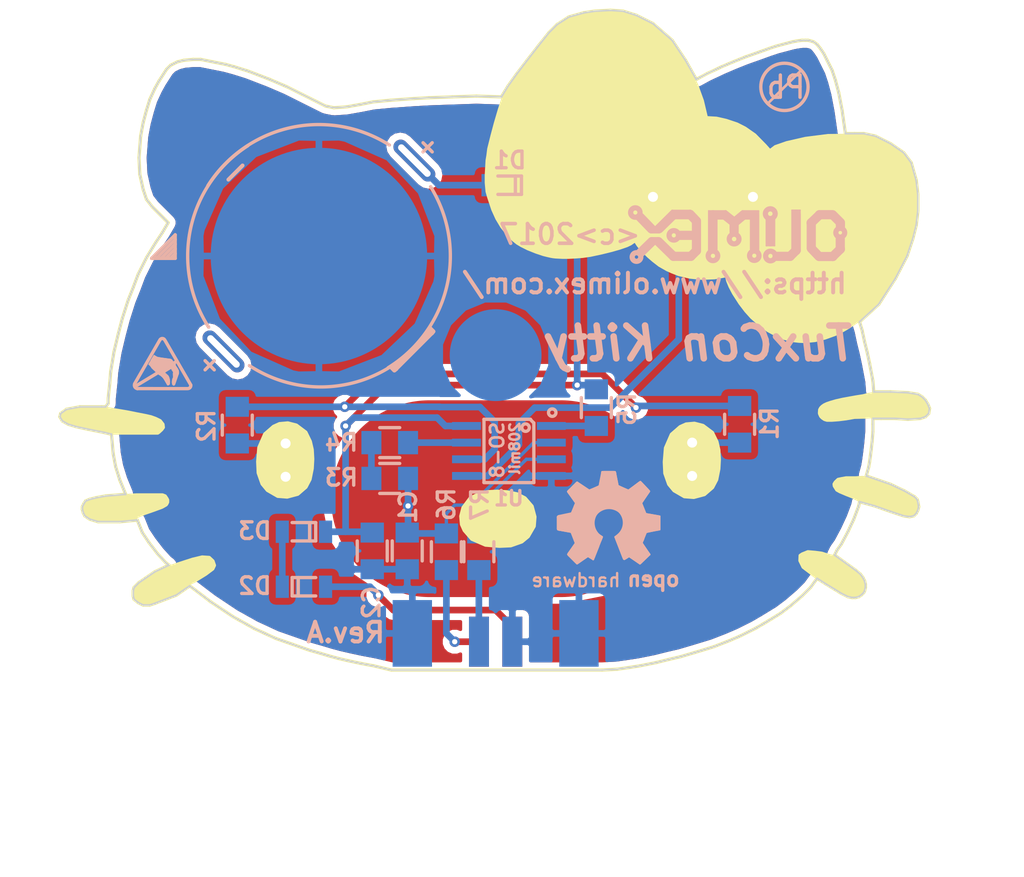
<source format=kicad_pcb>
(kicad_pcb (version 20170123) (host pcbnew "(2017-04-29 revision a92ea8c75)-master")

  (general
    (links 32)
    (no_connects 1)
    (area 88.72 33.50776 166.799447 100.578001)
    (thickness 1.6)
    (drawings 502)
    (tracks 82)
    (zones 0)
    (modules 24)
    (nets 17)
  )

  (page A4)
  (layers
    (0 F.Cu signal)
    (31 B.Cu signal)
    (32 B.Adhes user)
    (33 F.Adhes user)
    (34 B.Paste user)
    (35 F.Paste user)
    (36 B.SilkS user)
    (37 F.SilkS user)
    (38 B.Mask user)
    (39 F.Mask user)
    (40 Dwgs.User user)
    (41 Cmts.User user)
    (42 Eco1.User user)
    (43 Eco2.User user)
    (44 Edge.Cuts user)
    (45 Margin user)
    (46 B.CrtYd user)
    (47 F.CrtYd user)
    (48 B.Fab user)
    (49 F.Fab user)
  )

  (setup
    (last_trace_width 0.25)
    (user_trace_width 0.254)
    (user_trace_width 0.508)
    (trace_clearance 0.2)
    (zone_clearance 0.508)
    (zone_45_only no)
    (trace_min 0.2)
    (segment_width 0.2)
    (edge_width 0.15)
    (via_size 0.8)
    (via_drill 0.4)
    (via_min_size 0.4)
    (via_min_drill 0.3)
    (uvia_size 0.3)
    (uvia_drill 0.1)
    (uvias_allowed no)
    (uvia_min_size 0.2)
    (uvia_min_drill 0.1)
    (pcb_text_width 0.3)
    (pcb_text_size 1.5 1.5)
    (mod_edge_width 0.15)
    (mod_text_size 1 1)
    (mod_text_width 0.15)
    (pad_size 5 4)
    (pad_drill 0)
    (pad_to_mask_clearance 0.2)
    (aux_axis_origin 0 0)
    (visible_elements FFFFFF7F)
    (pcbplotparams
      (layerselection 0x00000_ffffffff)
      (usegerberextensions false)
      (excludeedgelayer true)
      (linewidth 0.600000)
      (plotframeref false)
      (viasonmask false)
      (mode 1)
      (useauxorigin false)
      (hpglpennumber 1)
      (hpglpenspeed 20)
      (hpglpendiameter 15)
      (psnegative false)
      (psa4output false)
      (plotreference true)
      (plotvalue false)
      (plotinvisibletext false)
      (padsonsilk false)
      (subtractmaskfromsilk false)
      (outputformat 1)
      (mirror false)
      (drillshape 0)
      (scaleselection 1)
      (outputdirectory ""))
  )

  (net 0 "")
  (net 1 "Net-(BAT1-Pad1)")
  (net 2 GND)
  (net 3 "Net-(BUZ1-Pad1)")
  (net 4 "Net-(C1-Pad1)")
  (net 5 "Net-(C2-Pad1)")
  (net 6 "Net-(D2-Pad1)")
  (net 7 "Net-(D2-Pad2)")
  (net 8 "Net-(LED1-Pad2)")
  (net 9 "Net-(LED2-Pad2)")
  (net 10 "Net-(R1-Pad1)")
  (net 11 "Net-(R3-Pad1)")
  (net 12 "Net-(R4-Pad1)")
  (net 13 "Net-(R5-Pad1)")
  (net 14 "Net-(R6-Pad2)")
  (net 15 "Net-(R7-Pad1)")
  (net 16 "Net-(R7-Pad2)")

  (net_class Default "This is the default net class."
    (clearance 0.2)
    (trace_width 0.25)
    (via_dia 0.8)
    (via_drill 0.4)
    (uvia_dia 0.3)
    (uvia_drill 0.1)
    (add_net GND)
    (add_net "Net-(BAT1-Pad1)")
    (add_net "Net-(BUZ1-Pad1)")
    (add_net "Net-(C1-Pad1)")
    (add_net "Net-(C2-Pad1)")
    (add_net "Net-(D2-Pad1)")
    (add_net "Net-(D2-Pad2)")
    (add_net "Net-(LED1-Pad2)")
    (add_net "Net-(LED2-Pad2)")
    (add_net "Net-(R1-Pad1)")
    (add_net "Net-(R3-Pad1)")
    (add_net "Net-(R4-Pad1)")
    (add_net "Net-(R5-Pad1)")
    (add_net "Net-(R6-Pad2)")
    (add_net "Net-(R7-Pad1)")
    (add_net "Net-(R7-Pad2)")
  )

  (module OLIMEX_Devices-FP:BUZZER-PB1240 (layer F.Cu) (tedit 591D5FF6) (tstamp 58ECF38C)
    (at 142.3035 48.514)
    (path /58EC7088)
    (fp_text reference BUZ1 (at 0 -4.25) (layer F.SilkS)
      (effects (font (size 1 1) (thickness 0.15)))
    )
    (fp_text value Buzzer_PB1240 (at 0 3.5) (layer F.Fab)
      (effects (font (size 1 1) (thickness 0.15)))
    )
    (fp_circle (center 0 0) (end 6.25 0) (layer F.Fab) (width 0.1))
    (pad 2 thru_hole circle (at 3.81 0) (size 1.524 1.524) (drill 0.762) (layers *.Cu *.Mask)
      (net 2 GND))
    (pad 1 thru_hole circle (at -3.81 0) (size 1.524 1.524) (drill 0.762) (layers *.Cu *.Mask)
      (net 3 "Net-(BUZ1-Pad1)"))
  )

  (module OLIMEX_TestPoints-FP:TP_SMD_10.00x8.00mm (layer F.Cu) (tedit 58EDC4EB) (tstamp 58EDC278)
    (at 126.14 71.52)
    (descr SIP4)
    (tags SIP4)
    (path /58EC71EB)
    (attr virtual)
    (fp_text reference TESTPAD1 (at -2.794 -5.08) (layer F.SilkS) hide
      (effects (font (size 1.27 1.27) (thickness 0.254)))
    )
    (fp_text value TESTPAD (at -1.905 5.334) (layer F.SilkS) hide
      (effects (font (size 1.27 1.27) (thickness 0.254)))
    )
    (pad 1 smd oval (at 0.3255 0) (size 25 15) (layers F.Cu)
      (net 4 "Net-(C1-Pad1)"))
    (model Housings_SIP/SIP9_Housing.wrl
      (at (xyz 0 0 0))
      (scale (xyz 0 0 0))
      (rotate (xyz 0 0 0))
    )
  )

  (module OLIMEX_LOGOs-FP:LOGO_PBFREE (layer B.Cu) (tedit 553A2F23) (tstamp 58EE508C)
    (at 148.717 39.8145)
    (fp_text reference "" (at -0.2794 3.52552) (layer B.Fab)
      (effects (font (size 1 1) (thickness 0.15)) (justify mirror))
    )
    (fp_text value "" (at 0.05588 -3.15214) (layer B.Fab)
      (effects (font (size 1 1) (thickness 0.15)) (justify mirror))
    )
    (fp_circle (center -0.2032 0.31496) (end 0.90678 1.73482) (layer B.SilkS) (width 0.254))
    (fp_line (start -1.36398 1.47828) (end 1.06934 -0.94234) (layer B.SilkS) (width 0.2))
    (fp_text user Pb (at -0.08636 0.33528) (layer B.SilkS)
      (effects (font (size 1.7 1.5) (thickness 0.254)) (justify mirror))
    )
  )

  (module OLIMEX_LOGOs-FP:LOGO_OPENHARDWARE_8x8 (layer B.Cu) (tedit 55534E4A) (tstamp 58EE4789)
    (at 135.128 73.4695 180)
    (fp_text reference "" (at 0 -0.5 180) (layer B.Fab) hide
      (effects (font (size 1 1) (thickness 0.15)) (justify mirror))
    )
    (fp_text value "" (at 0 0.5 180) (layer B.Fab) hide
      (effects (font (size 1 1) (thickness 0.15)) (justify mirror))
    )
    (fp_line (start -1.22682 -2.46126) (end -0.67564 -1.03886) (layer B.SilkS) (width 0.42))
    (fp_line (start -1.57226 -2.27584) (end -1.25476 -2.48158) (layer B.SilkS) (width 0.37))
    (fp_line (start -2.3622 -2.82448) (end -1.58242 -2.29362) (layer B.SilkS) (width 0.4))
    (fp_line (start -2.93878 -2.286) (end -2.3749 -2.82448) (layer B.SilkS) (width 0.38))
    (fp_line (start -2.92354 -2.286) (end -2.39014 -1.45288) (layer B.SilkS) (width 0.37))
    (fp_line (start -2.74828 -0.52578) (end -2.39014 -1.4097) (layer B.SilkS) (width 0.37))
    (fp_line (start -3.72618 -0.28448) (end -2.77622 -0.50292) (layer B.SilkS) (width 0.37))
    (fp_line (start -3.71602 0.49276) (end -3.7211 -0.29464) (layer B.SilkS) (width 0.38))
    (fp_line (start -3.72872 0.50546) (end -2.71018 0.6858) (layer B.SilkS) (width 0.37))
    (fp_line (start -2.6797 0.72136) (end -2.33172 1.5875) (layer B.SilkS) (width 0.37))
    (fp_line (start -2.9083 2.4892) (end -2.35204 1.6383) (layer B.SilkS) (width 0.37))
    (fp_line (start -2.91846 2.51206) (end -2.41808 3.04546) (layer B.SilkS) (width 0.38))
    (fp_line (start -2.36982 3.07086) (end -1.54178 2.41808) (layer B.SilkS) (width 0.37))
    (fp_line (start -1.48082 2.42824) (end -0.635 2.83464) (layer B.SilkS) (width 0.37))
    (fp_line (start -0.37592 3.86842) (end -0.58166 2.85496) (layer B.SilkS) (width 0.37))
    (fp_line (start -0.38354 3.88112) (end 0.40132 3.88112) (layer B.SilkS) (width 0.37))
    (fp_line (start 0.38354 3.8608) (end 0.5969 2.84226) (layer B.SilkS) (width 0.37))
    (fp_line (start 0.5969 2.84226) (end 1.4986 2.39268) (layer B.SilkS) (width 0.37))
    (fp_line (start 1.5113 2.39776) (end 2.41554 3.0322) (layer B.SilkS) (width 0.37))
    (fp_line (start 2.41554 3.03022) (end 2.96926 2.48412) (layer B.SilkS) (width 0.37))
    (fp_line (start 2.96926 2.48158) (end 2.35204 1.69164) (layer B.SilkS) (width 0.37))
    (fp_line (start 2.35204 1.69164) (end 2.6924 0.75438) (layer B.SilkS) (width 0.37))
    (fp_line (start 2.6924 0.75438) (end 3.77444 0.52578) (layer B.SilkS) (width 0.37))
    (fp_line (start 3.77444 0.52578) (end 3.77444 -0.30988) (layer B.SilkS) (width 0.37))
    (fp_line (start 3.77444 -0.30988) (end 2.76098 -0.48006) (layer B.SilkS) (width 0.37))
    (fp_line (start 2.76098 -0.48006) (end 2.35458 -1.39192) (layer B.SilkS) (width 0.37))
    (fp_line (start 2.40538 -2.83972) (end 1.56972 -2.2733) (layer B.SilkS) (width 0.37))
    (fp_line (start 1.56972 -2.2733) (end 1.2319 -2.45872) (layer B.SilkS) (width 0.37))
    (fp_line (start 1.2319 -2.45872) (end 0.65786 -1.01854) (layer B.SilkS) (width 0.37))
    (fp_arc (start -0.07874 0.1016) (end 1.03886 0.84836) (angle -90) (layer B.SilkS) (width 0.37))
    (fp_arc (start -0.0127 -0.03048) (end -0.8763 1.03124) (angle -90) (layer B.SilkS) (width 0.37))
    (fp_arc (start 0.0635 0.11684) (end -0.8255 -0.84836) (angle -90) (layer B.SilkS) (width 0.37))
    (fp_line (start 2.35458 -1.39192) (end 2.97434 -2.27838) (layer B.SilkS) (width 0.37))
    (fp_line (start 2.42062 -2.8321) (end 2.97434 -2.286) (layer B.SilkS) (width 0.37))
    (fp_line (start -1.14554 -2.6416) (end -0.4953 -0.97282) (layer B.SilkS) (width 0.15))
    (fp_line (start -1.52908 -2.4384) (end -1.18364 -2.65938) (layer B.SilkS) (width 0.15))
    (fp_line (start -1.54178 -2.42824) (end -2.36728 -2.99212) (layer B.SilkS) (width 0.15))
    (fp_line (start -2.3749 -2.99974) (end -3.09626 -2.30632) (layer B.SilkS) (width 0.15))
    (fp_line (start -3.10388 -2.30378) (end -2.50698 -1.44018) (layer B.SilkS) (width 0.15))
    (fp_line (start -3.86588 -0.39624) (end -2.794 -0.59182) (layer B.SilkS) (width 0.15))
    (fp_line (start -3.86588 0.5969) (end -3.86588 -0.38862) (layer B.SilkS) (width 0.15))
    (fp_line (start -3.86842 0.59944) (end -2.69748 0.80264) (layer B.SilkS) (width 0.15))
    (fp_line (start -2.79908 0.79756) (end -2.4638 1.63068) (layer B.SilkS) (width 0.15))
    (fp_line (start -3.0607 2.48158) (end -2.46634 1.62814) (layer B.SilkS) (width 0.15))
    (fp_line (start -3.08102 2.51714) (end -2.40792 3.23088) (layer B.SilkS) (width 0.15))
    (fp_line (start -2.39522 3.23342) (end -1.42494 2.51714) (layer B.SilkS) (width 0.15))
    (fp_line (start -1.4605 2.58572) (end -0.55626 2.96418) (layer B.SilkS) (width 0.15))
    (fp_line (start -0.47244 3.98018) (end -0.6731 2.95402) (layer B.SilkS) (width 0.15))
    (fp_line (start -0.46228 3.9878) (end 0.50292 3.9878) (layer B.SilkS) (width 0.15))
    (fp_line (start 0.50292 3.9878) (end 0.72898 2.81686) (layer B.SilkS) (width 0.15))
    (fp_line (start 0.71882 2.89814) (end 1.524 2.56032) (layer B.SilkS) (width 0.15))
    (fp_line (start 1.40462 2.51206) (end 2.41554 3.18516) (layer B.SilkS) (width 0.15))
    (fp_line (start 2.42062 3.1877) (end 3.11404 2.49682) (layer B.SilkS) (width 0.15))
    (fp_line (start 3.11912 2.4892) (end 2.41554 1.4986) (layer B.SilkS) (width 0.15))
    (fp_line (start 2.50444 1.60782) (end 2.8702 0.73914) (layer B.SilkS) (width 0.15))
    (fp_line (start 3.80746 -0.16256) (end 2.70002 -0.38608) (layer B.SilkS) (width 0.15))
    (fp_line (start 3.89128 0.57912) (end 3.88874 -0.37846) (layer B.SilkS) (width 0.15))
    (fp_line (start 2.75336 -0.6096) (end 3.87604 -0.39878) (layer B.SilkS) (width 0.15))
    (fp_line (start 2.8575 -0.57658) (end 2.4765 -1.55702) (layer B.SilkS) (width 0.15))
    (fp_line (start 2.82448 -2.21234) (end 2.33934 -2.7432) (layer B.SilkS) (width 0.15))
    (fp_line (start 2.42824 -2.98704) (end 3.1115 -2.29616) (layer B.SilkS) (width 0.15))
    (fp_line (start 1.54178 -2.37236) (end 2.41808 -2.99212) (layer B.SilkS) (width 0.15))
    (fp_line (start 2.40538 -2.67716) (end 1.58496 -2.14884) (layer B.SilkS) (width 0.15))
    (fp_line (start 1.72212 -2.34442) (end 1.1938 -2.67208) (layer B.SilkS) (width 0.15))
    (fp_line (start 1.1938 -2.67208) (end 0.80772 -1.69164) (layer B.SilkS) (width 0.15))
    (fp_line (start 0.80264 -0.99314) (end 1.33096 -2.3749) (layer B.SilkS) (width 0.15))
    (fp_line (start -3.57378 0.40894) (end -3.57378 -0.2413) (layer B.SilkS) (width 0.15))
    (fp_line (start -3.71602 0.35306) (end -2.60096 0.59944) (layer B.SilkS) (width 0.15))
    (fp_line (start -2.18694 1.62052) (end -2.57302 0.6223) (layer B.SilkS) (width 0.15))
    (fp_line (start -2.18186 1.61544) (end -2.78384 2.52476) (layer B.SilkS) (width 0.15))
    (fp_line (start -2.4257 2.96926) (end -1.54178 2.2479) (layer B.SilkS) (width 0.15))
    (fp_line (start 0.84582 -1.05156) (end 1.02362 -0.92964) (layer B.SilkS) (width 0.15))
    (fp_line (start 1.02362 -0.92964) (end 1.39954 -0.21844) (layer B.SilkS) (width 0.15))
    (fp_line (start 1.39954 -0.21844) (end 1.39954 0.29972) (layer B.SilkS) (width 0.15))
    (fp_line (start 1.40462 0.28702) (end 1.17094 0.96012) (layer B.SilkS) (width 0.15))
    (fp_line (start 1.17094 0.96012) (end 0.6604 1.38938) (layer B.SilkS) (width 0.15))
    (fp_line (start 0.6604 1.38938) (end -0.15494 1.5494) (layer B.SilkS) (width 0.15))
    (fp_line (start -0.15494 1.55702) (end -1.02616 1.12776) (layer B.SilkS) (width 0.15))
    (fp_line (start -1.02616 1.12776) (end -1.44526 0.39624) (layer B.SilkS) (width 0.15))
    (fp_line (start -1.45034 0.39116) (end -1.31826 -0.4318) (layer B.SilkS) (width 0.15))
    (fp_line (start -1.31318 -0.46228) (end -1.2192 -0.63246) (layer B.SilkS) (width 0.15))
    (fp_line (start -1.31318 -0.46228) (end -1.2192 -0.63246) (layer B.SilkS) (width 0.15))
    (fp_line (start -1.08966 -0.68326) (end -0.83058 -1.02108) (layer B.SilkS) (width 0.15))
    (fp_line (start -0.72136 -0.79756) (end -0.4953 -0.97282) (layer B.SilkS) (width 0.15))
    (fp_line (start 0.77978 -0.8001) (end 0.52578 -0.9652) (layer B.SilkS) (width 0.15))
    (fp_line (start 0.64262 -1.25476) (end 0.5207 -0.97028) (layer B.SilkS) (width 0.15))
    (fp_line (start -1.5367 2.25044) (end -0.55372 2.7432) (layer B.SilkS) (width 0.15))
    (fp_line (start -1.2065 -0.66294) (end -0.89916 -0.92964) (layer B.SilkS) (width 0.15))
    (fp_line (start -2.2225 -2.09296) (end -1.36906 -1.07188) (layer B.SilkS) (width 1))
    (fp_line (start -3.25882 0.11176) (end -1.8415 0.17272) (layer B.SilkS) (width 1))
    (fp_line (start -2.2733 2.39776) (end -1.21158 1.29032) (layer B.SilkS) (width 1))
    (fp_line (start -0.0127 3.37312) (end -0.00762 1.85928) (layer B.SilkS) (width 1))
    (fp_line (start 2.25298 2.31648) (end 1.14046 1.24968) (layer B.SilkS) (width 1))
    (fp_line (start 3.24358 0.13208) (end 1.77546 0.04572) (layer B.SilkS) (width 1))
    (fp_line (start -1.54686 -1.92024) (end -1.1811 -1.15824) (layer B.SilkS) (width 1))
    (fp_line (start -2.21234 -1.02108) (end -1.64846 -0.54102) (layer B.SilkS) (width 1))
    (fp_line (start -2.46126 -0.37592) (end -1.75514 -0.24892) (layer B.SilkS) (width 1))
    (fp_line (start -2.13614 0.86868) (end -1.69418 0.70866) (layer B.SilkS) (width 1))
    (fp_line (start -1.96088 1.34874) (end -1.50368 1.05918) (layer B.SilkS) (width 1))
    (fp_line (start -0.96266 2.12598) (end -0.7874 1.76784) (layer B.SilkS) (width 1))
    (fp_line (start -0.52832 2.38506) (end -0.36068 1.77546) (layer B.SilkS) (width 1))
    (fp_line (start 0.7366 2.36982) (end 0.51562 1.68402) (layer B.SilkS) (width 1))
    (fp_line (start 1.32334 2.11836) (end 0.90424 1.53162) (layer B.SilkS) (width 1))
    (fp_line (start 2.19202 1.24968) (end 1.5367 0.88392) (layer B.SilkS) (width 1))
    (fp_line (start 2.43332 0.55626) (end 1.71196 0.40894) (layer B.SilkS) (width 1))
    (fp_line (start 1.59766 -0.60198) (end 2.20726 -0.70866) (layer B.SilkS) (width 1))
    (fp_line (start 1.27762 -1.02108) (end 1.89484 -1.34874) (layer B.SilkS) (width 1))
    (fp_line (start 1.16332 -1.15824) (end 2.34442 -2.1717) (layer B.SilkS) (width 1))
    (fp_line (start 1.16332 -1.0668) (end 1.49606 -1.79832) (layer B.SilkS) (width 1))
    (fp_text user open (at -3.40106 -4.17576 180) (layer B.SilkS)
      (effects (font (size 1.1 1.1) (thickness 0.254)) (justify mirror))
    )
    (fp_text user hardware (at 2.51206 -4.2672 180) (layer B.SilkS)
      (effects (font (size 1 1) (thickness 0.18)) (justify mirror))
    )
  )

  (module OLIMEX_LOGOs-FP:LOGO_ANTISTATIC_SMALL_4.5mmX2.8mm (layer B.Cu) (tedit 553A307F) (tstamp 58EE433C)
    (at 101.092 61.214 180)
    (fp_text reference Ref** (at 0 3.0226 180) (layer B.Fab)
      (effects (font (size 1 1) (thickness 0.15)) (justify mirror))
    )
    (fp_text value Val** (at -0.02286 -3.302 180) (layer B.Fab)
      (effects (font (size 1 1) (thickness 0.15)) (justify mirror))
    )
    (fp_line (start 0.18542 1.79324) (end 2.11328 -1.55194) (layer B.SilkS) (width 0.254))
    (fp_line (start -1.87198 -1.9177) (end 1.8923 -1.91516) (layer B.SilkS) (width 0.254))
    (fp_line (start -2.16916 -1.63576) (end -0.1905 1.78816) (layer B.SilkS) (width 0.254))
    (fp_arc (start 0 1.69926) (end -0.14478 1.84404) (angle -90) (layer B.SilkS) (width 0.254))
    (fp_arc (start -1.94056 -1.68148) (end -1.95072 -1.91262) (angle -90) (layer B.SilkS) (width 0.254))
    (fp_arc (start 1.86436 -1.65608) (end 2.12344 -1.62052) (angle -90) (layer B.SilkS) (width 0.254))
    (fp_line (start 0.18542 -0.88392) (end 0.0635 -0.97282) (layer B.SilkS) (width 0.05))
    (fp_line (start 0.0635 -0.97282) (end 0.00762 -1.02108) (layer B.SilkS) (width 0.05))
    (fp_line (start 0.00762 -1.02108) (end -0.0762 -1.11506) (layer B.SilkS) (width 0.05))
    (fp_line (start -0.1524 -1.2319) (end -0.39878 -1.64846) (layer B.SilkS) (width 0.05))
    (fp_line (start -0.0762 -1.11506) (end -0.1524 -1.2319) (layer B.SilkS) (width 0.05))
    (fp_line (start -0.39878 -1.64846) (end -0.47752 -1.63576) (layer B.SilkS) (width 0.05))
    (fp_line (start -0.48006 -1.63576) (end -0.51308 -1.61544) (layer B.SilkS) (width 0.05))
    (fp_line (start -0.51816 -1.61036) (end -0.53594 -1.58875) (layer B.SilkS) (width 0.05))
    (fp_line (start -0.53594 -1.5875) (end -0.55372 -1.53924) (layer B.SilkS) (width 0.05))
    (fp_line (start -0.55372 -1.53924) (end -0.56398 -1.46558) (layer B.SilkS) (width 0.05))
    (fp_line (start -0.56388 -1.46558) (end -0.56642 -1.33858) (layer B.SilkS) (width 0.05))
    (fp_line (start -0.56642 -1.33858) (end -0.55118 -1.20396) (layer B.SilkS) (width 0.05))
    (fp_line (start -0.55118 -1.20396) (end -0.51816 -1.08204) (layer B.SilkS) (width 0.05))
    (fp_line (start -0.51816 -1.07696) (end -0.47498 -0.98806) (layer B.SilkS) (width 0.05))
    (fp_line (start -0.47498 -0.98806) (end -0.42164 -0.90932) (layer B.SilkS) (width 0.05))
    (fp_line (start -0.42164 -0.90932) (end -0.17526 -0.6858) (layer B.SilkS) (width 0.05))
    (fp_line (start -0.1778 -0.68834) (end -0.6731 -0.38354) (layer B.SilkS) (width 0.05))
    (fp_line (start -0.6731 -0.38354) (end -0.75184 -0.52324) (layer B.SilkS) (width 0.05))
    (fp_line (start -0.75184 -0.52324) (end -0.83566 -0.6477) (layer B.SilkS) (width 0.05))
    (fp_line (start -0.83566 -0.6477) (end -0.8382 -0.70612) (layer B.SilkS) (width 0.05))
    (fp_line (start -0.84074 -0.70612) (end -0.8255 -0.7747) (layer B.SilkS) (width 0.05))
    (fp_line (start -0.8255 -0.7747) (end -0.8382 -1.06172) (layer B.SilkS) (width 0.05))
    (fp_line (start -0.8382 -1.06172) (end -0.80772 -1.12014) (layer B.SilkS) (width 0.05))
    (fp_line (start -0.80772 -1.12014) (end -0.77724 -1.20396) (layer B.SilkS) (width 0.05))
    (fp_line (start -0.77724 -1.20396) (end -0.75438 -1.32842) (layer B.SilkS) (width 0.05))
    (fp_line (start -0.75438 -1.32842) (end -0.74676 -1.44018) (layer B.SilkS) (width 0.05))
    (fp_line (start -0.74676 -1.44018) (end -0.762 -1.55448) (layer B.SilkS) (width 0.05))
    (fp_line (start -0.762 -1.55448) (end -0.79248 -1.62306) (layer B.SilkS) (width 0.05))
    (fp_line (start -0.79248 -1.62306) (end -0.83312 -1.65608) (layer B.SilkS) (width 0.05))
    (fp_line (start -0.83312 -1.65608) (end -0.87376 -1.66624) (layer B.SilkS) (width 0.05))
    (fp_line (start -0.87376 -1.66624) (end -0.9144 -1.651) (layer B.SilkS) (width 0.05))
    (fp_line (start -0.91948 -1.64846) (end -0.94742 -1.61798) (layer B.SilkS) (width 0.05))
    (fp_line (start -0.94742 -1.61798) (end -1.23444 -0.80264) (layer B.SilkS) (width 0.05))
    (fp_line (start -1.23698 -0.80518) (end -1.24968 -0.74422) (layer B.SilkS) (width 0.05))
    (fp_line (start -1.24968 -0.74168) (end -1.24968 -0.62738) (layer B.SilkS) (width 0.05))
    (fp_line (start -1.24968 -0.62484) (end -1.23444 -0.5334) (layer B.SilkS) (width 0.05))
    (fp_line (start -1.23444 -0.53) (end -1.16586 -0.39) (layer B.SilkS) (width 0.05))
    (fp_line (start -1.16586 -0.3937) (end -1.03378 -0.1905) (layer B.SilkS) (width 0.05))
    (fp_line (start -0.83566 0.12954) (end -0.74168 0.24892) (layer B.SilkS) (width 0.05))
    (fp_line (start -0.74168 0.24892) (end -0.6985 0.29464) (layer B.SilkS) (width 0.05))
    (fp_line (start -0.69596 0.29718) (end -0.66294 0.32004) (layer B.SilkS) (width 0.05))
    (fp_line (start -0.66294 0.32004) (end -0.59182 0.34036) (layer B.SilkS) (width 0.05))
    (fp_line (start -0.59182 0.34036) (end 0.07112 0.42926) (layer B.SilkS) (width 0.05))
    (fp_line (start 0.07112 0.42926) (end 0.3429 0.47752) (layer B.SilkS) (width 0.05))
    (fp_line (start 0.34544 0.47498) (end 0.45974 0.52324) (layer B.SilkS) (width 0.05))
    (fp_line (start 0.45974 0.52324) (end 0.63246 0.63246) (layer B.SilkS) (width 0.05))
    (fp_line (start 0.63754 0.63246) (end 1.0414 -0.06604) (layer B.SilkS) (width 0.05))
    (fp_line (start 1.0414 -0.06604) (end 0.90932 -0.18796) (layer B.SilkS) (width 0.05))
    (fp_line (start 0.90678 -0.1905) (end 0.80772 -0.33274) (layer B.SilkS) (width 0.05))
    (fp_line (start 0.70104 -0.44196) (end 0.49022 -0.64008) (layer B.SilkS) (width 0.05))
    (fp_line (start 0.8128 -0.3302) (end 0.6985 -0.4445) (layer B.SilkS) (width 0.05))
    (fp_line (start -0.6858 0.1524) (end 0.4572 -0.51308) (layer B.SilkS) (width 0.254))
    (fp_line (start -0.48006 0.21844) (end 0.54356 -0.4191) (layer B.SilkS) (width 0.254))
    (fp_line (start -0.20828 0.28702) (end 0.68072 -0.28702) (layer B.SilkS) (width 0.254))
    (fp_line (start 0.09398 0.32258) (end 0.79248 -0.13716) (layer B.SilkS) (width 0.254))
    (fp_line (start 0.35814 0.36576) (end 0.89408 -0.02032) (layer B.SilkS) (width 0.254))
    (fp_line (start 0.51308 0.4318) (end 0.73914 0.2413) (layer B.SilkS) (width 0.254))
    (fp_line (start -0.58928 0.22098) (end 0.38862 0.36576) (layer B.SilkS) (width 0.254))
    (fp_line (start 0.5969 0.4826) (end 0.77724 0.18542) (layer B.SilkS) (width 0.254))
    (fp_line (start 0.77216 -0.1397) (end 0.59436 -0.36068) (layer B.SilkS) (width 0.254))
    (fp_line (start -0.91948 -0.22352) (end -1.12014 -0.59944) (layer B.SilkS) (width 0.254))
    (fp_line (start -0.76454 -0.27432) (end -1.05156 -0.71374) (layer B.SilkS) (width 0.254))
    (fp_line (start -1.14808 -0.67818) (end -0.8763 -1.5113) (layer B.SilkS) (width 0.254))
    (fp_line (start -0.9525 -0.635) (end -0.97028 -1.03632) (layer B.SilkS) (width 0.254))
    (fp_line (start -0.97028 -1.04394) (end -0.87884 -1.36906) (layer B.SilkS) (width 0.254))
    (fp_line (start -0.42418 -1.27254) (end -0.4445 -1.52146) (layer B.SilkS) (width 0.254))
    (fp_line (start -0.35052 -1.0287) (end -0.42418 -1.27254) (layer B.SilkS) (width 0.254))
    (fp_line (start 0.00508 -0.70358) (end -0.35052 -1.0287) (layer B.SilkS) (width 0.254))
    (fp_line (start -0.24638 -1.1303) (end 0.06096 -0.80518) (layer B.SilkS) (width 0.254))
    (fp_line (start -0.4445 -1.52146) (end -0.24638 -1.1303) (layer B.SilkS) (width 0.254))
    (fp_line (start -1.12014 0.1778) (end 2.09296 -1.76276) (layer B.SilkS) (width 0.254))
    (fp_line (start -0.90678 -0.10414) (end 0.19812 -0.76962) (layer B.SilkS) (width 0.254))
  )

  (module OLIMEX_LOGOs-FP:OLIMEX_LOGO_TB (layer B.Cu) (tedit 5530FAE4) (tstamp 58EE3E71)
    (at 144.78 51.3715 180)
    (fp_text reference "" (at -2.4003 3.0607 180) (layer B.Fab) hide
      (effects (font (size 1 1) (thickness 0.15)) (justify mirror))
    )
    (fp_text value "" (at -1.6637 -3.7084 180) (layer B.Fab) hide
      (effects (font (size 1 1) (thickness 0.15)) (justify mirror))
    )
    (fp_circle (center -7.9883 0.127) (end -7.6708 0.2413) (layer B.SilkS) (width 0.4))
    (fp_line (start -8.001 0.9017) (end -7.493 1.4097) (layer B.SilkS) (width 0.7))
    (fp_line (start -6.4008 1.4859) (end -5.7658 0.8763) (layer B.SilkS) (width 0.7))
    (fp_line (start -5.7912 -1.0795) (end -6.35 -1.6637) (layer B.SilkS) (width 0.7))
    (fp_line (start -4.1656 -1.6764) (end -4.6228 -1.2192) (layer B.SilkS) (width 0.7))
    (fp_line (start -3.1798 -1.6764) (end -4.1656 -1.6764) (layer B.SilkS) (width 0.7))
    (fp_circle (center -2.667 -1.651) (end -2.4638 -1.3462) (layer B.SilkS) (width 0.4))
    (fp_line (start -2.667 1.0414) (end -2.667 -0.5588) (layer B.SilkS) (width 0.7))
    (fp_circle (center -2.6543 1.5748) (end -2.54 1.9304) (layer B.SilkS) (width 0.4))
    (fp_circle (center -1.4351 -1.6256) (end -1.1938 -1.3589) (layer B.SilkS) (width 0.4))
    (fp_line (start -1.4478 -1.1176) (end -1.4478 1.4732) (layer B.SilkS) (width 0.7))
    (fp_line (start -1.4478 1.4732) (end -0.6096 1.4732) (layer B.SilkS) (width 0.7))
    (fp_line (start -0.6096 1.4732) (end 0 0.9652) (layer B.SilkS) (width 0.7))
    (fp_line (start 0.1016 0.1778) (end 0.1016 0.889) (layer B.SilkS) (width 0.7))
    (fp_line (start 0.1778 0.9652) (end 0.8128 1.4732) (layer B.SilkS) (width 0.7))
    (fp_circle (center 0.1016 -0.3556) (end 0.3302 -0.0635) (layer B.SilkS) (width 0.4))
    (fp_line (start 0.8128 1.4732) (end 1.7018 1.4732) (layer B.SilkS) (width 0.7))
    (fp_circle (center 1.7145 -1.6383) (end 1.9304 -1.3462) (layer B.SilkS) (width 0.4))
    (fp_circle (center 7.5438 -1.7272) (end 7.8359 -1.5748) (layer B.SilkS) (width 0.4))
    (fp_line (start 7.2136 -1.3716) (end 6.3754 -0.5588) (layer B.SilkS) (width 0.7))
    (fp_line (start 5.8674 -0.4572) (end 6.4008 -0.4572) (layer B.SilkS) (width 0.5))
    (fp_line (start 4.7244 -1.6764) (end 5.8674 -0.5588) (layer B.SilkS) (width 0.7))
    (fp_line (start 3.4036 -1.6764) (end 4.7244 -1.6764) (layer B.SilkS) (width 0.7))
    (fp_line (start 2.9718 -1.2446) (end 3.4036 -1.6764) (layer B.SilkS) (width 0.7))
    (fp_line (start 2.9718 0.9906) (end 2.9718 -1.2446) (layer B.SilkS) (width 0.7))
    (fp_line (start 2.9718 1.016) (end 3.4544 1.524) (layer B.SilkS) (width 0.7))
    (fp_line (start 3.5025 1.4986) (end 4.7244 1.4986) (layer B.SilkS) (width 0.7))
    (fp_line (start 4.7244 1.4986) (end 5.8166 0.4318) (layer B.SilkS) (width 0.7))
    (fp_line (start 5.842 0.3175) (end 6.4008 0.3175) (layer B.SilkS) (width 0.5))
    (fp_line (start 7.2644 1.3081) (end 6.4008 0.4144) (layer B.SilkS) (width 0.7))
    (fp_circle (center 7.6327 1.6637) (end 7.9375 1.8542) (layer B.SilkS) (width 0.4))
    (fp_line (start 4.191 -0.0762) (end 2.9718 -0.0762) (layer B.SilkS) (width 0.7))
    (fp_circle (center 4.699 -0.0762) (end 4.9657 0.1651) (layer B.SilkS) (width 0.4))
    (fp_line (start -7.4295 -1.6891) (end -6.3881 -1.6891) (layer B.SilkS) (width 0.7))
    (fp_line (start -7.9883 -1.1303) (end -7.9883 -0.3683) (layer B.SilkS) (width 0.7))
    (fp_line (start -8.001 -1.1176) (end -7.4168 -1.6891) (layer B.SilkS) (width 0.7))
    (fp_line (start -8.001 0.8509) (end -8.001 0.6096) (layer B.SilkS) (width 0.7))
    (fp_line (start -5.7785 0.889) (end -5.7785 -1.0414) (layer B.SilkS) (width 0.7))
    (fp_line (start -6.4008 1.4986) (end -7.4041 1.4986) (layer B.SilkS) (width 0.7))
    (fp_line (start 1.7145 1.4859) (end 1.7145 -1.1176) (layer B.SilkS) (width 0.7))
    (fp_line (start -4.6228 -1.2319) (end -4.6228 1.4986) (layer B.SilkS) (width 0.7))
    (fp_line (start -4.6228 1.8415) (end -4.9022 1.8415) (layer B.SilkS) (width 0.1))
    (fp_line (start -4.9276 1.8415) (end -4.9276 -1.3081) (layer B.SilkS) (width 0.1))
    (fp_line (start -4.9149 1.8415) (end -4.9276 1.8415) (layer B.SilkS) (width 0.1))
    (fp_line (start -4.9022 1.8415) (end -4.9149 1.8415) (layer B.SilkS) (width 0.1))
    (fp_line (start -4.7879 1.7526) (end -4.8514 1.7653) (layer B.SilkS) (width 0.1))
    (fp_line (start -4.3053 1.8415) (end -4.3053 -1.1938) (layer B.SilkS) (width 0.1))
    (fp_line (start -4.6101 1.8415) (end -4.3053 1.8415) (layer B.SilkS) (width 0.1))
    (fp_line (start -4.4831 1.7653) (end -4.3688 1.7653) (layer B.SilkS) (width 0.1))
    (fp_line (start -2.9845 1.1557) (end -2.9845 -0.8636) (layer B.SilkS) (width 0.1))
    (fp_line (start -2.3495 -0.8636) (end -2.3495 1.1557) (layer B.SilkS) (width 0.1))
    (fp_line (start -2.3749 -0.8636) (end -2.3495 -0.8636) (layer B.SilkS) (width 0.1))
    (fp_line (start -2.9845 -0.8636) (end -2.3749 -0.8636) (layer B.SilkS) (width 0.1))
    (fp_line (start -2.8448 -0.8001) (end -2.9083 -0.8001) (layer B.SilkS) (width 0.1))
    (fp_line (start -2.5019 -0.8001) (end -2.413 -0.8001) (layer B.SilkS) (width 0.1))
    (fp_line (start -1.7653 -1.2065) (end -1.7653 1.778) (layer B.SilkS) (width 0.1))
    (fp_line (start -0.5207 1.7907) (end 0.0635 1.3081) (layer B.SilkS) (width 0.1))
    (fp_line (start -1.7653 1.7907) (end -0.5207 1.7907) (layer B.SilkS) (width 0.1))
    (fp_line (start -1.6129 1.7272) (end -1.6891 1.7272) (layer B.SilkS) (width 0.1))
    (fp_line (start 2.0447 -1.2319) (end 2.0447 1.778) (layer B.SilkS) (width 0.1))
    (fp_line (start 0.7239 1.7907) (end 0.1016 1.2954) (layer B.SilkS) (width 0.1))
    (fp_line (start 0.7493 1.7907) (end 0.7239 1.7907) (layer B.SilkS) (width 0.1))
    (fp_line (start 2.0447 1.7907) (end 0.7493 1.7907) (layer B.SilkS) (width 0.1))
    (fp_line (start 2.0447 1.778) (end 2.0447 1.7907) (layer B.SilkS) (width 0.1))
    (fp_line (start 1.8923 1.7145) (end 1.9939 1.7145) (layer B.SilkS) (width 0.1))
    (fp_line (start 4.8387 1.8288) (end 6.096 0.5842) (layer B.SilkS) (width 0.1))
    (fp_line (start 4.7879 1.8288) (end 4.8387 1.8288) (layer B.SilkS) (width 0.1))
    (fp_line (start 3.4163 1.8288) (end 4.7879 1.8288) (layer B.SilkS) (width 0.1))
  )

  (module OLIMEX_Connectors-FP:USB-B-EDGE (layer F.Cu) (tedit 58EDC4B9) (tstamp 58ECF4CC)
    (at 126.5 84.328)
    (path /58EC7429)
    (fp_text reference USB1 (at 0 -6.35) (layer F.SilkS) hide
      (effects (font (size 1 1) (thickness 0.15)))
    )
    (fp_text value USB_B (at 0 9.95) (layer F.Fab)
      (effects (font (size 1 1) (thickness 0.15)))
    )
    (fp_line (start -6 16) (end -6 0) (layer F.Fab) (width 0.1))
    (fp_line (start 6 16) (end -6 16) (layer F.Fab) (width 0.1))
    (fp_line (start 6 0) (end 6 16) (layer F.Fab) (width 0.1))
    (fp_line (start -6 0) (end 6 0) (layer F.Fab) (width 0.1))
    (pad 0 smd rect (at -6.35 -2.54) (size 3 5.08) (layers B.Cu B.Mask)
      (net 2 GND))
    (pad 0 smd rect (at 6.35 -2.54) (size 3 5.08) (layers B.Cu B.Mask)
      (net 2 GND))
    (pad 3 smd rect (at -1.27 -1.905) (size 1.524 3.81) (layers B.Cu B.Mask)
      (net 16 "Net-(R7-Pad2)"))
    (pad 4 smd rect (at 1.27 -1.905) (size 1.524 3.81) (layers B.Cu F.Paste B.Mask)
      (net 2 GND))
    (pad 1 smd rect (at 1.27 -1.905) (size 1.524 3.81) (layers F.Cu F.Paste F.Mask)
      (net 7 "Net-(D2-Pad2)"))
    (pad 2 smd rect (at -1.27 -1.905) (size 1.524 3.81) (layers F.Cu F.Paste F.Mask)
      (net 14 "Net-(R6-Pad2)"))
  )

  (module OLIMEX_TestPoints-FP:TP_SMD_10.00x8.00mm (layer B.Cu) (tedit 58ECB9E3) (tstamp 58ED179E)
    (at 126.4285 60.579)
    (descr SIP4)
    (tags SIP4)
    (path /58EC71EB)
    (attr virtual)
    (fp_text reference TESTPAD1 (at 0.0635 -4.699) (layer B.SilkS) hide
      (effects (font (size 1.27 1.27) (thickness 0.254)) (justify mirror))
    )
    (fp_text value TESTPAD (at -1.905 -5.334) (layer B.SilkS) hide
      (effects (font (size 1.27 1.27) (thickness 0.254)) (justify mirror))
    )
    (pad 1 smd circle (at 0.0715 0) (size 7 7) (layers B.Cu B.Mask))
    (model Housings_SIP/SIP9_Housing.wrl
      (at (xyz 0 0 0))
      (scale (xyz 0 0 0))
      (rotate (xyz 0 0 0))
    )
  )

  (module OLIMEX_IC-FP:SO-8_208mil (layer B.Cu) (tedit 55B8D47C) (tstamp 58ECF4B5)
    (at 127.5115 67.8815 270)
    (descr SO-8)
    (tags SO-8)
    (path /58EC6FF1)
    (attr smd)
    (fp_text reference U1 (at 3.6195 0.00762 180) (layer B.SilkS)
      (effects (font (size 1.1 1.1) (thickness 0.254)) (justify mirror))
    )
    (fp_text value ATTINY85-20PU (at 3.60934 0.19812 180) (layer B.Fab)
      (effects (font (size 1.1 1.1) (thickness 0.254)) (justify mirror))
    )
    (fp_text user SO-8 (at -0.0635 0.8925 270) (layer B.SilkS)
      (effects (font (size 1.016 1.016) (thickness 0.2032)) (justify mirror))
    )
    (fp_line (start -2.39776 1.89992) (end 2.39776 1.89992) (layer B.SilkS) (width 0.254))
    (fp_line (start -2.1336 -1.89992) (end -2.39776 -1.63322) (layer B.SilkS) (width 0.254))
    (fp_line (start 2.39776 -1.89992) (end -2.1336 -1.89992) (layer B.SilkS) (width 0.254))
    (fp_line (start -2.14884 2.63398) (end -2.14884 3.7338) (layer Dwgs.User) (width 0.06604))
    (fp_line (start -2.14884 3.7338) (end -1.65862 3.7338) (layer Dwgs.User) (width 0.06604))
    (fp_line (start -1.65862 2.63398) (end -1.65862 3.7338) (layer Dwgs.User) (width 0.06604))
    (fp_line (start -2.14884 2.63398) (end -1.65862 2.63398) (layer Dwgs.User) (width 0.06604))
    (fp_line (start -0.87884 2.63398) (end -0.87884 3.7338) (layer Dwgs.User) (width 0.06604))
    (fp_line (start -0.87884 3.7338) (end -0.38862 3.7338) (layer Dwgs.User) (width 0.06604))
    (fp_line (start -0.38862 2.63398) (end -0.38862 3.7338) (layer Dwgs.User) (width 0.06604))
    (fp_line (start -0.87884 2.63398) (end -0.38862 2.63398) (layer Dwgs.User) (width 0.06604))
    (fp_line (start 0.38862 2.63398) (end 0.38862 3.7338) (layer Dwgs.User) (width 0.06604))
    (fp_line (start 0.38862 3.7338) (end 0.87884 3.7338) (layer Dwgs.User) (width 0.06604))
    (fp_line (start 0.87884 2.63398) (end 0.87884 3.7338) (layer Dwgs.User) (width 0.06604))
    (fp_line (start 0.38862 2.63398) (end 0.87884 2.63398) (layer Dwgs.User) (width 0.06604))
    (fp_line (start 1.65862 2.63398) (end 1.65862 3.7338) (layer Dwgs.User) (width 0.06604))
    (fp_line (start 1.65862 3.7338) (end 2.14884 3.7338) (layer Dwgs.User) (width 0.06604))
    (fp_line (start 2.14884 2.63398) (end 2.14884 3.7338) (layer Dwgs.User) (width 0.06604))
    (fp_line (start 1.65862 2.63398) (end 2.14884 2.63398) (layer Dwgs.User) (width 0.06604))
    (fp_line (start 1.65862 -3.7338) (end 1.65862 -2.63398) (layer Dwgs.User) (width 0.06604))
    (fp_line (start 1.65862 -2.63398) (end 2.14884 -2.63398) (layer Dwgs.User) (width 0.06604))
    (fp_line (start 2.14884 -3.7338) (end 2.14884 -2.63398) (layer Dwgs.User) (width 0.06604))
    (fp_line (start 1.65862 -3.7338) (end 2.14884 -3.7338) (layer Dwgs.User) (width 0.06604))
    (fp_line (start 0.38862 -3.7338) (end 0.38862 -2.63398) (layer Dwgs.User) (width 0.06604))
    (fp_line (start 0.38862 -2.63398) (end 0.87884 -2.63398) (layer Dwgs.User) (width 0.06604))
    (fp_line (start 0.87884 -3.7338) (end 0.87884 -2.63398) (layer Dwgs.User) (width 0.06604))
    (fp_line (start 0.38862 -3.7338) (end 0.87884 -3.7338) (layer Dwgs.User) (width 0.06604))
    (fp_line (start -0.87884 -3.7338) (end -0.87884 -2.63398) (layer Dwgs.User) (width 0.06604))
    (fp_line (start -0.87884 -2.63398) (end -0.38862 -2.63398) (layer Dwgs.User) (width 0.06604))
    (fp_line (start -0.38862 -3.7338) (end -0.38862 -2.63398) (layer Dwgs.User) (width 0.06604))
    (fp_line (start -0.87884 -3.7338) (end -0.38862 -3.7338) (layer Dwgs.User) (width 0.06604))
    (fp_line (start -2.14884 -3.7338) (end -2.14884 -2.63398) (layer Dwgs.User) (width 0.06604))
    (fp_line (start -2.14884 -2.63398) (end -1.65862 -2.63398) (layer Dwgs.User) (width 0.06604))
    (fp_line (start -1.65862 -3.7338) (end -1.65862 -2.63398) (layer Dwgs.User) (width 0.06604))
    (fp_line (start -2.14884 -3.7338) (end -1.65862 -3.7338) (layer Dwgs.User) (width 0.06604))
    (fp_line (start -2.413 1.905) (end -2.413 -1.651) (layer B.SilkS) (width 0.254))
    (fp_line (start 2.413 1.905) (end 2.413 -1.905) (layer B.SilkS) (width 0.254))
    (fp_circle (center -2.921 -3.302) (end -3.175 -3.429) (layer B.SilkS) (width 0.254))
    (fp_circle (center -1.778 -1.27) (end -1.524 -1.143) (layer B.SilkS) (width 0.254))
    (fp_text user 208mil (at -0.1905 -0.4445 270) (layer B.SilkS)
      (effects (font (size 0.762 0.762) (thickness 0.1905)) (justify mirror))
    )
    (pad 8 smd rect (at -1.905 3.235 270) (size 0.6 2.2) (layers B.Cu B.Paste B.Mask)
      (net 5 "Net-(C2-Pad1)") (solder_mask_margin 0.0508) (solder_paste_margin -0.0508) (clearance 0.0508))
    (pad 7 smd rect (at -0.635 3.235 270) (size 0.6 2.2) (layers B.Cu B.Paste B.Mask)
      (net 12 "Net-(R4-Pad1)") (solder_mask_margin 0.0508) (solder_paste_margin -0.0508) (clearance 0.0508))
    (pad 6 smd rect (at 0.635 3.235 270) (size 0.6 2.2) (layers B.Cu B.Paste B.Mask)
      (net 10 "Net-(R1-Pad1)") (solder_mask_margin 0.0508) (solder_paste_margin -0.0508) (clearance 0.0508))
    (pad 5 smd rect (at 1.905 3.235 270) (size 0.6 2.2) (layers B.Cu B.Paste B.Mask)
      (net 3 "Net-(BUZ1-Pad1)") (solder_mask_margin 0.0508) (solder_paste_margin -0.0508) (clearance 0.0508))
    (pad 4 smd rect (at 1.905 -3.235 270) (size 0.6 2.2) (layers B.Cu B.Paste B.Mask)
      (net 2 GND) (solder_mask_margin 0.0508) (solder_paste_margin -0.0508) (clearance 0.0508))
    (pad 3 smd rect (at 0.635 -3.235 270) (size 0.6 2.2) (layers B.Cu B.Paste B.Mask)
      (net 15 "Net-(R7-Pad1)") (solder_mask_margin 0.0508) (solder_paste_margin -0.0508) (clearance 0.0508))
    (pad 2 smd rect (at -0.635 -3.235 270) (size 0.6 2.2) (layers B.Cu B.Paste B.Mask)
      (net 4 "Net-(C1-Pad1)") (solder_mask_margin 0.0508) (solder_paste_margin -0.0508) (clearance 0.0508))
    (pad 1 smd rect (at -1.905 -3.235 270) (size 0.6 2.2) (layers B.Cu B.Paste B.Mask)
      (net 13 "Net-(R5-Pad1)") (solder_mask_margin 0.0508) (solder_paste_margin -0.0508) (clearance 0.0508))
  )

  (module OLIMEX_LEDs-FP:LED-3mm-PTH-KA (layer F.Cu) (tedit 58EC9534) (tstamp 58ECF40A)
    (at 110.49 68.58 90)
    (path /58EC79EE)
    (attr smd)
    (fp_text reference LED2 (at 0 4.064 90) (layer F.SilkS) hide
      (effects (font (size 1.27 1.27) (thickness 0.254)))
    )
    (fp_text value blue (at -0.127 -4.318 90) (layer F.Fab)
      (effects (font (size 1.27 1.27) (thickness 0.254)))
    )
    (fp_circle (center 0 0) (end 1.65 0) (layer F.Fab) (width 0.1))
    (pad 2 thru_hole circle (at 1.27 0 90) (size 1.524 1.524) (drill 0.762) (layers *.Cu *.Mask)
      (net 9 "Net-(LED2-Pad2)"))
    (pad 1 thru_hole rect (at -1.27 0 90) (size 1.524 1.524) (drill 0.762) (layers *.Cu *.Mask)
      (net 2 GND))
  )

  (module OLIMEX_LEDs-FP:LED-3mm-PTH-KA (layer F.Cu) (tedit 58EC94F9) (tstamp 58ECF3F3)
    (at 141.478 68.5165 90)
    (path /58EC7882)
    (attr smd)
    (fp_text reference LED1 (at 0 4.064 90) (layer F.SilkS) hide
      (effects (font (size 1.27 1.27) (thickness 0.254)))
    )
    (fp_text value blue (at -0.127 -4.318 90) (layer F.Fab)
      (effects (font (size 1.27 1.27) (thickness 0.254)))
    )
    (fp_circle (center 0 0) (end 1.65 0) (layer F.Fab) (width 0.1))
    (pad 1 thru_hole rect (at -1.27 0 90) (size 1.524 1.524) (drill 0.762) (layers *.Cu *.Mask)
      (net 2 GND))
    (pad 2 thru_hole circle (at 1.27 0 90) (size 1.524 1.524) (drill 0.762) (layers *.Cu *.Mask)
      (net 8 "Net-(LED1-Pad2)"))
  )

  (module OLIMEX_Connectors-FP:CR2032H_PTH (layer B.Cu) (tedit 58ECBA0B) (tstamp 58ECF383)
    (at 113.03 53.0225 135)
    (path /58EC895B)
    (fp_text reference BAT1 (at -8.396539 9.743578 135) (layer B.SilkS) hide
      (effects (font (size 1.27 1.27) (thickness 0.254)) (justify mirror))
    )
    (fp_text value Battery (at 0.508 -13.716 135) (layer B.Fab)
      (effects (font (size 1.27 1.27) (thickness 0.254)) (justify mirror))
    )
    (fp_line (start 8.89 -9.144) (end 7.62 -7.874) (layer B.SilkS) (width 0.254))
    (fp_line (start 8.89 -6.604) (end 8.89 -9.144) (layer B.SilkS) (width 0.254))
    (fp_line (start 7.62 -7.874) (end 8.89 -6.604) (layer B.SilkS) (width 0.254))
    (fp_line (start 8.636 -6.858) (end 8.636 -8.89) (layer B.SilkS) (width 0.254))
    (fp_line (start 8.382 -7.112) (end 8.382 -8.636) (layer B.SilkS) (width 0.254))
    (fp_line (start 8.128 -7.366) (end 8.128 -8.382) (layer B.SilkS) (width 0.254))
    (fp_line (start 7.874 -7.62) (end 7.874 -8.128) (layer B.SilkS) (width 0.254))
    (fp_text user - (at 9.144 0 225) (layer B.SilkS)
      (effects (font (size 2 2) (thickness 0.3)) (justify mirror))
    )
    (fp_text user + (at 0 -11.684 135) (layer B.SilkS)
      (effects (font (size 1.3 1.3) (thickness 0.254)) (justify mirror))
    )
    (fp_text user + (at 0 11.811 135) (layer B.SilkS)
      (effects (font (size 1.3 1.3) (thickness 0.254)) (justify mirror))
    )
    (fp_line (start -10.2616 1.9304) (end -9.8806 1.9304) (layer B.SilkS) (width 0.3))
    (fp_line (start -10.2616 -1.9304) (end -9.8806 -1.9304) (layer B.SilkS) (width 0.3))
    (fp_line (start -10.2362 -2.1082) (end -9.8552 -2.1082) (layer B.SilkS) (width 0.3))
    (fp_line (start -10.2362 2.1082) (end -9.8552 2.1082) (layer B.SilkS) (width 0.3))
    (fp_arc (start -0.1524 0.0508) (end -2.159 -9.652) (angle -90) (layer B.SilkS) (width 0.254))
    (fp_line (start -10.2 2.05) (end -10.2 -2.05) (layer B.SilkS) (width 0.4))
    (fp_arc (start 0 0) (end 2.1844 9.779) (angle -90) (layer B.SilkS) (width 0.254))
    (fp_arc (start 0 0) (end 9.779 2.1082) (angle -90) (layer B.SilkS) (width 0.254))
    (fp_arc (start 0 0) (end -9.7536 -2.286) (angle -90) (layer B.SilkS) (width 0.254))
    (pad 1 thru_hole oval (at 0 10.286999 135) (size 4.06 1.11) (drill oval 3.3 0.5) (layers *.Cu *.Mask)
      (net 1 "Net-(BAT1-Pad1)"))
    (pad 2 smd circle (at 0 0 135) (size 16.5 16.5) (layers B.Cu B.Mask)
      (net 2 GND))
    (pad 1 thru_hole oval (at 0 -10.286999 135) (size 4.06 1.11) (drill oval 3.3 0.5) (layers *.Cu *.Mask)
      (net 1 "Net-(BAT1-Pad1)"))
  )

  (module OLIMEX_RLC-FP:C_1206_5MIL_DWS (layer B.Cu) (tedit 5641F09D) (tstamp 58ECF39F)
    (at 119.761 75.5015 270)
    (path /58EC716A)
    (attr smd)
    (fp_text reference C1 (at -3.3655 -0.0635 270) (layer B.SilkS)
      (effects (font (size 1.27 1.27) (thickness 0.254)) (justify mirror))
    )
    (fp_text value 12pF (at 0.127 -2.286 270) (layer B.Fab)
      (effects (font (size 1.27 1.27) (thickness 0.254)) (justify mirror))
    )
    (fp_line (start 1.651 0.762) (end 0 0.762) (layer B.Fab) (width 0.15))
    (fp_line (start 1.651 -0.762) (end 1.651 0.762) (layer B.Fab) (width 0.15))
    (fp_line (start -1.651 -0.762) (end 1.651 -0.762) (layer B.Fab) (width 0.15))
    (fp_line (start -1.651 0.762) (end -1.651 -0.762) (layer B.Fab) (width 0.15))
    (fp_line (start 0 0.762) (end -1.651 0.762) (layer B.Fab) (width 0.15))
    (fp_line (start 0.762 1.143) (end 2.413 1.143) (layer Dwgs.User) (width 0.254))
    (fp_line (start 2.413 1.143) (end 2.413 -1.143) (layer Dwgs.User) (width 0.254))
    (fp_line (start 2.413 -1.143) (end 0.762 -1.143) (layer Dwgs.User) (width 0.254))
    (fp_line (start -0.762 1.143) (end -2.413 1.143) (layer Dwgs.User) (width 0.254))
    (fp_line (start -2.413 1.143) (end -2.413 -1.143) (layer Dwgs.User) (width 0.254))
    (fp_line (start -2.413 -1.143) (end -0.762 -1.143) (layer Dwgs.User) (width 0.254))
    (fp_line (start 0.762 -1.143) (end -0.762 -1.143) (layer B.SilkS) (width 0.254))
    (fp_line (start 0.762 1.143) (end -0.762 1.143) (layer B.SilkS) (width 0.254))
    (pad 1 smd rect (at -1.397 0 270) (size 1.524 1.778) (layers B.Cu B.Paste B.Mask)
      (net 4 "Net-(C1-Pad1)") (solder_mask_margin 0.0508))
    (pad 2 smd rect (at 1.397 0 270) (size 1.524 1.778) (layers B.Cu B.Paste B.Mask)
      (net 2 GND) (solder_mask_margin 0.0508))
  )

  (module OLIMEX_RLC-FP:C_1206_5MIL_DWS (layer B.Cu) (tedit 5641F09D) (tstamp 58ECF3B2)
    (at 117.094 75.5015 270)
    (path /58EC724C)
    (attr smd)
    (fp_text reference C2 (at 3.937 0.0635 270) (layer B.SilkS)
      (effects (font (size 1.27 1.27) (thickness 0.254)) (justify mirror))
    )
    (fp_text value C_Small (at 0.127 -2.286 270) (layer B.Fab)
      (effects (font (size 1.27 1.27) (thickness 0.254)) (justify mirror))
    )
    (fp_line (start 0.762 1.143) (end -0.762 1.143) (layer B.SilkS) (width 0.254))
    (fp_line (start 0.762 -1.143) (end -0.762 -1.143) (layer B.SilkS) (width 0.254))
    (fp_line (start -2.413 -1.143) (end -0.762 -1.143) (layer Dwgs.User) (width 0.254))
    (fp_line (start -2.413 1.143) (end -2.413 -1.143) (layer Dwgs.User) (width 0.254))
    (fp_line (start -0.762 1.143) (end -2.413 1.143) (layer Dwgs.User) (width 0.254))
    (fp_line (start 2.413 -1.143) (end 0.762 -1.143) (layer Dwgs.User) (width 0.254))
    (fp_line (start 2.413 1.143) (end 2.413 -1.143) (layer Dwgs.User) (width 0.254))
    (fp_line (start 0.762 1.143) (end 2.413 1.143) (layer Dwgs.User) (width 0.254))
    (fp_line (start 0 0.762) (end -1.651 0.762) (layer B.Fab) (width 0.15))
    (fp_line (start -1.651 0.762) (end -1.651 -0.762) (layer B.Fab) (width 0.15))
    (fp_line (start -1.651 -0.762) (end 1.651 -0.762) (layer B.Fab) (width 0.15))
    (fp_line (start 1.651 -0.762) (end 1.651 0.762) (layer B.Fab) (width 0.15))
    (fp_line (start 1.651 0.762) (end 0 0.762) (layer B.Fab) (width 0.15))
    (pad 2 smd rect (at 1.397 0 270) (size 1.524 1.778) (layers B.Cu B.Paste B.Mask)
      (net 2 GND) (solder_mask_margin 0.0508))
    (pad 1 smd rect (at -1.397 0 270) (size 1.524 1.778) (layers B.Cu B.Paste B.Mask)
      (net 5 "Net-(C2-Pad1)") (solder_mask_margin 0.0508))
  )

  (module OLIMEX_Diodes-FP:SOD80C-4148-KA (layer B.Cu) (tedit 55FA7DE0) (tstamp 58ECF3C0)
    (at 127.5715 47.625 180)
    (path /58EC7C85)
    (attr smd)
    (fp_text reference D1 (at 0 1.905 180) (layer B.SilkS)
      (effects (font (size 1.27 1.27) (thickness 0.254)) (justify mirror))
    )
    (fp_text value 1N4148 (at 0 -1.905 180) (layer B.Fab) hide
      (effects (font (size 1.27 1.27) (thickness 0.254)) (justify mirror))
    )
    (fp_line (start -0.433 0.7) (end -0.433 -0.7) (layer B.SilkS) (width 0.254))
    (fp_line (start 0.9 0.7) (end -0.9 0.7) (layer B.SilkS) (width 0.254))
    (fp_line (start -0.897 0.7) (end -0.897 -0.7) (layer B.SilkS) (width 0.254))
    (fp_line (start -0.9 -0.7) (end 0.9 -0.7) (layer B.SilkS) (width 0.254))
    (fp_line (start -1.7 0.65) (end 1.7 0.65) (layer B.Fab) (width 0.15))
    (fp_line (start 1.7 0.65) (end 1.7 -0.65) (layer B.Fab) (width 0.15))
    (fp_line (start 1.7 -0.65) (end -1.7 -0.65) (layer B.Fab) (width 0.15))
    (fp_line (start -1.7 -0.65) (end -1.7 0.65) (layer B.Fab) (width 0.15))
    (pad 1 smd rect (at -1.65 0 180) (size 1 1.7) (layers B.Cu B.Paste B.Mask)
      (net 5 "Net-(C2-Pad1)"))
    (pad 2 smd rect (at 1.65 0 180) (size 1 1.7) (layers B.Cu B.Paste B.Mask)
      (net 1 "Net-(BAT1-Pad1)"))
  )

  (module OLIMEX_Diodes-FP:SOD80C-4148-KA (layer B.Cu) (tedit 55FA7DE0) (tstamp 58ECF3CE)
    (at 111.887 78.232)
    (path /58EC7B97)
    (attr smd)
    (fp_text reference D2 (at -3.7465 -0.0635) (layer B.SilkS)
      (effects (font (size 1.27 1.27) (thickness 0.254)) (justify mirror))
    )
    (fp_text value 1N4148 (at 0 -1.905) (layer B.Fab) hide
      (effects (font (size 1.27 1.27) (thickness 0.254)) (justify mirror))
    )
    (fp_line (start -0.433 0.7) (end -0.433 -0.7) (layer B.SilkS) (width 0.254))
    (fp_line (start 0.9 0.7) (end -0.9 0.7) (layer B.SilkS) (width 0.254))
    (fp_line (start -0.897 0.7) (end -0.897 -0.7) (layer B.SilkS) (width 0.254))
    (fp_line (start -0.9 -0.7) (end 0.9 -0.7) (layer B.SilkS) (width 0.254))
    (fp_line (start -1.7 0.65) (end 1.7 0.65) (layer B.Fab) (width 0.15))
    (fp_line (start 1.7 0.65) (end 1.7 -0.65) (layer B.Fab) (width 0.15))
    (fp_line (start 1.7 -0.65) (end -1.7 -0.65) (layer B.Fab) (width 0.15))
    (fp_line (start -1.7 -0.65) (end -1.7 0.65) (layer B.Fab) (width 0.15))
    (pad 1 smd rect (at -1.65 0) (size 1 1.7) (layers B.Cu B.Paste B.Mask)
      (net 6 "Net-(D2-Pad1)"))
    (pad 2 smd rect (at 1.65 0) (size 1 1.7) (layers B.Cu B.Paste B.Mask)
      (net 7 "Net-(D2-Pad2)"))
  )

  (module OLIMEX_Diodes-FP:SOD80C-4148-KA (layer B.Cu) (tedit 55FA7DE0) (tstamp 58ECF3DC)
    (at 111.887 74.041 180)
    (path /58EC7C33)
    (attr smd)
    (fp_text reference D3 (at 3.7465 0.0635 180) (layer B.SilkS)
      (effects (font (size 1.27 1.27) (thickness 0.254)) (justify mirror))
    )
    (fp_text value 1N4148 (at 0 -1.905 180) (layer B.Fab) hide
      (effects (font (size 1.27 1.27) (thickness 0.254)) (justify mirror))
    )
    (fp_line (start -1.7 -0.65) (end -1.7 0.65) (layer B.Fab) (width 0.15))
    (fp_line (start 1.7 -0.65) (end -1.7 -0.65) (layer B.Fab) (width 0.15))
    (fp_line (start 1.7 0.65) (end 1.7 -0.65) (layer B.Fab) (width 0.15))
    (fp_line (start -1.7 0.65) (end 1.7 0.65) (layer B.Fab) (width 0.15))
    (fp_line (start -0.9 -0.7) (end 0.9 -0.7) (layer B.SilkS) (width 0.254))
    (fp_line (start -0.897 0.7) (end -0.897 -0.7) (layer B.SilkS) (width 0.254))
    (fp_line (start 0.9 0.7) (end -0.9 0.7) (layer B.SilkS) (width 0.254))
    (fp_line (start -0.433 0.7) (end -0.433 -0.7) (layer B.SilkS) (width 0.254))
    (pad 2 smd rect (at 1.65 0 180) (size 1 1.7) (layers B.Cu B.Paste B.Mask)
      (net 6 "Net-(D2-Pad1)"))
    (pad 1 smd rect (at -1.65 0 180) (size 1 1.7) (layers B.Cu B.Paste B.Mask)
      (net 5 "Net-(C2-Pad1)"))
  )

  (module OLIMEX_RLC-FP:R_1206_5MIL_DWS (layer B.Cu) (tedit 5641FC01) (tstamp 58ECF41A)
    (at 145.0975 65.8495 270)
    (path /58EC77E4)
    (attr smd)
    (fp_text reference R1 (at -0.0635 -2.286 270) (layer B.SilkS)
      (effects (font (size 1.27 1.27) (thickness 0.254)) (justify mirror))
    )
    (fp_text value 1K (at 0.127 -2.286 270) (layer B.Fab)
      (effects (font (size 1.27 1.27) (thickness 0.254)) (justify mirror))
    )
    (fp_line (start 0.762 1.143) (end -0.762 1.143) (layer B.SilkS) (width 0.254))
    (fp_line (start 0.762 -1.143) (end -0.762 -1.143) (layer B.SilkS) (width 0.254))
    (fp_line (start -1.6 -0.8) (end -1.6 0.8) (layer B.Fab) (width 0.15))
    (fp_line (start 1.6 -0.8) (end -1.6 -0.8) (layer B.Fab) (width 0.15))
    (fp_line (start 1.6 0.8) (end 1.6 -0.8) (layer B.Fab) (width 0.15))
    (fp_line (start -1.6 0.8) (end 1.6 0.8) (layer B.Fab) (width 0.15))
    (fp_line (start -2.25 -1.15) (end -2.25 1.15) (layer B.CrtYd) (width 0.15))
    (fp_line (start 2.25 -1.15) (end -2.25 -1.15) (layer B.CrtYd) (width 0.15))
    (fp_line (start 2.25 1.15) (end 2.25 -1.15) (layer B.CrtYd) (width 0.15))
    (fp_line (start -2.25 1.15) (end 2.25 1.15) (layer B.CrtYd) (width 0.15))
    (pad 2 smd rect (at 1.397 0 270) (size 1.524 1.778) (layers B.Cu B.Paste B.Mask)
      (net 8 "Net-(LED1-Pad2)") (solder_mask_margin 0.0508))
    (pad 1 smd rect (at -1.397 0 270) (size 1.524 1.778) (layers B.Cu B.Paste B.Mask)
      (net 10 "Net-(R1-Pad1)") (solder_mask_margin 0.0508))
  )

  (module OLIMEX_RLC-FP:R_1206_5MIL_DWS (layer B.Cu) (tedit 5641FC01) (tstamp 58ECF42A)
    (at 106.807 65.913 270)
    (path /58EC79E8)
    (attr smd)
    (fp_text reference R2 (at 0.0635 2.3495 270) (layer B.SilkS)
      (effects (font (size 1.27 1.27) (thickness 0.254)) (justify mirror))
    )
    (fp_text value 1K (at 0.127 -2.286 270) (layer B.Fab)
      (effects (font (size 1.27 1.27) (thickness 0.254)) (justify mirror))
    )
    (fp_line (start -2.25 1.15) (end 2.25 1.15) (layer B.CrtYd) (width 0.15))
    (fp_line (start 2.25 1.15) (end 2.25 -1.15) (layer B.CrtYd) (width 0.15))
    (fp_line (start 2.25 -1.15) (end -2.25 -1.15) (layer B.CrtYd) (width 0.15))
    (fp_line (start -2.25 -1.15) (end -2.25 1.15) (layer B.CrtYd) (width 0.15))
    (fp_line (start -1.6 0.8) (end 1.6 0.8) (layer B.Fab) (width 0.15))
    (fp_line (start 1.6 0.8) (end 1.6 -0.8) (layer B.Fab) (width 0.15))
    (fp_line (start 1.6 -0.8) (end -1.6 -0.8) (layer B.Fab) (width 0.15))
    (fp_line (start -1.6 -0.8) (end -1.6 0.8) (layer B.Fab) (width 0.15))
    (fp_line (start 0.762 -1.143) (end -0.762 -1.143) (layer B.SilkS) (width 0.254))
    (fp_line (start 0.762 1.143) (end -0.762 1.143) (layer B.SilkS) (width 0.254))
    (pad 1 smd rect (at -1.397 0 270) (size 1.524 1.778) (layers B.Cu B.Paste B.Mask)
      (net 10 "Net-(R1-Pad1)") (solder_mask_margin 0.0508))
    (pad 2 smd rect (at 1.397 0 270) (size 1.524 1.778) (layers B.Cu B.Paste B.Mask)
      (net 9 "Net-(LED2-Pad2)") (solder_mask_margin 0.0508))
  )

  (module OLIMEX_RLC-FP:R_1206_5MIL_DWS (layer B.Cu) (tedit 5641FC01) (tstamp 58ECF43A)
    (at 118.4275 69.977)
    (path /58EC710D)
    (attr smd)
    (fp_text reference R3 (at -3.683 -0.0635) (layer B.SilkS)
      (effects (font (size 1.27 1.27) (thickness 0.254)) (justify mirror))
    )
    (fp_text value 1M (at 0.127 -2.286) (layer B.Fab)
      (effects (font (size 1.27 1.27) (thickness 0.254)) (justify mirror))
    )
    (fp_line (start 0.762 1.143) (end -0.762 1.143) (layer B.SilkS) (width 0.254))
    (fp_line (start 0.762 -1.143) (end -0.762 -1.143) (layer B.SilkS) (width 0.254))
    (fp_line (start -1.6 -0.8) (end -1.6 0.8) (layer B.Fab) (width 0.15))
    (fp_line (start 1.6 -0.8) (end -1.6 -0.8) (layer B.Fab) (width 0.15))
    (fp_line (start 1.6 0.8) (end 1.6 -0.8) (layer B.Fab) (width 0.15))
    (fp_line (start -1.6 0.8) (end 1.6 0.8) (layer B.Fab) (width 0.15))
    (fp_line (start -2.25 -1.15) (end -2.25 1.15) (layer B.CrtYd) (width 0.15))
    (fp_line (start 2.25 -1.15) (end -2.25 -1.15) (layer B.CrtYd) (width 0.15))
    (fp_line (start 2.25 1.15) (end 2.25 -1.15) (layer B.CrtYd) (width 0.15))
    (fp_line (start -2.25 1.15) (end 2.25 1.15) (layer B.CrtYd) (width 0.15))
    (pad 2 smd rect (at 1.397 0) (size 1.524 1.778) (layers B.Cu B.Paste B.Mask)
      (net 4 "Net-(C1-Pad1)") (solder_mask_margin 0.0508))
    (pad 1 smd rect (at -1.397 0) (size 1.524 1.778) (layers B.Cu B.Paste B.Mask)
      (net 11 "Net-(R3-Pad1)") (solder_mask_margin 0.0508))
  )

  (module OLIMEX_RLC-FP:R_1206_5MIL_DWS (layer B.Cu) (tedit 5641FC01) (tstamp 58ECF44A)
    (at 118.4275 67.2465 180)
    (path /58EC84B4)
    (attr smd)
    (fp_text reference R4 (at 3.683 0 180) (layer B.SilkS)
      (effects (font (size 1.27 1.27) (thickness 0.254)) (justify mirror))
    )
    (fp_text value 1M (at 0.127 -2.286 180) (layer B.Fab)
      (effects (font (size 1.27 1.27) (thickness 0.254)) (justify mirror))
    )
    (fp_line (start -2.25 1.15) (end 2.25 1.15) (layer B.CrtYd) (width 0.15))
    (fp_line (start 2.25 1.15) (end 2.25 -1.15) (layer B.CrtYd) (width 0.15))
    (fp_line (start 2.25 -1.15) (end -2.25 -1.15) (layer B.CrtYd) (width 0.15))
    (fp_line (start -2.25 -1.15) (end -2.25 1.15) (layer B.CrtYd) (width 0.15))
    (fp_line (start -1.6 0.8) (end 1.6 0.8) (layer B.Fab) (width 0.15))
    (fp_line (start 1.6 0.8) (end 1.6 -0.8) (layer B.Fab) (width 0.15))
    (fp_line (start 1.6 -0.8) (end -1.6 -0.8) (layer B.Fab) (width 0.15))
    (fp_line (start -1.6 -0.8) (end -1.6 0.8) (layer B.Fab) (width 0.15))
    (fp_line (start 0.762 -1.143) (end -0.762 -1.143) (layer B.SilkS) (width 0.254))
    (fp_line (start 0.762 1.143) (end -0.762 1.143) (layer B.SilkS) (width 0.254))
    (pad 1 smd rect (at -1.397 0 180) (size 1.524 1.778) (layers B.Cu B.Paste B.Mask)
      (net 12 "Net-(R4-Pad1)") (solder_mask_margin 0.0508))
    (pad 2 smd rect (at 1.397 0 180) (size 1.524 1.778) (layers B.Cu B.Paste B.Mask)
      (net 11 "Net-(R3-Pad1)") (solder_mask_margin 0.0508))
  )

  (module OLIMEX_RLC-FP:R_1206_5MIL_DWS (layer B.Cu) (tedit 5641FC01) (tstamp 58ECF45A)
    (at 134.1755 64.5795 90)
    (path /58EC8309)
    (attr smd)
    (fp_text reference R5 (at -0.127 2.3495 90) (layer B.SilkS)
      (effects (font (size 1.27 1.27) (thickness 0.254)) (justify mirror))
    )
    (fp_text value 10K (at -0.785675 2.738491 90) (layer B.Fab)
      (effects (font (size 1.27 1.27) (thickness 0.254)) (justify mirror))
    )
    (fp_line (start -2.25 1.15) (end 2.25 1.15) (layer B.CrtYd) (width 0.15))
    (fp_line (start 2.25 1.15) (end 2.25 -1.15) (layer B.CrtYd) (width 0.15))
    (fp_line (start 2.25 -1.15) (end -2.25 -1.15) (layer B.CrtYd) (width 0.15))
    (fp_line (start -2.25 -1.15) (end -2.25 1.15) (layer B.CrtYd) (width 0.15))
    (fp_line (start -1.6 0.8) (end 1.6 0.8) (layer B.Fab) (width 0.15))
    (fp_line (start 1.6 0.8) (end 1.6 -0.8) (layer B.Fab) (width 0.15))
    (fp_line (start 1.6 -0.8) (end -1.6 -0.8) (layer B.Fab) (width 0.15))
    (fp_line (start -1.6 -0.8) (end -1.6 0.8) (layer B.Fab) (width 0.15))
    (fp_line (start 0.762 -1.143) (end -0.762 -1.143) (layer B.SilkS) (width 0.254))
    (fp_line (start 0.762 1.143) (end -0.762 1.143) (layer B.SilkS) (width 0.254))
    (pad 1 smd rect (at -1.397 0 90) (size 1.524 1.778) (layers B.Cu B.Paste B.Mask)
      (net 13 "Net-(R5-Pad1)") (solder_mask_margin 0.0508))
    (pad 2 smd rect (at 1.397 0 90) (size 1.524 1.778) (layers B.Cu B.Paste B.Mask)
      (net 5 "Net-(C2-Pad1)") (solder_mask_margin 0.0508))
  )

  (module OLIMEX_RLC-FP:R_1206_5MIL_DWS (layer B.Cu) (tedit 5641FC01) (tstamp 58ECF46A)
    (at 122.7455 75.565 270)
    (path /58EC74AC)
    (attr smd)
    (fp_text reference R6 (at -3.6195 0 270) (layer B.SilkS)
      (effects (font (size 1.27 1.27) (thickness 0.254)) (justify mirror))
    )
    (fp_text value 22R (at 0.127 -2.286 270) (layer B.Fab)
      (effects (font (size 1.27 1.27) (thickness 0.254)) (justify mirror))
    )
    (fp_line (start 0.762 1.143) (end -0.762 1.143) (layer B.SilkS) (width 0.254))
    (fp_line (start 0.762 -1.143) (end -0.762 -1.143) (layer B.SilkS) (width 0.254))
    (fp_line (start -1.6 -0.8) (end -1.6 0.8) (layer B.Fab) (width 0.15))
    (fp_line (start 1.6 -0.8) (end -1.6 -0.8) (layer B.Fab) (width 0.15))
    (fp_line (start 1.6 0.8) (end 1.6 -0.8) (layer B.Fab) (width 0.15))
    (fp_line (start -1.6 0.8) (end 1.6 0.8) (layer B.Fab) (width 0.15))
    (fp_line (start -2.25 -1.15) (end -2.25 1.15) (layer B.CrtYd) (width 0.15))
    (fp_line (start 2.25 -1.15) (end -2.25 -1.15) (layer B.CrtYd) (width 0.15))
    (fp_line (start 2.25 1.15) (end 2.25 -1.15) (layer B.CrtYd) (width 0.15))
    (fp_line (start -2.25 1.15) (end 2.25 1.15) (layer B.CrtYd) (width 0.15))
    (pad 2 smd rect (at 1.397 0 270) (size 1.524 1.778) (layers B.Cu B.Paste B.Mask)
      (net 14 "Net-(R6-Pad2)") (solder_mask_margin 0.0508))
    (pad 1 smd rect (at -1.397 0 270) (size 1.524 1.778) (layers B.Cu B.Paste B.Mask)
      (net 4 "Net-(C1-Pad1)") (solder_mask_margin 0.0508))
  )

  (module OLIMEX_RLC-FP:R_1206_5MIL_DWS (layer B.Cu) (tedit 5641FC01) (tstamp 58ECF47A)
    (at 125.222 75.565 270)
    (path /58EC7509)
    (attr smd)
    (fp_text reference R7 (at -3.6195 -0.0635 270) (layer B.SilkS)
      (effects (font (size 1.27 1.27) (thickness 0.254)) (justify mirror))
    )
    (fp_text value 22R (at 0.127 -2.286 270) (layer B.Fab)
      (effects (font (size 1.27 1.27) (thickness 0.254)) (justify mirror))
    )
    (fp_line (start -2.25 1.15) (end 2.25 1.15) (layer B.CrtYd) (width 0.15))
    (fp_line (start 2.25 1.15) (end 2.25 -1.15) (layer B.CrtYd) (width 0.15))
    (fp_line (start 2.25 -1.15) (end -2.25 -1.15) (layer B.CrtYd) (width 0.15))
    (fp_line (start -2.25 -1.15) (end -2.25 1.15) (layer B.CrtYd) (width 0.15))
    (fp_line (start -1.6 0.8) (end 1.6 0.8) (layer B.Fab) (width 0.15))
    (fp_line (start 1.6 0.8) (end 1.6 -0.8) (layer B.Fab) (width 0.15))
    (fp_line (start 1.6 -0.8) (end -1.6 -0.8) (layer B.Fab) (width 0.15))
    (fp_line (start -1.6 -0.8) (end -1.6 0.8) (layer B.Fab) (width 0.15))
    (fp_line (start 0.762 -1.143) (end -0.762 -1.143) (layer B.SilkS) (width 0.254))
    (fp_line (start 0.762 1.143) (end -0.762 1.143) (layer B.SilkS) (width 0.254))
    (pad 1 smd rect (at -1.397 0 270) (size 1.524 1.778) (layers B.Cu B.Paste B.Mask)
      (net 15 "Net-(R7-Pad1)") (solder_mask_margin 0.0508))
    (pad 2 smd rect (at 1.397 0 270) (size 1.524 1.778) (layers B.Cu B.Paste B.Mask)
      (net 16 "Net-(R7-Pad2)") (solder_mask_margin 0.0508))
  )

  (gr_line (start 94.8055 64.516) (end 93.7895 64.7065) (layer F.SilkS) (width 0.254))
  (gr_line (start 96.4565 64.516) (end 94.8055 64.516) (layer F.SilkS) (width 0.254))
  (gr_line (start 96.774 64.516) (end 96.4565 64.516) (layer F.SilkS) (width 0.254))
  (gr_line (start 93.345 65.024) (end 93.2815 65.278) (layer F.SilkS) (width 0.254))
  (gr_line (start 93.7895 64.7065) (end 93.345 65.024) (layer F.SilkS) (width 0.254))
  (gr_line (start 93.2815 65.278) (end 93.472 65.5955) (layer F.SilkS) (width 0.254))
  (gr_line (start 93.472 65.5955) (end 93.9165 65.8495) (layer F.SilkS) (width 0.254))
  (gr_line (start 93.9165 65.8495) (end 94.5515 66.04) (layer F.SilkS) (width 0.254))
  (gr_line (start 94.5515 66.04) (end 95.4405 66.2305) (layer F.SilkS) (width 0.254))
  (gr_line (start 95.4405 66.2305) (end 96.7105 66.4845) (layer F.SilkS) (width 0.254))
  (gr_line (start 96.7105 66.4845) (end 97.2185 66.6115) (layer F.SilkS) (width 0.254))
  (gr_line (start 97.2185 66.6115) (end 97.3455 68.072) (layer F.SilkS) (width 0.254))
  (gr_text Rev.A (at 115.062 81.7245) (layer B.SilkS)
    (effects (font (size 1.5 1.5) (thickness 0.3)) (justify mirror))
  )
  (gr_text "TuxCon Kitty" (at 142.113 59.69) (layer B.SilkS)
    (effects (font (size 2.5 2.5) (thickness 0.5) italic) (justify mirror))
  )
  (gr_text <c>2017 (at 132.1435 51.3715) (layer B.SilkS)
    (effects (font (size 1.5 1.5) (thickness 0.275)) (justify mirror))
  )
  (gr_text https://www.olimex.com/ (at 138.6205 55.118) (layer B.SilkS)
    (effects (font (size 1.5 1.5) (thickness 0.3)) (justify mirror))
  )
  (gr_line (start 118.5545 84.582) (end 134.62 84.582) (layer Edge.Cuts) (width 0.15))
  (gr_line (start 158.5595 50.673) (end 158.3055 51.689) (layer Edge.Cuts) (width 0.15))
  (gr_line (start 158.6865 49.5935) (end 158.5595 50.673) (layer Edge.Cuts) (width 0.15))
  (gr_line (start 158.6865 48.3235) (end 158.6865 49.5935) (layer Edge.Cuts) (width 0.15))
  (gr_line (start 98.8695 78.9305) (end 98.8695 78.5495) (layer Edge.Cuts) (width 0.15))
  (gr_line (start 98.933 79.1845) (end 98.8695 78.9305) (layer Edge.Cuts) (width 0.15))
  (gr_line (start 99.2505 79.4385) (end 98.933 79.1845) (layer Edge.Cuts) (width 0.15))
  (gr_line (start 100.1395 79.629) (end 99.6315 79.629) (layer Edge.Cuts) (width 0.15))
  (gr_line (start 96.0755 71.4375) (end 95.5675 71.5645) (layer Edge.Cuts) (width 0.15))
  (gr_line (start 95.5675 73.0885) (end 96.2025 73.279) (layer Edge.Cuts) (width 0.15))
  (gr_line (start 95.377 72.9615) (end 95.5675 73.0885) (layer Edge.Cuts) (width 0.15))
  (gr_line (start 95.1865 72.8345) (end 95.377 72.9615) (layer Edge.Cuts) (width 0.15))
  (gr_line (start 95.0595 72.5805) (end 95.1865 72.8345) (layer Edge.Cuts) (width 0.15))
  (gr_line (start 94.996 72.3265) (end 95.0595 72.5805) (layer Edge.Cuts) (width 0.15))
  (gr_line (start 94.996 72.136) (end 94.996 72.3265) (layer Edge.Cuts) (width 0.15))
  (gr_line (start 95.123 71.882) (end 94.996 72.136) (layer Edge.Cuts) (width 0.15))
  (gr_line (start 159.5755 64.643) (end 159.512 65.024) (layer Edge.Cuts) (width 0.15))
  (gr_line (start 159.512 65.024) (end 159.258 65.278) (layer Edge.Cuts) (width 0.15))
  (gr_line (start 159.4485 64.3255) (end 159.5755 64.643) (layer Edge.Cuts) (width 0.15))
  (gr_line (start 159.258 64.008) (end 159.4485 64.3255) (layer Edge.Cuts) (width 0.15))
  (gr_line (start 159.004 63.754) (end 159.258 64.008) (layer Edge.Cuts) (width 0.15))
  (gr_line (start 158.6865 63.5635) (end 159.004 63.754) (layer Edge.Cuts) (width 0.15))
  (gr_line (start 158.369 72.8345) (end 158.0515 72.898) (layer Edge.Cuts) (width 0.15))
  (gr_line (start 158.5595 72.644) (end 158.369 72.8345) (layer Edge.Cuts) (width 0.15))
  (gr_line (start 158.6865 72.39) (end 158.5595 72.644) (layer Edge.Cuts) (width 0.15))
  (gr_line (start 158.75 72.136) (end 158.6865 72.39) (layer Edge.Cuts) (width 0.15))
  (gr_line (start 158.6865 71.755) (end 158.75 72.136) (layer Edge.Cuts) (width 0.15))
  (gr_line (start 158.623 71.5645) (end 158.6865 71.755) (layer Edge.Cuts) (width 0.15))
  (gr_line (start 154.4955 77.5335) (end 154.305 77.2795) (layer Edge.Cuts) (width 0.15))
  (gr_line (start 154.6225 77.7875) (end 154.4955 77.5335) (layer Edge.Cuts) (width 0.15))
  (gr_line (start 154.686 78.0415) (end 154.6225 77.7875) (layer Edge.Cuts) (width 0.15))
  (gr_line (start 154.686 78.2955) (end 154.686 78.0415) (layer Edge.Cuts) (width 0.15))
  (gr_line (start 154.6225 78.5495) (end 154.686 78.2955) (layer Edge.Cuts) (width 0.15))
  (gr_line (start 154.559 78.6765) (end 154.6225 78.5495) (layer Edge.Cuts) (width 0.15))
  (gr_line (start 154.3685 78.867) (end 154.559 78.6765) (layer Edge.Cuts) (width 0.15))
  (gr_line (start 154.178 78.994) (end 154.3685 78.867) (layer Edge.Cuts) (width 0.15))
  (gr_line (start 153.924 79.0575) (end 154.178 78.994) (layer Edge.Cuts) (width 0.15))
  (gr_line (start 153.67 79.0575) (end 153.924 79.0575) (layer Edge.Cuts) (width 0.15))
  (gr_line (start 153.3525 78.994) (end 153.67 79.0575) (layer Edge.Cuts) (width 0.15))
  (gr_line (start 152.8445 78.74) (end 153.3525 78.994) (layer Edge.Cuts) (width 0.15))
  (gr_line (start 152.3365 78.4225) (end 152.8445 78.74) (layer Edge.Cuts) (width 0.15))
  (gr_line (start 127.4445 40.0685) (end 126.9365 40.894) (layer Edge.Cuts) (width 0.15))
  (gr_line (start 128.0795 39.1795) (end 127.4445 40.0685) (layer Edge.Cuts) (width 0.15))
  (gr_line (start 128.905 38.1) (end 128.0795 39.1795) (layer Edge.Cuts) (width 0.15))
  (gr_line (start 129.794 36.957) (end 128.905 38.1) (layer Edge.Cuts) (width 0.15))
  (gr_line (start 130.556 36.0045) (end 129.794 36.957) (layer Edge.Cuts) (width 0.15))
  (gr_line (start 131.191 35.3695) (end 130.556 36.0045) (layer Edge.Cuts) (width 0.15))
  (gr_line (start 132.08 34.798) (end 131.191 35.3695) (layer Edge.Cuts) (width 0.15))
  (gr_line (start 133.223 34.4805) (end 132.08 34.798) (layer Edge.Cuts) (width 0.15))
  (gr_line (start 134.0485 34.3535) (end 133.223 34.4805) (layer Edge.Cuts) (width 0.15))
  (gr_line (start 135.255 34.29) (end 134.0485 34.3535) (layer Edge.Cuts) (width 0.15))
  (gr_line (start 136.2075 34.3535) (end 135.255 34.29) (layer Edge.Cuts) (width 0.15))
  (gr_line (start 137.2235 34.671) (end 136.2075 34.3535) (layer Edge.Cuts) (width 0.15))
  (gr_line (start 138.4935 35.306) (end 137.2235 34.671) (layer Edge.Cuts) (width 0.15))
  (gr_line (start 139.954 36.576) (end 138.4935 35.306) (layer Edge.Cuts) (width 0.15))
  (gr_line (start 140.97 38.1) (end 139.954 36.576) (layer Edge.Cuts) (width 0.15))
  (gr_line (start 141.7955 39.5605) (end 140.97 38.1) (layer Edge.Cuts) (width 0.15))
  (gr_line (start 142.621 39.116) (end 141.7955 39.5605) (layer Edge.Cuts) (width 0.15))
  (gr_line (start 143.7005 38.608) (end 142.621 39.116) (layer Edge.Cuts) (width 0.15))
  (gr_line (start 144.5895 38.227) (end 143.7005 38.608) (layer Edge.Cuts) (width 0.15))
  (gr_line (start 145.542 37.846) (end 144.5895 38.227) (layer Edge.Cuts) (width 0.15))
  (gr_line (start 146.6215 37.465) (end 145.542 37.846) (layer Edge.Cuts) (width 0.15))
  (gr_line (start 147.32 37.211) (end 146.6215 37.465) (layer Edge.Cuts) (width 0.15))
  (gr_line (start 147.8915 37.0205) (end 147.32 37.211) (layer Edge.Cuts) (width 0.15))
  (gr_line (start 149.098 36.703) (end 147.8915 37.0205) (layer Edge.Cuts) (width 0.15))
  (gr_line (start 149.4155 36.6395) (end 149.098 36.703) (layer Edge.Cuts) (width 0.15))
  (gr_line (start 149.86 36.576) (end 149.4155 36.6395) (layer Edge.Cuts) (width 0.15))
  (gr_line (start 150.114 36.576) (end 149.86 36.576) (layer Edge.Cuts) (width 0.15))
  (gr_line (start 150.3045 36.576) (end 150.114 36.576) (layer Edge.Cuts) (width 0.15))
  (gr_line (start 150.5585 36.6395) (end 150.3045 36.576) (layer Edge.Cuts) (width 0.15))
  (gr_line (start 150.749 36.703) (end 150.5585 36.6395) (layer Edge.Cuts) (width 0.15))
  (gr_line (start 151.003 36.8935) (end 150.749 36.703) (layer Edge.Cuts) (width 0.15))
  (gr_line (start 151.257 37.211) (end 151.003 36.8935) (layer Edge.Cuts) (width 0.15))
  (gr_line (start 151.511 37.592) (end 151.257 37.211) (layer Edge.Cuts) (width 0.15))
  (gr_line (start 151.765 38.1) (end 151.511 37.592) (layer Edge.Cuts) (width 0.15))
  (gr_line (start 152.146 38.862) (end 151.765 38.1) (layer Edge.Cuts) (width 0.15))
  (gr_line (start 152.4 39.624) (end 152.146 38.862) (layer Edge.Cuts) (width 0.15))
  (gr_line (start 152.654 40.5765) (end 152.4 39.624) (layer Edge.Cuts) (width 0.15))
  (gr_line (start 152.908 41.91) (end 152.654 40.5765) (layer Edge.Cuts) (width 0.15))
  (gr_line (start 153.162 43.688) (end 152.908 41.91) (layer Edge.Cuts) (width 0.15))
  (gr_line (start 153.8605 43.688) (end 153.162 43.688) (layer Edge.Cuts) (width 0.15))
  (gr_line (start 154.559 43.688) (end 153.8605 43.688) (layer Edge.Cuts) (width 0.15))
  (gr_line (start 155.448 43.8785) (end 154.559 43.688) (layer Edge.Cuts) (width 0.15))
  (gr_line (start 156.591 44.45) (end 155.448 43.8785) (layer Edge.Cuts) (width 0.15))
  (gr_line (start 157.607 45.1485) (end 156.591 44.45) (layer Edge.Cuts) (width 0.15))
  (gr_line (start 158.1785 45.9105) (end 157.607 45.1485) (layer Edge.Cuts) (width 0.15))
  (gr_line (start 158.5595 47.244) (end 158.1785 45.9105) (layer Edge.Cuts) (width 0.15))
  (gr_line (start 158.6865 48.3235) (end 158.5595 47.244) (layer Edge.Cuts) (width 0.15))
  (gr_line (start 157.861 53.0225) (end 158.3055 51.689) (layer Edge.Cuts) (width 0.15))
  (gr_line (start 156.972 54.737) (end 157.861 53.0225) (layer Edge.Cuts) (width 0.15))
  (gr_line (start 155.702 56.7055) (end 156.972 54.737) (layer Edge.Cuts) (width 0.15))
  (gr_line (start 154.2415 58.039) (end 155.702 56.7055) (layer Edge.Cuts) (width 0.15))
  (gr_line (start 154.432 58.674) (end 154.2415 58.039) (layer Edge.Cuts) (width 0.15))
  (gr_line (start 154.6225 59.563) (end 154.432 58.674) (layer Edge.Cuts) (width 0.15))
  (gr_line (start 154.813 60.325) (end 154.6225 59.563) (layer Edge.Cuts) (width 0.15))
  (gr_line (start 155.0035 61.214) (end 154.813 60.325) (layer Edge.Cuts) (width 0.15))
  (gr_line (start 155.2575 62.5475) (end 155.0035 61.214) (layer Edge.Cuts) (width 0.15))
  (gr_line (start 155.321 63.373) (end 155.2575 62.5475) (layer Edge.Cuts) (width 0.15))
  (gr_line (start 156.591 63.373) (end 155.321 63.373) (layer Edge.Cuts) (width 0.15))
  (gr_line (start 157.9245 63.4365) (end 156.591 63.373) (layer Edge.Cuts) (width 0.15))
  (gr_line (start 158.6865 63.5635) (end 157.9245 63.4365) (layer Edge.Cuts) (width 0.15))
  (gr_line (start 158.877 65.405) (end 159.258 65.278) (layer Edge.Cuts) (width 0.15))
  (gr_line (start 157.9245 65.4685) (end 158.877 65.405) (layer Edge.Cuts) (width 0.15))
  (gr_line (start 156.972 65.405) (end 157.9245 65.4685) (layer Edge.Cuts) (width 0.15))
  (gr_line (start 155.8925 65.405) (end 156.972 65.405) (layer Edge.Cuts) (width 0.15))
  (gr_line (start 155.2575 65.405) (end 155.8925 65.405) (layer Edge.Cuts) (width 0.15))
  (gr_line (start 155.2575 65.8495) (end 155.2575 65.405) (layer Edge.Cuts) (width 0.15))
  (gr_line (start 155.2575 66.421) (end 155.2575 65.8495) (layer Edge.Cuts) (width 0.15))
  (gr_line (start 155.194 67.183) (end 155.2575 66.421) (layer Edge.Cuts) (width 0.15))
  (gr_line (start 155.1305 67.7545) (end 155.194 67.183) (layer Edge.Cuts) (width 0.15))
  (gr_line (start 155.067 68.2625) (end 155.1305 67.7545) (layer Edge.Cuts) (width 0.15))
  (gr_line (start 155.0035 68.707) (end 155.067 68.2625) (layer Edge.Cuts) (width 0.15))
  (gr_line (start 154.94 69.088) (end 155.0035 68.707) (layer Edge.Cuts) (width 0.15))
  (gr_line (start 154.7495 69.7865) (end 154.94 69.088) (layer Edge.Cuts) (width 0.15))
  (gr_line (start 156.591 70.4215) (end 154.7495 69.7865) (layer Edge.Cuts) (width 0.15))
  (gr_line (start 157.6705 70.9295) (end 156.591 70.4215) (layer Edge.Cuts) (width 0.15))
  (gr_line (start 158.4325 71.374) (end 157.6705 70.9295) (layer Edge.Cuts) (width 0.15))
  (gr_line (start 158.623 71.5645) (end 158.4325 71.374) (layer Edge.Cuts) (width 0.15))
  (gr_line (start 157.607 72.8345) (end 158.0515 72.898) (layer Edge.Cuts) (width 0.15))
  (gr_line (start 156.6545 72.517) (end 157.607 72.8345) (layer Edge.Cuts) (width 0.15))
  (gr_line (start 155.3845 72.0725) (end 156.6545 72.517) (layer Edge.Cuts) (width 0.15))
  (gr_line (start 154.2415 71.755) (end 155.3845 72.0725) (layer Edge.Cuts) (width 0.15))
  (gr_line (start 154.178 72.0725) (end 154.2415 71.755) (layer Edge.Cuts) (width 0.15))
  (gr_line (start 153.797 73.0885) (end 154.178 72.0725) (layer Edge.Cuts) (width 0.15))
  (gr_line (start 153.3525 74.041) (end 153.797 73.0885) (layer Edge.Cuts) (width 0.15))
  (gr_line (start 152.8445 74.9935) (end 153.3525 74.041) (layer Edge.Cuts) (width 0.15))
  (gr_line (start 152.527 75.438) (end 152.8445 74.9935) (layer Edge.Cuts) (width 0.15))
  (gr_line (start 152.3365 75.819) (end 152.527 75.438) (layer Edge.Cuts) (width 0.15))
  (gr_line (start 153.924 76.962) (end 152.3365 75.819) (layer Edge.Cuts) (width 0.15))
  (gr_line (start 154.305 77.2795) (end 153.924 76.962) (layer Edge.Cuts) (width 0.15))
  (gr_line (start 151.7015 78.0415) (end 152.3365 78.4225) (layer Edge.Cuts) (width 0.15))
  (gr_line (start 151.003 77.597) (end 151.7015 78.0415) (layer Edge.Cuts) (width 0.15))
  (gr_line (start 150.495 78.2955) (end 151.003 77.597) (layer Edge.Cuts) (width 0.15))
  (gr_line (start 149.86 78.9305) (end 150.495 78.2955) (layer Edge.Cuts) (width 0.15))
  (gr_line (start 148.971 79.6925) (end 149.86 78.9305) (layer Edge.Cuts) (width 0.15))
  (gr_line (start 148.209 80.264) (end 148.971 79.6925) (layer Edge.Cuts) (width 0.15))
  (gr_line (start 147.066 80.9625) (end 148.209 80.264) (layer Edge.Cuts) (width 0.15))
  (gr_line (start 146.304 81.407) (end 147.066 80.9625) (layer Edge.Cuts) (width 0.15))
  (gr_line (start 145.796 81.661) (end 146.304 81.407) (layer Edge.Cuts) (width 0.15))
  (gr_line (start 145.161 81.9785) (end 145.796 81.661) (layer Edge.Cuts) (width 0.15))
  (gr_line (start 144.272 82.3595) (end 145.161 81.9785) (layer Edge.Cuts) (width 0.15))
  (gr_line (start 143.129 82.804) (end 144.272 82.3595) (layer Edge.Cuts) (width 0.15))
  (gr_line (start 141.6685 83.2485) (end 143.129 82.804) (layer Edge.Cuts) (width 0.15))
  (gr_line (start 140.589 83.566) (end 141.6685 83.2485) (layer Edge.Cuts) (width 0.15))
  (gr_line (start 139.7635 83.7565) (end 140.589 83.566) (layer Edge.Cuts) (width 0.15))
  (gr_line (start 138.7475 84.0105) (end 139.7635 83.7565) (layer Edge.Cuts) (width 0.15))
  (gr_line (start 137.4775 84.2645) (end 138.7475 84.0105) (layer Edge.Cuts) (width 0.15))
  (gr_line (start 136.652 84.3915) (end 137.4775 84.2645) (layer Edge.Cuts) (width 0.15))
  (gr_line (start 135.763 84.5185) (end 136.652 84.3915) (layer Edge.Cuts) (width 0.15))
  (gr_line (start 134.62 84.582) (end 135.763 84.5185) (layer Edge.Cuts) (width 0.15))
  (gr_line (start 117.221 84.2645) (end 118.5545 84.582) (layer Edge.Cuts) (width 0.15))
  (gr_line (start 116.205 84.074) (end 117.221 84.2645) (layer Edge.Cuts) (width 0.15))
  (gr_line (start 115.316 83.8835) (end 116.205 84.074) (layer Edge.Cuts) (width 0.15))
  (gr_line (start 114.4905 83.693) (end 115.316 83.8835) (layer Edge.Cuts) (width 0.15))
  (gr_line (start 113.792 83.5025) (end 114.4905 83.693) (layer Edge.Cuts) (width 0.15))
  (gr_line (start 113.157 83.312) (end 113.792 83.5025) (layer Edge.Cuts) (width 0.15))
  (gr_line (start 112.268 83.058) (end 113.157 83.312) (layer Edge.Cuts) (width 0.15))
  (gr_line (start 110.998 82.6135) (end 112.268 83.058) (layer Edge.Cuts) (width 0.15))
  (gr_line (start 109.728 82.169) (end 110.998 82.6135) (layer Edge.Cuts) (width 0.15))
  (gr_line (start 108.077 81.407) (end 109.728 82.169) (layer Edge.Cuts) (width 0.15))
  (gr_line (start 106.4895 80.518) (end 108.077 81.407) (layer Edge.Cuts) (width 0.15))
  (gr_line (start 104.775 79.375) (end 106.4895 80.518) (layer Edge.Cuts) (width 0.15))
  (gr_line (start 103.1875 78.1685) (end 104.775 79.375) (layer Edge.Cuts) (width 0.15))
  (gr_line (start 102.8065 78.4225) (end 103.1875 78.1685) (layer Edge.Cuts) (width 0.15))
  (gr_line (start 102.1715 78.867) (end 102.8065 78.4225) (layer Edge.Cuts) (width 0.15))
  (gr_line (start 100.5205 79.502) (end 102.1715 78.867) (layer Edge.Cuts) (width 0.15))
  (gr_line (start 100.1395 79.629) (end 100.5205 79.502) (layer Edge.Cuts) (width 0.15))
  (gr_line (start 99.2505 79.4385) (end 99.6315 79.629) (layer Edge.Cuts) (width 0.15))
  (gr_line (start 98.933 78.2955) (end 98.8695 78.5495) (layer Edge.Cuts) (width 0.15))
  (gr_line (start 99.314 77.9145) (end 98.933 78.2955) (layer Edge.Cuts) (width 0.15))
  (gr_line (start 100.5205 77.089) (end 99.314 77.9145) (layer Edge.Cuts) (width 0.15))
  (gr_line (start 101.6 76.581) (end 100.5205 77.089) (layer Edge.Cuts) (width 0.15))
  (gr_line (start 101.346 76.3905) (end 101.6 76.581) (layer Edge.Cuts) (width 0.15))
  (gr_line (start 100.711 75.692) (end 101.346 76.3905) (layer Edge.Cuts) (width 0.15))
  (gr_line (start 100.076 74.8665) (end 100.711 75.692) (layer Edge.Cuts) (width 0.15))
  (gr_line (start 99.568 74.1045) (end 100.076 74.8665) (layer Edge.Cuts) (width 0.15))
  (gr_line (start 99.187 73.152) (end 99.568 74.1045) (layer Edge.Cuts) (width 0.15))
  (gr_line (start 97.8535 73.279) (end 99.187 73.152) (layer Edge.Cuts) (width 0.15))
  (gr_line (start 96.2025 73.279) (end 97.8535 73.279) (layer Edge.Cuts) (width 0.15))
  (gr_line (start 95.25 71.6915) (end 95.123 71.882) (layer Edge.Cuts) (width 0.15))
  (gr_line (start 95.5675 71.5645) (end 95.25 71.6915) (layer Edge.Cuts) (width 0.15))
  (gr_line (start 96.774 71.3105) (end 96.0755 71.4375) (layer Edge.Cuts) (width 0.15))
  (gr_line (start 98.298 71.1835) (end 96.774 71.3105) (layer Edge.Cuts) (width 0.15))
  (gr_line (start 97.8535 70.104) (end 98.298 71.1835) (layer Edge.Cuts) (width 0.15))
  (gr_line (start 97.536 69.088) (end 97.8535 70.104) (layer Edge.Cuts) (width 0.15))
  (gr_line (start 97.3455 68.072) (end 97.536 69.088) (layer Edge.Cuts) (width 0.15))
  (gr_line (start 97.2185 66.6115) (end 97.3455 68.072) (layer Edge.Cuts) (width 0.15))
  (gr_line (start 96.7105 66.4845) (end 97.2185 66.6115) (layer Edge.Cuts) (width 0.15))
  (gr_line (start 95.4405 66.2305) (end 96.7105 66.4845) (layer Edge.Cuts) (width 0.15))
  (gr_line (start 94.5515 66.04) (end 95.4405 66.2305) (layer Edge.Cuts) (width 0.15))
  (gr_line (start 93.9165 65.8495) (end 94.5515 66.04) (layer Edge.Cuts) (width 0.15))
  (gr_line (start 93.472 65.5955) (end 93.9165 65.8495) (layer Edge.Cuts) (width 0.15))
  (gr_line (start 93.2815 65.278) (end 93.472 65.5955) (layer Edge.Cuts) (width 0.15))
  (gr_line (start 93.345 65.024) (end 93.2815 65.278) (layer Edge.Cuts) (width 0.15))
  (gr_line (start 93.7895 64.7065) (end 93.345 65.024) (layer Edge.Cuts) (width 0.15))
  (gr_line (start 94.8055 64.516) (end 93.7895 64.7065) (layer Edge.Cuts) (width 0.15))
  (gr_line (start 96.4565 64.516) (end 94.8055 64.516) (layer Edge.Cuts) (width 0.15))
  (gr_line (start 96.774 64.516) (end 96.4565 64.516) (layer Edge.Cuts) (width 0.15))
  (gr_line (start 96.9645 64.262) (end 96.774 64.516) (layer Edge.Cuts) (width 0.15))
  (gr_line (start 96.9645 63.881) (end 96.9645 64.262) (layer Edge.Cuts) (width 0.15))
  (gr_line (start 97.0915 62.6745) (end 96.9645 63.881) (layer Edge.Cuts) (width 0.15))
  (gr_line (start 97.155 61.849) (end 97.0915 62.6745) (layer Edge.Cuts) (width 0.15))
  (gr_line (start 97.409 60.325) (end 97.155 61.849) (layer Edge.Cuts) (width 0.15))
  (gr_line (start 97.7265 58.9915) (end 97.409 60.325) (layer Edge.Cuts) (width 0.15))
  (gr_line (start 98.044 57.785) (end 97.7265 58.9915) (layer Edge.Cuts) (width 0.15))
  (gr_line (start 98.4885 56.388) (end 98.044 57.785) (layer Edge.Cuts) (width 0.15))
  (gr_line (start 98.8695 55.4355) (end 98.4885 56.388) (layer Edge.Cuts) (width 0.15))
  (gr_line (start 99.2505 54.4195) (end 98.8695 55.4355) (layer Edge.Cuts) (width 0.15))
  (gr_line (start 99.8855 53.1495) (end 99.2505 54.4195) (layer Edge.Cuts) (width 0.15))
  (gr_line (start 100.584 52.0065) (end 99.8855 53.1495) (layer Edge.Cuts) (width 0.15))
  (gr_line (start 101.092 51.2445) (end 100.584 52.0065) (layer Edge.Cuts) (width 0.15))
  (gr_line (start 101.5365 50.4825) (end 101.092 51.2445) (layer Edge.Cuts) (width 0.15))
  (gr_line (start 101.2825 50.2285) (end 101.5365 50.4825) (layer Edge.Cuts) (width 0.15))
  (gr_line (start 100.33 49.276) (end 101.2825 50.2285) (layer Edge.Cuts) (width 0.15))
  (gr_line (start 99.8855 48.7045) (end 100.33 49.276) (layer Edge.Cuts) (width 0.15))
  (gr_line (start 99.6315 47.9425) (end 99.8855 48.7045) (layer Edge.Cuts) (width 0.15))
  (gr_line (start 99.3775 46.7995) (end 99.6315 47.9425) (layer Edge.Cuts) (width 0.15))
  (gr_line (start 99.314 45.5295) (end 99.3775 46.7995) (layer Edge.Cuts) (width 0.15))
  (gr_line (start 99.441 43.8785) (end 99.314 45.5295) (layer Edge.Cuts) (width 0.15))
  (gr_line (start 99.6315 42.8625) (end 99.441 43.8785) (layer Edge.Cuts) (width 0.15))
  (gr_line (start 99.8855 41.91) (end 99.6315 42.8625) (layer Edge.Cuts) (width 0.15))
  (gr_line (start 100.1395 41.0845) (end 99.8855 41.91) (layer Edge.Cuts) (width 0.15))
  (gr_line (start 100.5205 40.259) (end 100.1395 41.0845) (layer Edge.Cuts) (width 0.15))
  (gr_line (start 100.838 39.6875) (end 100.5205 40.259) (layer Edge.Cuts) (width 0.15))
  (gr_line (start 101.4095 38.7985) (end 100.838 39.6875) (layer Edge.Cuts) (width 0.15))
  (gr_line (start 101.727 38.481) (end 101.4095 38.7985) (layer Edge.Cuts) (width 0.15))
  (gr_line (start 102.235 38.227) (end 101.727 38.481) (layer Edge.Cuts) (width 0.15))
  (gr_line (start 102.743 38.1) (end 102.235 38.227) (layer Edge.Cuts) (width 0.15))
  (gr_line (start 103.4415 38.0365) (end 102.743 38.1) (layer Edge.Cuts) (width 0.15))
  (gr_line (start 104.013 38.0365) (end 103.4415 38.0365) (layer Edge.Cuts) (width 0.15))
  (gr_line (start 104.9655 38.227) (end 104.013 38.0365) (layer Edge.Cuts) (width 0.15))
  (gr_line (start 105.918 38.4175) (end 104.9655 38.227) (layer Edge.Cuts) (width 0.15))
  (gr_line (start 106.6165 38.608) (end 105.918 38.4175) (layer Edge.Cuts) (width 0.15))
  (gr_line (start 107.6325 38.9255) (end 106.6165 38.608) (layer Edge.Cuts) (width 0.15))
  (gr_line (start 109.2835 39.5605) (end 107.6325 38.9255) (layer Edge.Cuts) (width 0.15))
  (gr_line (start 110.617 40.132) (end 109.2835 39.5605) (layer Edge.Cuts) (width 0.15))
  (gr_line (start 111.76 40.7035) (end 110.617 40.132) (layer Edge.Cuts) (width 0.15))
  (gr_line (start 112.903 41.275) (end 111.76 40.7035) (layer Edge.Cuts) (width 0.15))
  (gr_line (start 113.538 41.5925) (end 112.903 41.275) (layer Edge.Cuts) (width 0.15))
  (gr_line (start 114.173 41.7195) (end 113.538 41.5925) (layer Edge.Cuts) (width 0.15))
  (gr_line (start 115.1255 41.656) (end 114.173 41.7195) (layer Edge.Cuts) (width 0.15))
  (gr_line (start 116.205 41.4655) (end 115.1255 41.656) (layer Edge.Cuts) (width 0.15))
  (gr_line (start 117.1575 41.275) (end 116.205 41.4655) (layer Edge.Cuts) (width 0.15))
  (gr_line (start 118.491 41.148) (end 117.1575 41.275) (layer Edge.Cuts) (width 0.15))
  (gr_line (start 120.269 41.021) (end 118.491 41.148) (layer Edge.Cuts) (width 0.15))
  (gr_line (start 121.412 40.9575) (end 120.269 41.021) (layer Edge.Cuts) (width 0.15))
  (gr_line (start 123.19 40.894) (end 121.412 40.9575) (layer Edge.Cuts) (width 0.15))
  (gr_line (start 125.0315 40.8305) (end 123.19 40.894) (layer Edge.Cuts) (width 0.15))
  (gr_line (start 126.9365 40.894) (end 125.0315 40.8305) (layer Edge.Cuts) (width 0.15))
  (gr_line (start 118.5545 84.582) (end 134.62 84.582) (layer F.SilkS) (width 0.254))
  (gr_line (start 158.5595 50.673) (end 158.3055 51.689) (layer F.SilkS) (width 0.254))
  (gr_line (start 158.6865 49.5935) (end 158.5595 50.673) (layer F.SilkS) (width 0.254))
  (gr_line (start 158.6865 48.3235) (end 158.6865 49.5935) (layer F.SilkS) (width 0.254))
  (gr_line (start 98.8695 78.9305) (end 98.8695 78.5495) (layer F.SilkS) (width 0.254))
  (gr_line (start 98.933 79.1845) (end 98.8695 78.9305) (layer F.SilkS) (width 0.254))
  (gr_line (start 99.2505 79.4385) (end 98.933 79.1845) (layer F.SilkS) (width 0.254))
  (gr_line (start 100.1395 79.629) (end 99.6315 79.629) (layer F.SilkS) (width 0.254))
  (gr_line (start 96.0755 71.4375) (end 95.5675 71.5645) (layer F.SilkS) (width 0.254))
  (gr_line (start 95.5675 73.0885) (end 96.2025 73.279) (layer F.SilkS) (width 0.254))
  (gr_line (start 95.377 72.9615) (end 95.5675 73.0885) (layer F.SilkS) (width 0.254))
  (gr_line (start 95.1865 72.8345) (end 95.377 72.9615) (layer F.SilkS) (width 0.254))
  (gr_line (start 95.0595 72.5805) (end 95.1865 72.8345) (layer F.SilkS) (width 0.254))
  (gr_line (start 94.996 72.3265) (end 95.0595 72.5805) (layer F.SilkS) (width 0.254))
  (gr_line (start 94.996 72.136) (end 94.996 72.3265) (layer F.SilkS) (width 0.254))
  (gr_line (start 95.123 71.882) (end 94.996 72.136) (layer F.SilkS) (width 0.254))
  (gr_line (start 159.5755 64.643) (end 159.512 65.024) (layer F.SilkS) (width 0.254))
  (gr_line (start 159.512 65.024) (end 159.258 65.278) (layer F.SilkS) (width 0.254))
  (gr_line (start 159.4485 64.3255) (end 159.5755 64.643) (layer F.SilkS) (width 0.254))
  (gr_line (start 159.258 64.008) (end 159.4485 64.3255) (layer F.SilkS) (width 0.254))
  (gr_line (start 159.004 63.754) (end 159.258 64.008) (layer F.SilkS) (width 0.254))
  (gr_line (start 158.6865 63.5635) (end 159.004 63.754) (layer F.SilkS) (width 0.254))
  (gr_line (start 158.369 72.8345) (end 158.0515 72.898) (layer F.SilkS) (width 0.254))
  (gr_line (start 158.5595 72.644) (end 158.369 72.8345) (layer F.SilkS) (width 0.254))
  (gr_line (start 158.6865 72.39) (end 158.5595 72.644) (layer F.SilkS) (width 0.254))
  (gr_line (start 158.75 72.136) (end 158.6865 72.39) (layer F.SilkS) (width 0.254))
  (gr_line (start 158.6865 71.755) (end 158.75 72.136) (layer F.SilkS) (width 0.254))
  (gr_line (start 158.623 71.5645) (end 158.6865 71.755) (layer F.SilkS) (width 0.254))
  (gr_line (start 154.4955 77.5335) (end 154.305 77.2795) (layer F.SilkS) (width 0.254))
  (gr_line (start 154.6225 77.7875) (end 154.4955 77.5335) (layer F.SilkS) (width 0.254))
  (gr_line (start 154.686 78.0415) (end 154.6225 77.7875) (layer F.SilkS) (width 0.254))
  (gr_line (start 154.686 78.2955) (end 154.686 78.0415) (layer F.SilkS) (width 0.254))
  (gr_line (start 154.6225 78.5495) (end 154.686 78.2955) (layer F.SilkS) (width 0.254))
  (gr_line (start 154.559 78.6765) (end 154.6225 78.5495) (layer F.SilkS) (width 0.254))
  (gr_line (start 154.3685 78.867) (end 154.559 78.6765) (layer F.SilkS) (width 0.254))
  (gr_line (start 154.178 78.994) (end 154.3685 78.867) (layer F.SilkS) (width 0.254))
  (gr_line (start 153.924 79.0575) (end 154.178 78.994) (layer F.SilkS) (width 0.254))
  (gr_line (start 153.67 79.0575) (end 153.924 79.0575) (layer F.SilkS) (width 0.254))
  (gr_line (start 153.3525 78.994) (end 153.67 79.0575) (layer F.SilkS) (width 0.254))
  (gr_line (start 152.8445 78.74) (end 153.3525 78.994) (layer F.SilkS) (width 0.254))
  (gr_line (start 152.3365 78.4225) (end 152.8445 78.74) (layer F.SilkS) (width 0.254))
  (gr_line (start 127.4445 40.0685) (end 126.9365 40.894) (layer F.SilkS) (width 0.254))
  (gr_line (start 128.0795 39.1795) (end 127.4445 40.0685) (layer F.SilkS) (width 0.254))
  (gr_line (start 128.905 38.1) (end 128.0795 39.1795) (layer F.SilkS) (width 0.254))
  (gr_line (start 129.794 36.957) (end 128.905 38.1) (layer F.SilkS) (width 0.254))
  (gr_line (start 130.556 36.0045) (end 129.794 36.957) (layer F.SilkS) (width 0.254))
  (gr_line (start 131.191 35.3695) (end 130.556 36.0045) (layer F.SilkS) (width 0.254))
  (gr_line (start 132.08 34.798) (end 131.191 35.3695) (layer F.SilkS) (width 0.254))
  (gr_line (start 133.223 34.4805) (end 132.08 34.798) (layer F.SilkS) (width 0.254))
  (gr_line (start 134.0485 34.3535) (end 133.223 34.4805) (layer F.SilkS) (width 0.254))
  (gr_line (start 135.255 34.29) (end 134.0485 34.3535) (layer F.SilkS) (width 0.254))
  (gr_line (start 136.2075 34.3535) (end 135.255 34.29) (layer F.SilkS) (width 0.254))
  (gr_line (start 137.2235 34.671) (end 136.2075 34.3535) (layer F.SilkS) (width 0.254))
  (gr_line (start 138.4935 35.306) (end 137.2235 34.671) (layer F.SilkS) (width 0.254))
  (gr_line (start 139.954 36.576) (end 138.4935 35.306) (layer F.SilkS) (width 0.254))
  (gr_line (start 140.97 38.1) (end 139.954 36.576) (layer F.SilkS) (width 0.254))
  (gr_line (start 141.7955 39.5605) (end 140.97 38.1) (layer F.SilkS) (width 0.254))
  (gr_line (start 142.621 39.116) (end 141.7955 39.5605) (layer F.SilkS) (width 0.254))
  (gr_line (start 143.7005 38.608) (end 142.621 39.116) (layer F.SilkS) (width 0.254))
  (gr_line (start 144.5895 38.227) (end 143.7005 38.608) (layer F.SilkS) (width 0.254))
  (gr_line (start 145.542 37.846) (end 144.5895 38.227) (layer F.SilkS) (width 0.254))
  (gr_line (start 146.6215 37.465) (end 145.542 37.846) (layer F.SilkS) (width 0.254))
  (gr_line (start 147.32 37.211) (end 146.6215 37.465) (layer F.SilkS) (width 0.254))
  (gr_line (start 147.8915 37.0205) (end 147.32 37.211) (layer F.SilkS) (width 0.254))
  (gr_line (start 149.098 36.703) (end 147.8915 37.0205) (layer F.SilkS) (width 0.254))
  (gr_line (start 149.4155 36.6395) (end 149.098 36.703) (layer F.SilkS) (width 0.254))
  (gr_line (start 149.86 36.576) (end 149.4155 36.6395) (layer F.SilkS) (width 0.254))
  (gr_line (start 150.114 36.576) (end 149.86 36.576) (layer F.SilkS) (width 0.254))
  (gr_line (start 150.3045 36.576) (end 150.114 36.576) (layer F.SilkS) (width 0.254))
  (gr_line (start 150.5585 36.6395) (end 150.3045 36.576) (layer F.SilkS) (width 0.254))
  (gr_line (start 150.749 36.703) (end 150.5585 36.6395) (layer F.SilkS) (width 0.254))
  (gr_line (start 151.003 36.8935) (end 150.749 36.703) (layer F.SilkS) (width 0.254))
  (gr_line (start 151.257 37.211) (end 151.003 36.8935) (layer F.SilkS) (width 0.254))
  (gr_line (start 151.511 37.592) (end 151.257 37.211) (layer F.SilkS) (width 0.254))
  (gr_line (start 151.765 38.1) (end 151.511 37.592) (layer F.SilkS) (width 0.254))
  (gr_line (start 152.146 38.862) (end 151.765 38.1) (layer F.SilkS) (width 0.254))
  (gr_line (start 152.4 39.624) (end 152.146 38.862) (layer F.SilkS) (width 0.254))
  (gr_line (start 152.654 40.5765) (end 152.4 39.624) (layer F.SilkS) (width 0.254))
  (gr_line (start 152.908 41.91) (end 152.654 40.5765) (layer F.SilkS) (width 0.254))
  (gr_line (start 153.162 43.688) (end 152.908 41.91) (layer F.SilkS) (width 0.254))
  (gr_line (start 153.8605 43.688) (end 153.162 43.688) (layer F.SilkS) (width 0.254))
  (gr_line (start 154.559 43.688) (end 153.8605 43.688) (layer F.SilkS) (width 0.254))
  (gr_line (start 155.448 43.8785) (end 154.559 43.688) (layer F.SilkS) (width 0.254))
  (gr_line (start 156.591 44.45) (end 155.448 43.8785) (layer F.SilkS) (width 0.254))
  (gr_line (start 157.607 45.1485) (end 156.591 44.45) (layer F.SilkS) (width 0.254))
  (gr_line (start 158.1785 45.9105) (end 157.607 45.1485) (layer F.SilkS) (width 0.254))
  (gr_line (start 158.5595 47.244) (end 158.1785 45.9105) (layer F.SilkS) (width 0.254))
  (gr_line (start 158.6865 48.3235) (end 158.5595 47.244) (layer F.SilkS) (width 0.254))
  (gr_line (start 157.861 53.0225) (end 158.3055 51.689) (layer F.SilkS) (width 0.254))
  (gr_line (start 156.972 54.737) (end 157.861 53.0225) (layer F.SilkS) (width 0.254))
  (gr_line (start 155.702 56.7055) (end 156.972 54.737) (layer F.SilkS) (width 0.254))
  (gr_line (start 154.2415 58.039) (end 155.702 56.7055) (layer F.SilkS) (width 0.254))
  (gr_line (start 154.432 58.674) (end 154.2415 58.039) (layer F.SilkS) (width 0.254))
  (gr_line (start 154.6225 59.563) (end 154.432 58.674) (layer F.SilkS) (width 0.254))
  (gr_line (start 154.813 60.325) (end 154.6225 59.563) (layer F.SilkS) (width 0.254))
  (gr_line (start 155.0035 61.214) (end 154.813 60.325) (layer F.SilkS) (width 0.254))
  (gr_line (start 155.2575 62.5475) (end 155.0035 61.214) (layer F.SilkS) (width 0.254))
  (gr_line (start 155.321 63.373) (end 155.2575 62.5475) (layer F.SilkS) (width 0.254))
  (gr_line (start 156.591 63.373) (end 155.321 63.373) (layer F.SilkS) (width 0.254))
  (gr_line (start 157.9245 63.4365) (end 156.591 63.373) (layer F.SilkS) (width 0.254))
  (gr_line (start 158.6865 63.5635) (end 157.9245 63.4365) (layer F.SilkS) (width 0.254))
  (gr_line (start 158.877 65.405) (end 159.258 65.278) (layer F.SilkS) (width 0.254))
  (gr_line (start 157.9245 65.4685) (end 158.877 65.405) (layer F.SilkS) (width 0.254))
  (gr_line (start 156.972 65.405) (end 157.9245 65.4685) (layer F.SilkS) (width 0.254))
  (gr_line (start 155.8925 65.405) (end 156.972 65.405) (layer F.SilkS) (width 0.254))
  (gr_line (start 155.2575 65.405) (end 155.8925 65.405) (layer F.SilkS) (width 0.254))
  (gr_line (start 155.2575 65.8495) (end 155.2575 65.405) (layer F.SilkS) (width 0.254))
  (gr_line (start 155.2575 66.421) (end 155.2575 65.8495) (layer F.SilkS) (width 0.254))
  (gr_line (start 155.194 67.183) (end 155.2575 66.421) (layer F.SilkS) (width 0.254))
  (gr_line (start 155.1305 67.7545) (end 155.194 67.183) (layer F.SilkS) (width 0.254))
  (gr_line (start 155.067 68.2625) (end 155.1305 67.7545) (layer F.SilkS) (width 0.254))
  (gr_line (start 155.0035 68.707) (end 155.067 68.2625) (layer F.SilkS) (width 0.254))
  (gr_line (start 154.94 69.088) (end 155.0035 68.707) (layer F.SilkS) (width 0.254))
  (gr_line (start 154.7495 69.7865) (end 154.94 69.088) (layer F.SilkS) (width 0.254))
  (gr_line (start 156.591 70.4215) (end 154.7495 69.7865) (layer F.SilkS) (width 0.254))
  (gr_line (start 157.6705 70.9295) (end 156.591 70.4215) (layer F.SilkS) (width 0.254))
  (gr_line (start 158.4325 71.374) (end 157.6705 70.9295) (layer F.SilkS) (width 0.254))
  (gr_line (start 158.623 71.5645) (end 158.4325 71.374) (layer F.SilkS) (width 0.254))
  (gr_line (start 157.607 72.8345) (end 158.0515 72.898) (layer F.SilkS) (width 0.254))
  (gr_line (start 156.6545 72.517) (end 157.607 72.8345) (layer F.SilkS) (width 0.254))
  (gr_line (start 155.3845 72.0725) (end 156.6545 72.517) (layer F.SilkS) (width 0.254))
  (gr_line (start 154.2415 71.755) (end 155.3845 72.0725) (layer F.SilkS) (width 0.254))
  (gr_line (start 154.178 72.0725) (end 154.2415 71.755) (layer F.SilkS) (width 0.254))
  (gr_line (start 153.797 73.0885) (end 154.178 72.0725) (layer F.SilkS) (width 0.254))
  (gr_line (start 153.3525 74.041) (end 153.797 73.0885) (layer F.SilkS) (width 0.254))
  (gr_line (start 152.8445 74.9935) (end 153.3525 74.041) (layer F.SilkS) (width 0.254))
  (gr_line (start 152.527 75.438) (end 152.8445 74.9935) (layer F.SilkS) (width 0.254))
  (gr_line (start 152.3365 75.819) (end 152.527 75.438) (layer F.SilkS) (width 0.254))
  (gr_line (start 153.924 76.962) (end 152.3365 75.819) (layer F.SilkS) (width 0.254))
  (gr_line (start 154.305 77.2795) (end 153.924 76.962) (layer F.SilkS) (width 0.254))
  (gr_line (start 151.7015 78.0415) (end 152.3365 78.4225) (layer F.SilkS) (width 0.254))
  (gr_line (start 151.003 77.597) (end 151.7015 78.0415) (layer F.SilkS) (width 0.254))
  (gr_line (start 150.495 78.2955) (end 151.003 77.597) (layer F.SilkS) (width 0.254))
  (gr_line (start 149.86 78.9305) (end 150.495 78.2955) (layer F.SilkS) (width 0.254))
  (gr_line (start 148.971 79.6925) (end 149.86 78.9305) (layer F.SilkS) (width 0.254))
  (gr_line (start 148.209 80.264) (end 148.971 79.6925) (layer F.SilkS) (width 0.254))
  (gr_line (start 147.066 80.9625) (end 148.209 80.264) (layer F.SilkS) (width 0.254))
  (gr_line (start 146.304 81.407) (end 147.066 80.9625) (layer F.SilkS) (width 0.254))
  (gr_line (start 145.796 81.661) (end 146.304 81.407) (layer F.SilkS) (width 0.254))
  (gr_line (start 145.161 81.9785) (end 145.796 81.661) (layer F.SilkS) (width 0.254))
  (gr_line (start 144.272 82.3595) (end 145.161 81.9785) (layer F.SilkS) (width 0.254))
  (gr_line (start 143.129 82.804) (end 144.272 82.3595) (layer F.SilkS) (width 0.254))
  (gr_line (start 141.6685 83.2485) (end 143.129 82.804) (layer F.SilkS) (width 0.254))
  (gr_line (start 140.589 83.566) (end 141.6685 83.2485) (layer F.SilkS) (width 0.254))
  (gr_line (start 139.7635 83.7565) (end 140.589 83.566) (layer F.SilkS) (width 0.254))
  (gr_line (start 138.7475 84.0105) (end 139.7635 83.7565) (layer F.SilkS) (width 0.254))
  (gr_line (start 137.4775 84.2645) (end 138.7475 84.0105) (layer F.SilkS) (width 0.254))
  (gr_line (start 136.652 84.3915) (end 137.4775 84.2645) (layer F.SilkS) (width 0.254))
  (gr_line (start 135.763 84.5185) (end 136.652 84.3915) (layer F.SilkS) (width 0.254))
  (gr_line (start 134.62 84.582) (end 135.763 84.5185) (layer F.SilkS) (width 0.254))
  (gr_line (start 117.221 84.2645) (end 118.5545 84.582) (layer F.SilkS) (width 0.254))
  (gr_line (start 116.205 84.074) (end 117.221 84.2645) (layer F.SilkS) (width 0.254))
  (gr_line (start 115.316 83.8835) (end 116.205 84.074) (layer F.SilkS) (width 0.254))
  (gr_line (start 114.4905 83.693) (end 115.316 83.8835) (layer F.SilkS) (width 0.254))
  (gr_line (start 113.792 83.5025) (end 114.4905 83.693) (layer F.SilkS) (width 0.254))
  (gr_line (start 113.157 83.312) (end 113.792 83.5025) (layer F.SilkS) (width 0.254))
  (gr_line (start 112.268 83.058) (end 113.157 83.312) (layer F.SilkS) (width 0.254))
  (gr_line (start 110.998 82.6135) (end 112.268 83.058) (layer F.SilkS) (width 0.254))
  (gr_line (start 109.728 82.169) (end 110.998 82.6135) (layer F.SilkS) (width 0.254))
  (gr_line (start 108.077 81.407) (end 109.728 82.169) (layer F.SilkS) (width 0.254))
  (gr_line (start 106.4895 80.518) (end 108.077 81.407) (layer F.SilkS) (width 0.254))
  (gr_line (start 104.775 79.375) (end 106.4895 80.518) (layer F.SilkS) (width 0.254))
  (gr_line (start 103.1875 78.1685) (end 104.775 79.375) (layer F.SilkS) (width 0.254))
  (gr_line (start 102.8065 78.4225) (end 103.1875 78.1685) (layer F.SilkS) (width 0.254))
  (gr_line (start 102.1715 78.867) (end 102.8065 78.4225) (layer F.SilkS) (width 0.254))
  (gr_line (start 100.5205 79.502) (end 102.1715 78.867) (layer F.SilkS) (width 0.254))
  (gr_line (start 100.1395 79.629) (end 100.5205 79.502) (layer F.SilkS) (width 0.254))
  (gr_line (start 99.2505 79.4385) (end 99.6315 79.629) (layer F.SilkS) (width 0.254))
  (gr_line (start 98.933 78.2955) (end 98.8695 78.5495) (layer F.SilkS) (width 0.254))
  (gr_line (start 99.314 77.9145) (end 98.933 78.2955) (layer F.SilkS) (width 0.254))
  (gr_line (start 100.5205 77.089) (end 99.314 77.9145) (layer F.SilkS) (width 0.254))
  (gr_line (start 101.6 76.581) (end 100.5205 77.089) (layer F.SilkS) (width 0.254))
  (gr_line (start 101.346 76.3905) (end 101.6 76.581) (layer F.SilkS) (width 0.254))
  (gr_line (start 100.711 75.692) (end 101.346 76.3905) (layer F.SilkS) (width 0.254))
  (gr_line (start 100.076 74.8665) (end 100.711 75.692) (layer F.SilkS) (width 0.254))
  (gr_line (start 99.568 74.1045) (end 100.076 74.8665) (layer F.SilkS) (width 0.254))
  (gr_line (start 99.187 73.152) (end 99.568 74.1045) (layer F.SilkS) (width 0.254))
  (gr_line (start 97.8535 73.279) (end 99.187 73.152) (layer F.SilkS) (width 0.254))
  (gr_line (start 96.2025 73.279) (end 97.8535 73.279) (layer F.SilkS) (width 0.254))
  (gr_line (start 95.25 71.6915) (end 95.123 71.882) (layer F.SilkS) (width 0.254))
  (gr_line (start 95.5675 71.5645) (end 95.25 71.6915) (layer F.SilkS) (width 0.254))
  (gr_line (start 96.774 71.3105) (end 96.0755 71.4375) (layer F.SilkS) (width 0.254))
  (gr_line (start 98.298 71.1835) (end 96.774 71.3105) (layer F.SilkS) (width 0.254))
  (gr_line (start 97.8535 70.104) (end 98.298 71.1835) (layer F.SilkS) (width 0.254))
  (gr_line (start 97.536 69.088) (end 97.8535 70.104) (layer F.SilkS) (width 0.254))
  (gr_line (start 97.3455 68.072) (end 97.536 69.088) (layer F.SilkS) (width 0.254))
  (gr_line (start 96.9645 64.262) (end 96.774 64.516) (layer F.SilkS) (width 0.254))
  (gr_line (start 96.9645 63.881) (end 96.9645 64.262) (layer F.SilkS) (width 0.254))
  (gr_line (start 97.0915 62.6745) (end 96.9645 63.881) (layer F.SilkS) (width 0.254))
  (gr_line (start 97.155 61.849) (end 97.0915 62.6745) (layer F.SilkS) (width 0.254))
  (gr_line (start 97.409 60.325) (end 97.155 61.849) (layer F.SilkS) (width 0.254))
  (gr_line (start 97.7265 58.9915) (end 97.409 60.325) (layer F.SilkS) (width 0.254))
  (gr_line (start 98.044 57.785) (end 97.7265 58.9915) (layer F.SilkS) (width 0.254))
  (gr_line (start 98.4885 56.388) (end 98.044 57.785) (layer F.SilkS) (width 0.254))
  (gr_line (start 98.8695 55.4355) (end 98.4885 56.388) (layer F.SilkS) (width 0.254))
  (gr_line (start 99.2505 54.4195) (end 98.8695 55.4355) (layer F.SilkS) (width 0.254))
  (gr_line (start 99.8855 53.1495) (end 99.2505 54.4195) (layer F.SilkS) (width 0.254))
  (gr_line (start 100.584 52.0065) (end 99.8855 53.1495) (layer F.SilkS) (width 0.254))
  (gr_line (start 101.092 51.2445) (end 100.584 52.0065) (layer F.SilkS) (width 0.254))
  (gr_line (start 101.5365 50.4825) (end 101.092 51.2445) (layer F.SilkS) (width 0.254))
  (gr_line (start 101.2825 50.2285) (end 101.5365 50.4825) (layer F.SilkS) (width 0.254))
  (gr_line (start 100.33 49.276) (end 101.2825 50.2285) (layer F.SilkS) (width 0.254))
  (gr_line (start 99.8855 48.7045) (end 100.33 49.276) (layer F.SilkS) (width 0.254))
  (gr_line (start 99.6315 47.9425) (end 99.8855 48.7045) (layer F.SilkS) (width 0.254))
  (gr_line (start 99.3775 46.7995) (end 99.6315 47.9425) (layer F.SilkS) (width 0.254))
  (gr_line (start 99.314 45.5295) (end 99.3775 46.7995) (layer F.SilkS) (width 0.254))
  (gr_line (start 99.441 43.8785) (end 99.314 45.5295) (layer F.SilkS) (width 0.254))
  (gr_line (start 99.6315 42.8625) (end 99.441 43.8785) (layer F.SilkS) (width 0.254))
  (gr_line (start 99.8855 41.91) (end 99.6315 42.8625) (layer F.SilkS) (width 0.254))
  (gr_line (start 100.1395 41.0845) (end 99.8855 41.91) (layer F.SilkS) (width 0.254))
  (gr_line (start 100.5205 40.259) (end 100.1395 41.0845) (layer F.SilkS) (width 0.254))
  (gr_line (start 100.838 39.6875) (end 100.5205 40.259) (layer F.SilkS) (width 0.254))
  (gr_line (start 101.4095 38.7985) (end 100.838 39.6875) (layer F.SilkS) (width 0.254))
  (gr_line (start 101.727 38.481) (end 101.4095 38.7985) (layer F.SilkS) (width 0.254))
  (gr_line (start 102.235 38.227) (end 101.727 38.481) (layer F.SilkS) (width 0.254))
  (gr_line (start 102.743 38.1) (end 102.235 38.227) (layer F.SilkS) (width 0.254))
  (gr_line (start 103.4415 38.0365) (end 102.743 38.1) (layer F.SilkS) (width 0.254))
  (gr_line (start 104.013 38.0365) (end 103.4415 38.0365) (layer F.SilkS) (width 0.254))
  (gr_line (start 104.9655 38.227) (end 104.013 38.0365) (layer F.SilkS) (width 0.254))
  (gr_line (start 105.918 38.4175) (end 104.9655 38.227) (layer F.SilkS) (width 0.254))
  (gr_line (start 106.6165 38.608) (end 105.918 38.4175) (layer F.SilkS) (width 0.254))
  (gr_line (start 107.6325 38.9255) (end 106.6165 38.608) (layer F.SilkS) (width 0.254))
  (gr_line (start 109.2835 39.5605) (end 107.6325 38.9255) (layer F.SilkS) (width 0.254))
  (gr_line (start 110.617 40.132) (end 109.2835 39.5605) (layer F.SilkS) (width 0.254))
  (gr_line (start 111.76 40.7035) (end 110.617 40.132) (layer F.SilkS) (width 0.254))
  (gr_line (start 112.903 41.275) (end 111.76 40.7035) (layer F.SilkS) (width 0.254))
  (gr_line (start 113.538 41.5925) (end 112.903 41.275) (layer F.SilkS) (width 0.254))
  (gr_line (start 114.173 41.7195) (end 113.538 41.5925) (layer F.SilkS) (width 0.254))
  (gr_line (start 115.1255 41.656) (end 114.173 41.7195) (layer F.SilkS) (width 0.254))
  (gr_line (start 116.205 41.4655) (end 115.1255 41.656) (layer F.SilkS) (width 0.254))
  (gr_line (start 117.1575 41.275) (end 116.205 41.4655) (layer F.SilkS) (width 0.254))
  (gr_line (start 118.491 41.148) (end 117.1575 41.275) (layer F.SilkS) (width 0.254))
  (gr_line (start 120.269 41.021) (end 118.491 41.148) (layer F.SilkS) (width 0.254))
  (gr_line (start 121.412 40.9575) (end 120.269 41.021) (layer F.SilkS) (width 0.254))
  (gr_line (start 123.19 40.894) (end 121.412 40.9575) (layer F.SilkS) (width 0.254))
  (gr_line (start 125.0315 40.8305) (end 123.19 40.894) (layer F.SilkS) (width 0.254))
  (gr_line (start 126.9365 40.894) (end 125.0315 40.8305) (layer F.SilkS) (width 0.254))

  (segment (start 125.9215 47.625) (end 122.180514 47.625) (width 0.508) (layer B.Cu) (net 1))
  (segment (start 122.180514 47.625) (end 120.304007 45.748493) (width 0.508) (layer B.Cu) (net 1))
  (segment (start 127.77 82.423) (end 127.77 79.113) (width 0.508) (layer B.Cu) (net 2))
  (segment (start 127.77 79.113) (end 134.5565 72.3265) (width 0.508) (layer B.Cu) (net 2))
  (segment (start 134.5565 72.3265) (end 134.5565 69.7865) (width 0.508) (layer B.Cu) (net 2))
  (segment (start 141.478 69.7865) (end 134.5565 69.7865) (width 0.508) (layer B.Cu) (net 2))
  (segment (start 134.5565 69.7865) (end 130.7465 69.7865) (width 0.508) (layer B.Cu) (net 2))
  (segment (start 140.462 59.364202) (end 140.462 50.4317) (width 0.508) (layer B.Cu) (net 3))
  (segment (start 140.462 50.4317) (end 140.4112 50.4317) (width 0.508) (layer B.Cu) (net 3))
  (segment (start 140.4112 50.4317) (end 138.4935 48.514) (width 0.508) (layer B.Cu) (net 3))
  (segment (start 124.2765 69.7865) (end 125.8845 69.7865) (width 0.508) (layer B.Cu) (net 3))
  (segment (start 125.8845 69.7865) (end 128.27 67.401) (width 0.508) (layer B.Cu) (net 3))
  (segment (start 129.4765 64.5795) (end 135.246702 64.5795) (width 0.508) (layer B.Cu) (net 3))
  (segment (start 128.27 67.401) (end 128.27 65.786) (width 0.508) (layer B.Cu) (net 3))
  (segment (start 128.27 65.786) (end 129.4765 64.5795) (width 0.508) (layer B.Cu) (net 3))
  (segment (start 135.246702 64.5795) (end 140.462 59.364202) (width 0.508) (layer B.Cu) (net 3))
  (segment (start 119.8245 72.0725) (end 119.8245 74.168) (width 0.508) (layer B.Cu) (net 4))
  (segment (start 119.8245 69.977) (end 119.8245 72.0725) (width 0.508) (layer B.Cu) (net 4))
  (via (at 119.8245 72.0725) (size 0.8) (drill 0.4) (layers F.Cu B.Cu) (net 4))
  (segment (start 119.8245 74.168) (end 122.7455 74.168) (width 0.508) (layer B.Cu) (net 4))
  (segment (start 123.3805 72.009) (end 122.7455 72.644) (width 0.254) (layer B.Cu) (net 4))
  (segment (start 122.7455 72.644) (end 122.7455 74.168) (width 0.254) (layer B.Cu) (net 4))
  (segment (start 124.63 72.009) (end 123.3805 72.009) (width 0.254) (layer B.Cu) (net 4))
  (segment (start 130.7465 67.2465) (end 129.3925 67.2465) (width 0.254) (layer B.Cu) (net 4))
  (segment (start 129.3925 67.2465) (end 124.63 72.009) (width 0.254) (layer B.Cu) (net 4))
  (segment (start 132.715 62.865) (end 132.715 50.1105) (width 0.508) (layer B.Cu) (net 5))
  (segment (start 132.715 50.1105) (end 130.2295 47.625) (width 0.508) (layer B.Cu) (net 5))
  (segment (start 130.2295 47.625) (end 129.2215 47.625) (width 0.508) (layer B.Cu) (net 5))
  (segment (start 132.715 62.865) (end 133.858 62.865) (width 0.508) (layer B.Cu) (net 5))
  (segment (start 133.858 62.865) (end 134.1755 63.1825) (width 0.508) (layer B.Cu) (net 5))
  (segment (start 115.062 65.9765) (end 118.1735 62.865) (width 0.508) (layer F.Cu) (net 5))
  (segment (start 118.1735 62.865) (end 132.715 62.865) (width 0.508) (layer F.Cu) (net 5))
  (via (at 132.715 62.865) (size 0.8) (drill 0.4) (layers F.Cu B.Cu) (net 5))
  (via (at 115.062 65.9765) (size 0.8) (drill 0.4) (layers F.Cu B.Cu) (net 5))
  (segment (start 124.2765 65.9765) (end 122.6685 65.9765) (width 0.508) (layer B.Cu) (net 5))
  (segment (start 115.062 65.9765) (end 115.062 74.041) (width 0.508) (layer B.Cu) (net 5))
  (segment (start 122.6685 65.9765) (end 122.0335 65.3415) (width 0.508) (layer B.Cu) (net 5))
  (segment (start 122.0335 65.3415) (end 115.697 65.3415) (width 0.508) (layer B.Cu) (net 5))
  (segment (start 115.697 65.3415) (end 115.062 65.9765) (width 0.508) (layer B.Cu) (net 5))
  (segment (start 113.6015 74.041) (end 115.062 74.041) (width 0.508) (layer B.Cu) (net 5))
  (segment (start 115.062 74.041) (end 117.094 74.041) (width 0.508) (layer B.Cu) (net 5))
  (segment (start 110.236 74.041) (end 110.237 74.042) (width 0.508) (layer B.Cu) (net 6))
  (segment (start 110.237 74.042) (end 110.237 78.232) (width 0.508) (layer B.Cu) (net 6))
  (segment (start 117.160001 78.470003) (end 117.56 78.870002) (width 0.508) (layer B.Cu) (net 7))
  (segment (start 116.921998 78.232) (end 117.160001 78.470003) (width 0.508) (layer B.Cu) (net 7))
  (segment (start 113.537 78.232) (end 116.921998 78.232) (width 0.508) (layer B.Cu) (net 7))
  (segment (start 126.5 80.01) (end 118.699998 80.01) (width 0.508) (layer F.Cu) (net 7))
  (segment (start 127.77 81.28) (end 126.5 80.01) (width 0.508) (layer F.Cu) (net 7))
  (segment (start 127.77 82.423) (end 127.77 81.28) (width 0.508) (layer F.Cu) (net 7))
  (segment (start 118.699998 80.01) (end 117.959999 79.270001) (width 0.508) (layer F.Cu) (net 7))
  (segment (start 117.959999 79.270001) (end 117.56 78.870002) (width 0.508) (layer F.Cu) (net 7))
  (via (at 117.56 78.870002) (size 0.8) (drill 0.4) (layers F.Cu B.Cu) (net 7))
  (segment (start 141.478 67.2465) (end 145.0975 67.2465) (width 0.508) (layer B.Cu) (net 8))
  (segment (start 106.807 67.31) (end 110.49 67.31) (width 0.508) (layer B.Cu) (net 9))
  (segment (start 137.3275 64.4525) (end 137.2 64.58) (width 0.508) (layer B.Cu) (net 10))
  (segment (start 145.0975 64.4525) (end 137.3275 64.4525) (width 0.508) (layer B.Cu) (net 10))
  (segment (start 134.630999 62.010999) (end 136.800001 64.180001) (width 0.508) (layer F.Cu) (net 10))
  (segment (start 114.9985 64.516) (end 117.503501 62.010999) (width 0.508) (layer F.Cu) (net 10))
  (segment (start 136.800001 64.180001) (end 137.2 64.58) (width 0.508) (layer F.Cu) (net 10))
  (segment (start 117.503501 62.010999) (end 134.630999 62.010999) (width 0.508) (layer F.Cu) (net 10))
  (via (at 137.2 64.58) (size 0.8) (drill 0.4) (layers F.Cu B.Cu) (net 10))
  (segment (start 124.2765 68.5165) (end 125.6665 68.5165) (width 0.508) (layer B.Cu) (net 10))
  (segment (start 122.209277 64.516) (end 114.9985 64.516) (width 0.508) (layer B.Cu) (net 10))
  (segment (start 125.6665 68.5165) (end 126.4285 67.7545) (width 0.508) (layer B.Cu) (net 10))
  (segment (start 126.4285 67.7545) (end 126.4285 65.659) (width 0.508) (layer B.Cu) (net 10))
  (segment (start 126.4285 65.659) (end 125.302501 64.533001) (width 0.508) (layer B.Cu) (net 10))
  (segment (start 125.302501 64.533001) (end 122.226278 64.533001) (width 0.508) (layer B.Cu) (net 10))
  (segment (start 122.226278 64.533001) (end 122.209277 64.516) (width 0.508) (layer B.Cu) (net 10))
  (segment (start 114.9985 64.516) (end 106.807 64.516) (width 0.508) (layer B.Cu) (net 10))
  (via (at 114.9985 64.516) (size 0.8) (drill 0.4) (layers F.Cu B.Cu) (net 10))
  (segment (start 117.0305 69.977) (end 117.0305 67.2465) (width 0.508) (layer B.Cu) (net 11))
  (segment (start 124.2765 67.2465) (end 119.8245 67.2465) (width 0.508) (layer B.Cu) (net 12))
  (segment (start 130.7465 65.9765) (end 134.1755 65.9765) (width 0.508) (layer B.Cu) (net 13))
  (segment (start 123.3805 82.423) (end 125.23 82.423) (width 0.508) (layer F.Cu) (net 14))
  (segment (start 122.7455 76.962) (end 122.7455 81.788) (width 0.508) (layer B.Cu) (net 14))
  (segment (start 122.7455 81.788) (end 123.3805 82.423) (width 0.508) (layer B.Cu) (net 14))
  (via (at 123.3805 82.423) (size 0.8) (drill 0.4) (layers F.Cu B.Cu) (net 14))
  (segment (start 130.7465 68.5165) (end 128.8415 68.5165) (width 0.254) (layer B.Cu) (net 15))
  (segment (start 128.8415 68.5165) (end 125.222 72.136) (width 0.254) (layer B.Cu) (net 15))
  (segment (start 125.222 72.136) (end 125.222 74.168) (width 0.254) (layer B.Cu) (net 15))
  (segment (start 125.222 76.962) (end 125.222 82.415) (width 0.508) (layer B.Cu) (net 16))
  (segment (start 125.222 82.415) (end 125.23 82.423) (width 0.508) (layer B.Cu) (net 16))

  (zone (net 0) (net_name "") (layer F.SilkS) (tstamp 0) (hatch edge 0.508)
    (connect_pads (clearance 0))
    (min_thickness 0.254)
    (fill yes (arc_segments 16) (thermal_gap 0.508) (thermal_bridge_width 0.508))
    (polygon
      (pts
        (xy 129.413 37.465) (xy 128.8415 38.1635) (xy 128.397 38.735) (xy 127.889 39.4335) (xy 127.381 40.132)
        (xy 127 40.8305) (xy 126.6825 41.783) (xy 126.365 42.8625) (xy 126.111 43.815) (xy 125.984 44.323)
        (xy 125.857 44.831) (xy 125.7935 45.339) (xy 125.73 45.72) (xy 125.6665 46.863) (xy 125.6665 47.4345)
        (xy 125.73 48.133) (xy 125.857 48.5775) (xy 126.0475 49.149) (xy 126.1745 49.53) (xy 126.492 50.2285)
        (xy 126.6825 50.546) (xy 126.873 50.8635) (xy 127.127 51.181) (xy 127.3175 51.435) (xy 127.5715 51.689)
        (xy 127.762 51.8795) (xy 128.0795 52.1335) (xy 128.397 52.324) (xy 128.651 52.451) (xy 128.905 52.578)
        (xy 129.2225 52.705) (xy 129.54 52.832) (xy 129.921 52.959) (xy 130.1115 53.0225) (xy 130.42 53.1)
        (xy 130.69 53.16) (xy 130.86 53.19) (xy 131.064 53.213) (xy 131.6 53.24) (xy 132.05 53.24)
        (xy 132.588 53.213) (xy 133.14 53.17) (xy 133.731 53.086) (xy 134.62 52.8955) (xy 135.33 52.72)
        (xy 135.97 52.54) (xy 136.55 52.34) (xy 136.84 52.2) (xy 137.1 52.02) (xy 137.26 52.27)
        (xy 137.53 52.6) (xy 138.05 53.12) (xy 138.43 53.45) (xy 138.92 53.83) (xy 139.5095 54.1655)
        (xy 139.9 54.34) (xy 140.41 54.54) (xy 140.86 54.65) (xy 141.3 54.75) (xy 141.8 54.8)
        (xy 142.23 54.84) (xy 143.1925 54.8005) (xy 143.68 54.72) (xy 144 54.66) (xy 144.08 54.97)
        (xy 144.26 55.41) (xy 144.54 55.94) (xy 145.034 56.7055) (xy 145.48 57.29) (xy 145.93 57.79)
        (xy 146.66 58.43) (xy 147.19 58.8) (xy 147.8915 59.182) (xy 148.46 59.41) (xy 149.18 59.59)
        (xy 149.62 59.64) (xy 150.11 59.66) (xy 150.87 59.58) (xy 151.63 59.39) (xy 152.44 59.1)
        (xy 153 58.82) (xy 153.38 58.6) (xy 153.84 58.3) (xy 154.18 58.06) (xy 155.65 56.69)
        (xy 156.98 54.77) (xy 157.89 53.01) (xy 158.6 50.53) (xy 158.6865 48.006) (xy 158.47 46.88)
        (xy 157.9245 45.5295) (xy 157.17 44.85) (xy 156.15 44.22) (xy 155.47 43.88) (xy 154.56 43.69)
        (xy 151.82 43.72) (xy 150.09 43.94) (xy 148.65 44.27) (xy 147.76 44.58) (xy 147.42 44.84)
        (xy 147.1295 44.5135) (xy 146.33 43.7) (xy 145.57 43.17) (xy 144.94 42.85) (xy 144.1 42.57)
        (xy 143.35 42.4) (xy 142.66 42.36) (xy 142.37 41.14) (xy 141.95 39.98) (xy 141.5415 39.116)
        (xy 141.097 38.227) (xy 140.589 37.465) (xy 139.91 36.5) (xy 138.938 35.687) (xy 138.45 35.29)
        (xy 137.42 34.74) (xy 136.19 34.34) (xy 134.16 34.32) (xy 133.03 34.51) (xy 131.572 35.052)
        (xy 130.95 35.62) (xy 130.13 36.52)
      )
    )
    (filled_polygon
      (pts
        (xy 136.16926 34.466802) (xy 137.370064 34.857307) (xy 138.379365 35.396255) (xy 138.857172 35.784962) (xy 139.815731 36.58672)
        (xy 140.484215 37.536774) (xy 140.986944 38.290868) (xy 141.427277 39.171534) (xy 141.832625 40.028867) (xy 142.24812 41.176425)
        (xy 142.536443 42.38937) (xy 142.557087 42.434418) (xy 142.5934 42.468136) (xy 142.65265 42.486787) (xy 143.332167 42.526179)
        (xy 144.065795 42.692468) (xy 144.890892 42.967501) (xy 145.504607 43.279229) (xy 146.247683 43.797427) (xy 147.036721 44.600281)
        (xy 147.325119 44.924419) (xy 147.364647 44.954303) (xy 147.412603 44.966784) (xy 147.461684 44.959964) (xy 147.497146 44.940883)
        (xy 147.820985 44.693242) (xy 148.685177 44.392231) (xy 150.112254 44.065192) (xy 151.828735 43.846912) (xy 154.54757 43.817143)
        (xy 155.427929 44.000955) (xy 156.088107 44.331043) (xy 157.093519 44.952033) (xy 157.817723 45.604249) (xy 158.347616 46.916111)
        (xy 158.559085 48.015943) (xy 158.47361 50.510048) (xy 157.771383 52.962896) (xy 156.870944 54.704405) (xy 155.553397 56.606428)
        (xy 154.09972 57.961215) (xy 153.768672 58.194896) (xy 153.313444 58.491784) (xy 152.939725 58.708148) (xy 152.390022 58.982999)
        (xy 151.593103 59.268316) (xy 150.847842 59.454631) (xy 150.105919 59.532728) (xy 149.62978 59.513294) (xy 149.202667 59.464758)
        (xy 148.499224 59.288897) (xy 147.945685 59.066898) (xy 147.256928 58.691837) (xy 146.738447 58.329878) (xy 146.019372 57.699457)
        (xy 145.577838 57.208863) (xy 145.137999 56.632437) (xy 144.649712 55.87579) (xy 144.37519 55.356159) (xy 144.200814 54.929909)
        (xy 144.122971 54.628265) (xy 144.101466 54.583622) (xy 144.064514 54.550607) (xy 144.01774 54.534245) (xy 143.976595 54.535175)
        (xy 143.657929 54.594925) (xy 143.179502 54.673927) (xy 142.233293 54.712758) (xy 141.81225 54.673591) (xy 141.320469 54.624413)
        (xy 140.88917 54.526391) (xy 140.448433 54.418655) (xy 139.949117 54.222845) (xy 139.566947 54.052067) (xy 138.990683 53.7241)
        (xy 138.510604 53.351794) (xy 138.136654 53.027048) (xy 137.624279 52.514673) (xy 137.362976 52.195303) (xy 137.206968 51.95154)
        (xy 137.172628 51.915816) (xy 137.12723 51.895953) (xy 137.077686 51.894976) (xy 137.02771 51.915582) (xy 136.775861 52.089939)
        (xy 136.501524 52.222378) (xy 135.932087 52.418735) (xy 135.297538 52.597202) (xy 134.591464 52.771732) (xy 133.708727 52.96089)
        (xy 133.126117 53.043697) (xy 132.579887 53.086248) (xy 132.046822 53.113) (xy 131.603193 53.113) (xy 131.074314 53.086359)
        (xy 130.878183 53.064246) (xy 130.714815 53.035416) (xy 130.449253 52.976402) (xy 130.147103 52.900498) (xy 129.583707 52.712699)
        (xy 128.957062 52.462041) (xy 128.458166 52.212593) (xy 128.152161 52.02899) (xy 127.846836 51.78473) (xy 127.413682 51.351576)
        (xy 127.2286 51.1048) (xy 127.22617 51.101664) (xy 126.97751 50.790839) (xy 126.604624 50.169362) (xy 126.292875 49.483514)
        (xy 125.978358 48.539964) (xy 125.855396 48.109596) (xy 125.7935 47.428744) (xy 125.7935 46.866517) (xy 125.856417 45.734008)
        (xy 125.918772 45.359879) (xy 125.919519 45.354752) (xy 125.982068 44.854364) (xy 126.233964 43.846778) (xy 126.487301 42.896764)
        (xy 126.803694 41.821028) (xy 127.116908 40.881387) (xy 127.488553 40.200038) (xy 128.498501 38.811359) (xy 128.940779 38.242716)
        (xy 129.511293 37.545421) (xy 129.514174 37.541764) (xy 130.227721 36.601315) (xy 131.03995 35.709845) (xy 131.639401 35.162435)
        (xy 133.06295 34.633242) (xy 134.16998 34.447105)
      )
    )
  )
  (zone (net 0) (net_name "") (layer F.SilkS) (tstamp 0) (hatch edge 0.508)
    (connect_pads (clearance 0))
    (min_thickness 0.254)
    (fill yes (arc_segments 16) (thermal_gap 0.508) (thermal_bridge_width 0.508))
    (polygon
      (pts
        (xy 93.3 65.06) (xy 93.67 64.76) (xy 94.27 64.62) (xy 94.8 64.54) (xy 96.7 64.5)
        (xy 98.39 64.78) (xy 99.19 64.94) (xy 99.81 65.06) (xy 100.26 65.16) (xy 100.62 65.29)
        (xy 101.01 65.48) (xy 101.26 65.8) (xy 101.3 66.12) (xy 101.14 66.34) (xy 100.9 66.56)
        (xy 100.78 66.64) (xy 99.64 66.64) (xy 98.66 66.64) (xy 97.91 66.64) (xy 97.16 66.64)
        (xy 95.81 66.31) (xy 94.29 66.04) (xy 93.78 65.81) (xy 93.41 65.56) (xy 93.27 65.25)
      )
    )
    (filled_polygon
      (pts
        (xy 98.36715 64.904945) (xy 99.165093 65.064534) (xy 99.165867 65.064686) (xy 99.784147 65.184353) (xy 100.224516 65.282213)
        (xy 100.570476 65.407143) (xy 100.927991 65.581317) (xy 101.138331 65.850552) (xy 101.167752 66.085918) (xy 101.044789 66.254992)
        (xy 100.8214 66.459765) (xy 100.741548 66.513) (xy 97.175299 66.513) (xy 95.840157 66.186632) (xy 95.832212 66.184957)
        (xy 94.327789 65.917724) (xy 93.842105 65.69869) (xy 93.510928 65.474922) (xy 93.401365 65.232318) (xy 93.417844 65.127951)
        (xy 93.727299 64.877042) (xy 94.293952 64.744823) (xy 94.810854 64.6668) (xy 96.69088 64.62722)
      )
    )
  )
  (zone (net 0) (net_name "") (layer F.SilkS) (tstamp 0) (hatch edge 0.508)
    (connect_pads (clearance 0))
    (min_thickness 0.254)
    (fill yes (arc_segments 16) (thermal_gap 0.508) (thermal_bridge_width 0.508))
    (polygon
      (pts
        (xy 95.27 71.69) (xy 96.07 71.42) (xy 96.72 71.32) (xy 97.42 71.26) (xy 98.34 71.16)
        (xy 99.1 71.11) (xy 100.36 71.11) (xy 101.13 71.11) (xy 101.39 71.21) (xy 101.54 71.43)
        (xy 101.62 71.58) (xy 101.62 71.82) (xy 101.54 71.98) (xy 101.47 72.08) (xy 101.12 72.28)
        (xy 100.38 72.55) (xy 99.71 72.78) (xy 99.02 73.08) (xy 98.14 73.25) (xy 97.08 73.31)
        (xy 96.32 73.29) (xy 96.01 73.25) (xy 95.4 73) (xy 95.15 72.84) (xy 94.99 72.28)
        (xy 95.04 71.97)
      )
    )
    (filled_polygon
      (pts
        (xy 101.307404 71.314302) (xy 101.431185 71.495847) (xy 101.493 71.611751) (xy 101.493 71.79002) (xy 101.430593 71.914835)
        (xy 101.38228 71.983853) (xy 101.066347 72.164386) (xy 100.337573 72.43029) (xy 99.668765 72.659881) (xy 99.659362 72.663532)
        (xy 98.982186 72.957956) (xy 98.124292 73.123686) (xy 97.078079 73.182906) (xy 96.329824 73.163215) (xy 96.04276 73.126174)
        (xy 95.458785 72.88684) (xy 95.258918 72.758925) (xy 95.119883 72.272303) (xy 95.159917 72.024097) (xy 95.345059 71.798706)
        (xy 96.100191 71.543849) (xy 96.735092 71.446172) (xy 97.430846 71.386536) (xy 97.433724 71.386256) (xy 98.35103 71.286549)
        (xy 99.104172 71.237) (xy 101.106419 71.237)
      )
    )
  )
  (zone (net 0) (net_name "") (layer F.SilkS) (tstamp 0) (hatch edge 0.508)
    (connect_pads (clearance 0))
    (min_thickness 0.254)
    (fill yes (arc_segments 16) (thermal_gap 0.508) (thermal_bridge_width 0.508))
    (polygon
      (pts
        (xy 101.52 76.63) (xy 102.38 76.34) (xy 103.37 76.02) (xy 104.12 75.84) (xy 104.72 75.88)
        (xy 105.06 76.2) (xy 105.2 76.61) (xy 105.04 76.95) (xy 104.48 77.37) (xy 103.59 77.92)
        (xy 102.99 78.2) (xy 102.18 78.86) (xy 101.05 79.29) (xy 100.07 79.65) (xy 99.46 79.61)
        (xy 99.04 79.23) (xy 98.88 78.98) (xy 98.82 78.6) (xy 98.94 78.24) (xy 99.62 77.67)
        (xy 100.33 77.23) (xy 101.07 76.79)
      )
    )
    (filled_polygon
      (pts
        (xy 104.666119 76.00369) (xy 104.950002 76.270874) (xy 105.06321 76.602414) (xy 104.938535 76.867349) (xy 104.408369 77.264974)
        (xy 103.52956 77.808058) (xy 102.936294 78.084915) (xy 102.909778 78.101545) (xy 102.115673 78.748594) (xy 101.005479 79.171057)
        (xy 100.051463 79.521512) (xy 99.512424 79.486165) (xy 99.137807 79.147226) (xy 99.0013 78.933933) (xy 98.950276 78.610782)
        (xy 99.049121 78.314247) (xy 99.694625 77.773163) (xy 100.395881 77.338582) (xy 101.124242 76.905503) (xy 101.561562 76.750011)
        (xy 102.419792 76.460608) (xy 103.404406 76.142349) (xy 104.130839 75.968005)
      )
    )
  )
  (zone (net 0) (net_name "") (layer F.SilkS) (tstamp 0) (hatch edge 0.508)
    (connect_pads (clearance 0))
    (min_thickness 0.254)
    (fill yes (arc_segments 16) (thermal_gap 0.508) (thermal_bridge_width 0.508))
    (polygon
      (pts
        (xy 110.67 65.62) (xy 111.37 65.8) (xy 112.13 66.37) (xy 112.49 67.11) (xy 112.64 67.76)
        (xy 112.68 68.5) (xy 112.64 69.24) (xy 112.47 70.09) (xy 112.14 70.72) (xy 111.48 71.29)
        (xy 110.62 71.52) (xy 109.85 71.46) (xy 109.02 70.98) (xy 108.59 70.46) (xy 108.28 69.58)
        (xy 108.24 68.69) (xy 108.33 67.59) (xy 108.8 66.51) (xy 109.5 65.9) (xy 109.99 65.68)
      )
    )
    (filled_polygon
      (pts
        (xy 111.313963 65.916722) (xy 112.029232 66.453174) (xy 112.369492 67.152598) (xy 112.513779 67.77784) (xy 112.552814 68.5)
        (xy 112.513677 69.224036) (xy 112.349041 70.047218) (xy 112.038708 70.639672) (xy 111.41904 71.17484) (xy 110.608191 71.391695)
        (xy 109.888615 71.335624) (xy 109.103333 70.881485) (xy 108.702275 70.396485) (xy 108.406028 69.555526) (xy 108.367233 68.692335)
        (xy 108.454859 67.621358) (xy 108.905025 66.586934) (xy 109.569221 66.008134) (xy 110.022489 65.804626) (xy 110.659464 65.748423)
      )
    )
  )
  (zone (net 0) (net_name "") (layer F.SilkS) (tstamp 58EDC0F7) (hatch edge 0.508)
    (connect_pads (clearance 0))
    (min_thickness 0.254)
    (fill yes (arc_segments 16) (thermal_gap 0.508) (thermal_bridge_width 0.508))
    (polygon
      (pts
        (xy 141.664887 65.647298) (xy 142.364887 65.827298) (xy 143.124887 66.397298) (xy 143.484887 67.137298) (xy 143.634887 67.787298)
        (xy 143.674887 68.527298) (xy 143.634887 69.267298) (xy 143.464887 70.117298) (xy 143.134887 70.747298) (xy 142.474887 71.317298)
        (xy 141.614887 71.547298) (xy 140.844887 71.487298) (xy 140.014887 71.007298) (xy 139.584887 70.487298) (xy 139.274887 69.607298)
        (xy 139.234887 68.717298) (xy 139.324887 67.617298) (xy 139.794887 66.537298) (xy 140.494887 65.927298) (xy 140.984887 65.707298)
      )
    )
    (filled_polygon
      (pts
        (xy 142.30885 65.94402) (xy 143.024119 66.480472) (xy 143.364379 67.179896) (xy 143.508666 67.805138) (xy 143.547701 68.527298)
        (xy 143.508564 69.251334) (xy 143.343928 70.074516) (xy 143.033595 70.66697) (xy 142.413927 71.202138) (xy 141.603078 71.418993)
        (xy 140.883502 71.362922) (xy 140.09822 70.908783) (xy 139.697162 70.423783) (xy 139.400915 69.582824) (xy 139.36212 68.719633)
        (xy 139.449746 67.648656) (xy 139.899912 66.614232) (xy 140.564108 66.035432) (xy 141.017376 65.831924) (xy 141.654351 65.775721)
      )
    )
  )
  (zone (net 0) (net_name "") (layer F.SilkS) (tstamp 0) (hatch edge 0.508)
    (connect_pads (clearance 0))
    (min_thickness 0.254)
    (fill yes (arc_segments 16) (thermal_gap 0.508) (thermal_bridge_width 0.508))
    (polygon
      (pts
        (xy 155.24 63.4) (xy 156.16 63.36) (xy 156.98 63.38) (xy 157.67 63.38) (xy 158.04 63.4)
        (xy 158.46 63.53) (xy 158.72 63.6) (xy 159.09 63.84) (xy 159.32 64.12) (xy 159.45 64.34)
        (xy 159.59 64.68) (xy 159.54 64.84) (xy 159.45 65.08) (xy 159.22 65.27) (xy 158.87 65.4)
        (xy 158.33 65.47) (xy 157.72 65.44) (xy 156.91 65.4) (xy 155.46 65.36) (xy 154.79 65.42)
        (xy 153.86 65.44) (xy 153.23 65.55) (xy 152.66 65.62) (xy 152.12 65.66) (xy 151.74 65.66)
        (xy 151.51 65.59) (xy 151.32 65.46) (xy 151.18 65.32) (xy 151.08 65.1) (xy 151.06 65)
        (xy 151.08 64.7) (xy 151.18 64.52) (xy 151.31 64.39) (xy 151.48 64.27) (xy 151.69 64.17)
        (xy 151.98 64.07) (xy 152.39 63.95) (xy 152.92 63.83) (xy 153.46 63.73) (xy 153.97 63.64)
        (xy 154.48 63.56) (xy 154.88 63.46)
      )
    )
    (filled_polygon
      (pts
        (xy 156.976903 63.506962) (xy 156.98 63.507) (xy 157.666567 63.507) (xy 158.017458 63.525967) (xy 158.422448 63.651321)
        (xy 158.426983 63.652633) (xy 158.667669 63.717433) (xy 159.004365 63.93583) (xy 159.215643 64.193039) (xy 159.336034 64.396776)
        (xy 159.455093 64.685921) (xy 159.419841 64.798727) (xy 159.342986 65.003674) (xy 159.155662 65.158419) (xy 158.839333 65.275913)
        (xy 158.324919 65.342596) (xy 157.726238 65.313153) (xy 157.726238 65.313154) (xy 156.916264 65.273155) (xy 156.913502 65.273048)
        (xy 155.463502 65.233048) (xy 155.448672 65.233506) (xy 154.782965 65.293122) (xy 153.857269 65.313029) (xy 153.838156 65.314893)
        (xy 153.211331 65.424339) (xy 152.647563 65.493573) (xy 152.115303 65.533) (xy 151.7589 65.533) (xy 151.565625 65.474177)
        (xy 151.401459 65.361853) (xy 151.286087 65.246481) (xy 151.201667 65.060756) (xy 151.187841 64.991625) (xy 151.204828 64.73682)
        (xy 151.282379 64.597227) (xy 151.39212 64.487486) (xy 151.544387 64.380003) (xy 151.738155 64.287733) (xy 152.018547 64.191046)
        (xy 152.421891 64.072994) (xy 152.945598 63.954419) (xy 153.482551 63.854983) (xy 153.990893 63.765276) (xy 154.499681 63.685466)
        (xy 154.510802 63.683208) (xy 154.90588 63.584439) (xy 155.253248 63.526544) (xy 156.161213 63.487067)
      )
    )
  )
  (zone (net 0) (net_name "") (layer F.SilkS) (tstamp 0) (hatch edge 0.508)
    (connect_pads (clearance 0))
    (min_thickness 0.254)
    (fill yes (arc_segments 16) (thermal_gap 0.508) (thermal_bridge_width 0.508))
    (polygon
      (pts
        (xy 154.65 69.81) (xy 155.4 70.03) (xy 156.3 70.33) (xy 157.04 70.61) (xy 157.72 70.97)
        (xy 158.29 71.28) (xy 158.65 71.64) (xy 158.71 71.85) (xy 158.71 72.14) (xy 158.65 72.44)
        (xy 158.51 72.74) (xy 158.33 72.82) (xy 158.08 72.89) (xy 157.72 72.89) (xy 157.26 72.72)
        (xy 156.57 72.51) (xy 155.85 72.27) (xy 155.11 72.02) (xy 154.49 71.84) (xy 154.16 71.74)
        (xy 153.72 71.52) (xy 153.21 71.32) (xy 152.69 71.1) (xy 152.42 70.95) (xy 152.2 70.6)
        (xy 152.17 70.38) (xy 152.29 70.18) (xy 152.54 69.94) (xy 152.82 69.88) (xy 153.21 69.81)
        (xy 153.94 69.81) (xy 154.49 69.78)
      )
    )
    (filled_polygon
      (pts
        (xy 154.620356 69.933655) (xy 155.36202 70.15121) (xy 156.257446 70.449685) (xy 156.987608 70.725963) (xy 157.659987 71.081928)
        (xy 158.213183 71.382789) (xy 158.536927 71.706533) (xy 158.583 71.867789) (xy 158.583 72.127423) (xy 158.528459 72.400129)
        (xy 158.415006 72.643241) (xy 158.286858 72.700196) (xy 158.062557 72.763) (xy 157.742716 72.763) (xy 157.304025 72.600875)
        (xy 157.296978 72.598502) (xy 156.608565 72.388985) (xy 155.890278 72.149556) (xy 155.150648 71.899681) (xy 155.145409 71.898036)
        (xy 154.52611 71.71824) (xy 154.20715 71.621585) (xy 153.776796 71.406408) (xy 153.766366 71.401766) (xy 153.257923 71.202377)
        (xy 152.745741 70.985684) (xy 152.510174 70.854814) (xy 152.322127 70.555647) (xy 152.301866 70.407068) (xy 152.390181 70.259876)
        (xy 152.601909 70.056617) (xy 152.844546 70.004623) (xy 153.221304 69.937) (xy 153.94 69.937) (xy 153.946917 69.936811)
        (xy 154.481633 69.907645)
      )
    )
  )
  (zone (net 0) (net_name "") (layer F.SilkS) (tstamp 0) (hatch edge 0.508)
    (connect_pads (clearance 0))
    (min_thickness 0.254)
    (fill yes (arc_segments 16) (thermal_gap 0.508) (thermal_bridge_width 0.508))
    (polygon
      (pts
        (xy 150.28 75.44) (xy 150.87 75.49) (xy 151.39 75.56) (xy 151.91 75.73) (xy 152.25 75.81)
        (xy 152.92 76.2) (xy 153.6 76.72) (xy 154.34 77.31) (xy 154.66 78) (xy 154.66 78.46)
        (xy 154.49 78.76) (xy 154.22 78.98) (xy 153.8 79.08) (xy 153.43 79.03) (xy 152.96 78.81)
        (xy 151.22 77.75) (xy 150.8 77.55) (xy 149.84 76.82) (xy 149.57 76.27) (xy 149.59 75.78)
        (xy 149.81 75.63)
      )
    )
    (filled_polygon
      (pts
        (xy 150.856144 75.616281) (xy 151.361562 75.684318) (xy 151.870536 75.850713) (xy 151.880912 75.853624) (xy 152.202478 75.929287)
        (xy 152.849205 76.30574) (xy 153.521807 76.820082) (xy 154.237396 77.390619) (xy 154.533 78.028016) (xy 154.533 78.426517)
        (xy 154.391273 78.676623) (xy 154.162309 78.863186) (xy 153.793582 78.950978) (xy 153.466253 78.906745) (xy 153.020135 78.697924)
        (xy 151.286073 77.641541) (xy 151.274602 77.635337) (xy 150.866436 77.440972) (xy 149.940773 76.737083) (xy 149.698209 76.24297)
        (xy 149.71429 75.848968) (xy 149.870261 75.742624) (xy 150.299489 75.569106)
      )
    )
  )
  (zone (net 2) (net_name GND) (layer F.Cu) (tstamp 0) (hatch edge 0.508)
    (connect_pads (clearance 0.508))
    (min_thickness 0.254)
    (fill yes (arc_segments 16) (thermal_gap 0.508) (thermal_bridge_width 0.508))
    (polygon
      (pts
        (xy 94.59 33.63) (xy 166.65 33.77) (xy 166.52 89.15) (xy 88.72 89.81)
      )
    )
    (filled_polygon
      (pts
        (xy 136.076171 35.05632) (xy 136.957136 35.331622) (xy 138.095505 35.900806) (xy 139.416146 37.04919) (xy 140.364751 38.472098)
        (xy 141.1774 39.90986) (xy 141.263121 40.009429) (xy 141.346767 40.110716) (xy 141.353311 40.114188) (xy 141.358145 40.119803)
        (xy 141.475431 40.178982) (xy 141.591483 40.240557) (xy 141.598859 40.241261) (xy 141.605473 40.244598) (xy 141.736462 40.254387)
        (xy 141.867259 40.266864) (xy 141.874344 40.264691) (xy 141.881731 40.265243) (xy 142.006498 40.224159) (xy 142.132111 40.185634)
        (xy 142.940709 39.750236) (xy 143.991579 39.255709) (xy 144.861252 38.882992) (xy 145.792093 38.510656) (xy 146.857803 38.134523)
        (xy 146.860751 38.132773) (xy 146.864138 38.132253) (xy 147.553606 37.881537) (xy 148.094316 37.7013) (xy 149.258116 37.395037)
        (xy 149.535418 37.339577) (xy 149.910457 37.286) (xy 150.217096 37.286) (xy 150.359845 37.321687) (xy 150.415173 37.34013)
        (xy 150.504891 37.407419) (xy 150.683333 37.630471) (xy 150.895726 37.94906) (xy 151.488391 39.13439) (xy 151.719568 39.82792)
        (xy 151.961351 40.734607) (xy 152.207462 42.026689) (xy 152.459136 43.788409) (xy 152.488678 43.87239) (xy 152.506046 43.959705)
        (xy 152.534231 44.001887) (xy 152.551064 44.04974) (xy 152.610492 44.11602) (xy 152.659954 44.190046) (xy 152.702135 44.21823)
        (xy 152.736 44.256) (xy 152.816273 44.294494) (xy 152.890295 44.343954) (xy 152.940051 44.353851) (xy 152.985792 44.375786)
        (xy 153.074682 44.380631) (xy 153.162 44.398) (xy 154.483781 44.398) (xy 155.2111 44.553854) (xy 156.229386 45.062997)
        (xy 157.108842 45.667623) (xy 157.531836 46.231614) (xy 157.861064 47.383911) (xy 157.9765 48.365122) (xy 157.9765 49.551879)
        (xy 157.859674 50.5449) (xy 157.623312 51.490348) (xy 157.205052 52.745128) (xy 156.357167 54.380334) (xy 155.155291 56.243242)
        (xy 153.762769 57.514675) (xy 153.692189 57.610573) (xy 153.616365 57.702389) (xy 153.610471 57.721606) (xy 153.59856 57.73779)
        (xy 153.570051 57.853398) (xy 153.535136 57.967241) (xy 153.537044 57.987246) (xy 153.532232 58.006761) (xy 153.550136 58.124481)
        (xy 153.561443 58.243017) (xy 153.743741 58.850676) (xy 153.92826 59.711766) (xy 153.933105 59.722991) (xy 153.933699 59.7352)
        (xy 154.121278 60.485519) (xy 154.307565 61.354854) (xy 154.552628 62.641438) (xy 154.613091 63.427455) (xy 154.643241 63.535086)
        (xy 154.665046 63.644705) (xy 154.680375 63.667646) (xy 154.687817 63.694214) (xy 154.756857 63.782111) (xy 154.818954 63.875046)
        (xy 154.841894 63.890374) (xy 154.858938 63.912073) (xy 154.956366 63.966861) (xy 155.049295 64.028954) (xy 155.076355 64.034337)
        (xy 155.100405 64.047861) (xy 155.211379 64.061195) (xy 155.321 64.083) (xy 156.574113 64.083) (xy 157.848987 64.143708)
        (xy 158.436805 64.241678) (xy 158.563758 64.31785) (xy 158.69415 64.448242) (xy 158.810412 64.642012) (xy 158.823393 64.674463)
        (xy 158.738887 64.702632) (xy 157.9245 64.756924) (xy 157.019228 64.696573) (xy 156.995486 64.699672) (xy 156.972 64.695)
        (xy 155.2575 64.695) (xy 154.985795 64.749046) (xy 154.755454 64.902954) (xy 154.601546 65.133295) (xy 154.5475 65.405)
        (xy 154.5475 66.391462) (xy 154.487264 67.114302) (xy 154.425381 67.671252) (xy 154.363256 68.168251) (xy 154.301806 68.598401)
        (xy 154.245565 68.93585) (xy 154.064518 69.599687) (xy 154.056444 69.715) (xy 154.040806 69.829528) (xy 154.046822 69.852422)
        (xy 154.045169 69.876038) (xy 154.081838 69.985664) (xy 154.111217 70.097458) (xy 154.125537 70.116307) (xy 154.133047 70.138759)
        (xy 154.20888 70.22601) (xy 154.278803 70.318048) (xy 154.299247 70.329983) (xy 154.314776 70.34785) (xy 154.418214 70.399434)
        (xy 154.518047 70.457715) (xy 156.323344 71.080231) (xy 157.339825 71.558576) (xy 157.995407 71.940999) (xy 157.998166 71.943758)
        (xy 158.025383 72.107063) (xy 158.016602 72.142188) (xy 158.000913 72.173565) (xy 157.770787 72.14069) (xy 156.884029 71.845104)
        (xy 155.619049 71.402361) (xy 155.595638 71.399054) (xy 155.574527 71.388402) (xy 154.431527 71.070902) (xy 154.405162 71.068932)
        (xy 154.380743 71.058787) (xy 154.267844 71.058669) (xy 154.155269 71.050256) (xy 154.130155 71.058526) (xy 154.103715 71.058498)
        (xy 153.999374 71.10159) (xy 153.892139 71.1369) (xy 153.872101 71.154152) (xy 153.847663 71.164244) (xy 153.767752 71.243988)
        (xy 153.682197 71.317645) (xy 153.670286 71.341251) (xy 153.65157 71.359928) (xy 153.608259 71.46418) (xy 153.557402 71.564973)
        (xy 153.555431 71.591341) (xy 153.545288 71.615757) (xy 153.493048 71.876957) (xy 153.141914 72.813313) (xy 152.717121 73.723584)
        (xy 152.239825 74.618515) (xy 151.949249 75.025321) (xy 151.926246 75.076298) (xy 151.891957 75.120478) (xy 151.701457 75.501478)
        (xy 151.679652 75.581101) (xy 151.645412 75.656221) (xy 151.64341 75.713446) (xy 151.628287 75.768669) (xy 151.638612 75.850573)
        (xy 151.635725 75.93308) (xy 151.655774 75.986714) (xy 151.662935 76.043522) (xy 151.703819 76.115243) (xy 151.732725 76.192571)
        (xy 151.771772 76.234449) (xy 151.800128 76.284193) (xy 151.865347 76.334809) (xy 151.921644 76.395189) (xy 153.488757 77.523511)
        (xy 153.786759 77.771845) (xy 153.889088 77.908284) (xy 153.952602 78.035312) (xy 153.976 78.128904) (xy 153.976 78.208096)
        (xy 153.960229 78.271179) (xy 153.916166 78.315242) (xy 153.886489 78.335027) (xy 153.836596 78.3475) (xy 153.740303 78.3475)
        (xy 153.584977 78.316435) (xy 153.192195 78.120044) (xy 152.712799 77.820421) (xy 152.706657 77.818093) (xy 152.701792 77.81368)
        (xy 152.07479 77.437479) (xy 151.384182 76.998) (xy 151.275203 76.955684) (xy 151.169076 76.906697) (xy 151.146759 76.905809)
        (xy 151.125939 76.897725) (xy 151.009073 76.900334) (xy 150.892266 76.895688) (xy 150.871308 76.903409) (xy 150.848979 76.903907)
        (xy 150.742004 76.951042) (xy 150.632315 76.991449) (xy 150.615907 77.006602) (xy 150.595469 77.015607) (xy 150.514677 77.100088)
        (xy 150.428797 77.179398) (xy 149.953562 77.832846) (xy 149.377232 78.409176) (xy 148.526499 79.138376) (xy 147.809984 79.675762)
        (xy 146.701977 80.352877) (xy 145.966016 80.782188) (xy 144.862144 81.334124) (xy 144.003402 81.702156) (xy 142.896645 82.132562)
        (xy 141.465047 82.568266) (xy 140.408843 82.878914) (xy 139.60385 83.064682) (xy 139.59786 83.06738) (xy 139.5913 83.067699)
        (xy 138.591688 83.317602) (xy 137.353848 83.56517) (xy 136.547783 83.68918) (xy 135.692976 83.811295) (xy 134.60029 83.872)
        (xy 129.17944 83.872) (xy 129.17944 80.518) (xy 129.130157 80.270235) (xy 128.989809 80.060191) (xy 128.779765 79.919843)
        (xy 128.532 79.87056) (xy 127.617796 79.87056) (xy 127.402236 79.655) (xy 131.72283 79.655) (xy 134.83596 79.03576)
        (xy 137.475144 77.272314) (xy 139.23859 74.63313) (xy 139.85783 71.52) (xy 139.569855 70.07225) (xy 140.081 70.07225)
        (xy 140.081 70.674809) (xy 140.177673 70.908198) (xy 140.356301 71.086827) (xy 140.58969 71.1835) (xy 141.19225 71.1835)
        (xy 141.351 71.02475) (xy 141.351 69.9135) (xy 141.605 69.9135) (xy 141.605 71.02475) (xy 141.76375 71.1835)
        (xy 142.36631 71.1835) (xy 142.599699 71.086827) (xy 142.778327 70.908198) (xy 142.875 70.674809) (xy 142.875 70.07225)
        (xy 142.71625 69.9135) (xy 141.605 69.9135) (xy 141.351 69.9135) (xy 140.23975 69.9135) (xy 140.081 70.07225)
        (xy 139.569855 70.07225) (xy 139.23859 68.40687) (xy 138.648115 67.523161) (xy 140.080758 67.523161) (xy 140.29299 68.036803)
        (xy 140.645072 68.3895) (xy 140.58969 68.3895) (xy 140.356301 68.486173) (xy 140.177673 68.664802) (xy 140.081 68.898191)
        (xy 140.081 69.50075) (xy 140.23975 69.6595) (xy 141.351 69.6595) (xy 141.351 69.6395) (xy 141.605 69.6395)
        (xy 141.605 69.6595) (xy 142.71625 69.6595) (xy 142.875 69.50075) (xy 142.875 68.898191) (xy 142.778327 68.664802)
        (xy 142.599699 68.486173) (xy 142.36631 68.3895) (xy 142.310386 68.3895) (xy 142.661629 68.03887) (xy 142.874757 67.5256)
        (xy 142.875242 66.969839) (xy 142.66301 66.456197) (xy 142.27037 66.062871) (xy 141.7571 65.849743) (xy 141.201339 65.849258)
        (xy 140.687697 66.06149) (xy 140.294371 66.45413) (xy 140.081243 66.9674) (xy 140.080758 67.523161) (xy 138.648115 67.523161)
        (xy 137.475144 65.767686) (xy 137.246695 65.615041) (xy 137.404971 65.615179) (xy 137.785515 65.457942) (xy 138.076919 65.167046)
        (xy 138.23482 64.786777) (xy 138.235179 64.375029) (xy 138.077942 63.994485) (xy 137.787046 63.703081) (xy 137.433521 63.556285)
        (xy 135.259617 61.382381) (xy 135.151182 61.309927) (xy 134.971205 61.18967) (xy 134.630999 61.121999) (xy 117.503501 61.121999)
        (xy 117.163295 61.18967) (xy 116.874883 61.382381) (xy 114.764412 63.492852) (xy 114.412985 63.638058) (xy 114.121581 63.928954)
        (xy 113.96368 64.309223) (xy 113.963321 64.720971) (xy 114.120558 65.101515) (xy 114.296732 65.277997) (xy 114.185081 65.389454)
        (xy 114.02718 65.769723) (xy 114.026821 66.181471) (xy 114.184058 66.562015) (xy 114.474954 66.853419) (xy 114.674914 66.936449)
        (xy 113.69241 68.40687) (xy 113.07317 71.52) (xy 113.69241 74.63313) (xy 115.455856 77.272314) (xy 116.797479 78.168758)
        (xy 116.683081 78.282956) (xy 116.52518 78.663225) (xy 116.524821 79.074973) (xy 116.682058 79.455517) (xy 116.972954 79.746921)
        (xy 117.326479 79.893717) (xy 118.07138 80.638618) (xy 118.359793 80.83133) (xy 118.699998 80.899) (xy 123.82056 80.899)
        (xy 123.82056 81.485047) (xy 123.587277 81.38818) (xy 123.175529 81.387821) (xy 122.794985 81.545058) (xy 122.503581 81.835954)
        (xy 122.34568 82.216223) (xy 122.345321 82.627971) (xy 122.502558 83.008515) (xy 122.793454 83.299919) (xy 123.173723 83.45782)
        (xy 123.585471 83.458179) (xy 123.82056 83.361043) (xy 123.82056 83.872) (xy 118.637857 83.872) (xy 117.385451 83.573808)
        (xy 117.368027 83.573156) (xy 117.351845 83.566661) (xy 116.34485 83.377849) (xy 115.470221 83.190429) (xy 114.663785 83.004328)
        (xy 113.987474 82.81988) (xy 113.361017 82.631943) (xy 113.356282 82.631491) (xy 113.352052 82.629318) (xy 112.482978 82.381011)
        (xy 111.232549 81.943361) (xy 109.994651 81.510097) (xy 108.399715 80.773972) (xy 106.860433 79.911975) (xy 105.187113 78.796428)
        (xy 103.617109 77.603225) (xy 103.597769 77.593798) (xy 103.582572 77.57857) (xy 103.473881 77.533415) (xy 103.368086 77.48185)
        (xy 103.346613 77.480542) (xy 103.326742 77.472287) (xy 103.209044 77.472164) (xy 103.09157 77.46501) (xy 103.071228 77.47202)
        (xy 103.049714 77.471998) (xy 102.940928 77.516925) (xy 102.829658 77.555272) (xy 102.81355 77.569531) (xy 102.793663 77.577744)
        (xy 102.412663 77.831744) (xy 102.406854 77.837541) (xy 102.399342 77.840845) (xy 101.835524 78.235518) (xy 100.280685 78.833533)
        (xy 100.024283 78.919) (xy 99.799108 78.919) (xy 99.635298 78.837095) (xy 99.5795 78.792457) (xy 99.5795 78.653092)
        (xy 99.769386 78.463206) (xy 100.874388 77.707152) (xy 101.902316 77.223421) (xy 101.929667 77.203218) (xy 101.96174 77.191936)
        (xy 102.040288 77.121509) (xy 102.125147 77.058828) (xy 102.142683 77.029699) (xy 102.168 77.007) (xy 102.213614 76.91188)
        (xy 102.268031 76.821491) (xy 102.273086 76.787862) (xy 102.287786 76.757208) (xy 102.293528 76.651874) (xy 102.309211 76.54754)
        (xy 102.301013 76.514541) (xy 102.302864 76.480591) (xy 102.267859 76.38108) (xy 102.242422 76.278684) (xy 102.222217 76.25133)
        (xy 102.210936 76.21926) (xy 102.140515 76.140719) (xy 102.077829 76.055853) (xy 102.048699 76.038316) (xy 102.026 76.013)
        (xy 101.825973 75.86298) (xy 101.255981 75.235988) (xy 100.65342 74.45266) (xy 100.199761 73.772171) (xy 99.846218 72.888313)
        (xy 99.82527 72.85612) (xy 99.814239 72.819328) (xy 99.750305 72.74091) (xy 99.695129 72.656113) (xy 99.663458 72.634388)
        (xy 99.639186 72.604617) (xy 99.550113 72.556637) (xy 99.466683 72.499407) (xy 99.429104 72.491455) (xy 99.395291 72.473241)
        (xy 99.294641 72.463) (xy 99.195657 72.442053) (xy 99.157899 72.449086) (xy 99.119686 72.445198) (xy 97.819765 72.569)
        (xy 96.306707 72.569) (xy 95.873096 72.438917) (xy 95.770837 72.370744) (xy 95.770836 72.370743) (xy 95.73722 72.348333)
        (xy 95.729398 72.332689) (xy 95.716752 72.282104) (xy 95.724634 72.266339) (xy 95.786445 72.241615) (xy 96.225253 72.131913)
        (xy 96.867213 72.015193) (xy 98.356963 71.891047) (xy 98.46156 71.861027) (xy 98.568332 71.840021) (xy 98.593819 71.823068)
        (xy 98.623241 71.814624) (xy 98.708395 71.746857) (xy 98.798994 71.686594) (xy 98.816051 71.661182) (xy 98.840005 71.642119)
        (xy 98.892742 71.546925) (xy 98.953385 71.456577) (xy 98.959419 71.426568) (xy 98.974253 71.399792) (xy 98.986547 71.291663)
        (xy 99.007998 71.184985) (xy 99.00209 71.154954) (xy 99.005548 71.124538) (xy 98.975526 71.019933) (xy 98.954521 70.913167)
        (xy 98.634409 70.13575) (xy 109.093 70.13575) (xy 109.093 70.738309) (xy 109.189673 70.971698) (xy 109.368301 71.150327)
        (xy 109.60169 71.247) (xy 110.20425 71.247) (xy 110.363 71.08825) (xy 110.363 69.977) (xy 110.617 69.977)
        (xy 110.617 71.08825) (xy 110.77575 71.247) (xy 111.37831 71.247) (xy 111.611699 71.150327) (xy 111.790327 70.971698)
        (xy 111.887 70.738309) (xy 111.887 70.13575) (xy 111.72825 69.977) (xy 110.617 69.977) (xy 110.363 69.977)
        (xy 109.25175 69.977) (xy 109.093 70.13575) (xy 98.634409 70.13575) (xy 98.521889 69.862489) (xy 98.22614 68.916094)
        (xy 98.049796 67.975594) (xy 98.015976 67.586661) (xy 109.092758 67.586661) (xy 109.30499 68.100303) (xy 109.657072 68.453)
        (xy 109.60169 68.453) (xy 109.368301 68.549673) (xy 109.189673 68.728302) (xy 109.093 68.961691) (xy 109.093 69.56425)
        (xy 109.25175 69.723) (xy 110.363 69.723) (xy 110.363 69.703) (xy 110.617 69.703) (xy 110.617 69.723)
        (xy 111.72825 69.723) (xy 111.887 69.56425) (xy 111.887 68.961691) (xy 111.790327 68.728302) (xy 111.611699 68.549673)
        (xy 111.37831 68.453) (xy 111.322386 68.453) (xy 111.673629 68.10237) (xy 111.886757 67.5891) (xy 111.887242 67.033339)
        (xy 111.67501 66.519697) (xy 111.28237 66.126371) (xy 110.7691 65.913243) (xy 110.213339 65.912758) (xy 109.699697 66.12499)
        (xy 109.306371 66.51763) (xy 109.093243 67.0309) (xy 109.092758 67.586661) (xy 98.015976 67.586661) (xy 97.925831 66.549993)
        (xy 97.9197 66.528918) (xy 97.920767 66.507) (xy 97.881208 66.396599) (xy 97.84845 66.283991) (xy 97.834723 66.266869)
        (xy 97.82732 66.246208) (xy 97.74853 66.159357) (xy 97.675167 66.067849) (xy 97.655927 66.057281) (xy 97.641184 66.041029)
        (xy 97.535158 65.990942) (xy 97.432359 65.934474) (xy 97.410543 65.932073) (xy 97.3907 65.922699) (xy 96.8827 65.795699)
        (xy 96.865575 65.794866) (xy 96.849742 65.788288) (xy 95.584562 65.535252) (xy 94.728176 65.351741) (xy 94.525366 65.290898)
        (xy 94.871486 65.226) (xy 96.774 65.226) (xy 96.823755 65.216103) (xy 96.874409 65.218864) (xy 96.95839 65.189322)
        (xy 97.045705 65.171954) (xy 97.087887 65.143769) (xy 97.13574 65.126936) (xy 97.20202 65.067508) (xy 97.276046 65.018046)
        (xy 97.30423 64.975865) (xy 97.342 64.942) (xy 97.5325 64.688) (xy 97.570994 64.607727) (xy 97.620454 64.533705)
        (xy 97.630351 64.483949) (xy 97.652286 64.438208) (xy 97.657131 64.349318) (xy 97.6745 64.262) (xy 97.6745 63.918267)
        (xy 97.797599 62.748826) (xy 97.796672 62.738724) (xy 97.799409 62.728955) (xy 97.860501 61.934756) (xy 98.105336 60.465745)
        (xy 98.402751 59.216606) (xy 103.486092 59.216606) (xy 103.576675 59.672) (xy 103.834635 60.058063) (xy 105.994437 62.217865)
        (xy 106.3805 62.475824) (xy 106.835894 62.566408) (xy 107.291288 62.475824) (xy 107.677351 62.217865) (xy 107.93531 61.831802)
        (xy 108.025894 61.376408) (xy 107.93531 60.921014) (xy 107.677351 60.534951) (xy 105.517549 58.375149) (xy 105.131486 58.117189)
        (xy 104.676092 58.026606) (xy 104.220698 58.117189) (xy 103.834635 58.375149) (xy 103.576675 58.761212) (xy 103.486092 59.216606)
        (xy 98.402751 59.216606) (xy 98.415258 59.164077) (xy 98.72604 57.983106) (xy 99.157277 56.62779) (xy 99.528718 55.699187)
        (xy 99.530155 55.691472) (xy 99.534294 55.684798) (xy 99.902211 54.703686) (xy 100.507055 53.493999) (xy 101.182519 52.388693)
        (xy 101.682756 51.638337) (xy 101.69099 51.6184) (xy 101.705283 51.602248) (xy 102.149783 50.840249) (xy 102.165553 50.794465)
        (xy 102.192454 50.754205) (xy 102.210268 50.66465) (xy 102.240003 50.578323) (xy 102.237053 50.529994) (xy 102.2465 50.4825)
        (xy 102.228687 50.392946) (xy 102.223123 50.30181) (xy 102.2019 50.258285) (xy 102.192454 50.210795) (xy 102.141726 50.134874)
        (xy 102.101709 50.052805) (xy 102.065449 50.020718) (xy 102.038546 49.980454) (xy 100.863301 48.805209) (xy 100.851986 48.790661)
        (xy 137.096258 48.790661) (xy 137.30849 49.304303) (xy 137.70113 49.697629) (xy 138.2144 49.910757) (xy 138.770161 49.911242)
        (xy 139.283803 49.69901) (xy 139.488957 49.494213) (xy 145.312892 49.494213) (xy 145.382357 49.736397) (xy 145.905802 49.923144)
        (xy 146.460868 49.895362) (xy 146.844643 49.736397) (xy 146.914108 49.494213) (xy 146.1135 48.693605) (xy 145.312892 49.494213)
        (xy 139.488957 49.494213) (xy 139.677129 49.30637) (xy 139.890257 48.7931) (xy 139.890681 48.306302) (xy 144.704356 48.306302)
        (xy 144.732138 48.861368) (xy 144.891103 49.245143) (xy 145.133287 49.314608) (xy 145.933895 48.514) (xy 146.293105 48.514)
        (xy 147.093713 49.314608) (xy 147.335897 49.245143) (xy 147.522644 48.721698) (xy 147.494862 48.166632) (xy 147.335897 47.782857)
        (xy 147.093713 47.713392) (xy 146.293105 48.514) (xy 145.933895 48.514) (xy 145.133287 47.713392) (xy 144.891103 47.782857)
        (xy 144.704356 48.306302) (xy 139.890681 48.306302) (xy 139.890742 48.237339) (xy 139.67851 47.723697) (xy 139.488932 47.533787)
        (xy 145.312892 47.533787) (xy 146.1135 48.334395) (xy 146.914108 47.533787) (xy 146.844643 47.291603) (xy 146.321198 47.104856)
        (xy 145.766132 47.132638) (xy 145.382357 47.291603) (xy 145.312892 47.533787) (xy 139.488932 47.533787) (xy 139.28587 47.330371)
        (xy 138.7726 47.117243) (xy 138.216839 47.116758) (xy 137.703197 47.32899) (xy 137.309871 47.72163) (xy 137.096743 48.2349)
        (xy 137.096258 48.790661) (xy 100.851986 48.790661) (xy 100.520606 48.364601) (xy 100.316648 47.752728) (xy 100.083616 46.704082)
        (xy 100.025364 45.539042) (xy 100.092321 44.668592) (xy 118.034106 44.668592) (xy 118.124689 45.123986) (xy 118.382649 45.510049)
        (xy 120.542451 47.669851) (xy 120.928514 47.92781) (xy 121.383908 48.018394) (xy 121.839302 47.92781) (xy 122.225365 47.669851)
        (xy 122.483324 47.283788) (xy 122.573908 46.828394) (xy 122.483324 46.373) (xy 122.225365 45.986937) (xy 120.065563 43.827135)
        (xy 119.6795 43.569175) (xy 119.224106 43.478592) (xy 118.768712 43.569175) (xy 118.382649 43.827135) (xy 118.124689 44.213198)
        (xy 118.034106 44.668592) (xy 100.092321 44.668592) (xy 100.14595 43.971418) (xy 100.324413 43.019619) (xy 100.568063 42.105931)
        (xy 100.804102 41.338803) (xy 101.154032 40.580621) (xy 101.447571 40.052252) (xy 101.965486 39.246606) (xy 102.147576 39.064516)
        (xy 102.48281 38.896898) (xy 102.861947 38.802114) (xy 103.473704 38.7465) (xy 103.942698 38.7465) (xy 104.826257 38.923212)
        (xy 104.826258 38.923212) (xy 105.754782 39.108917) (xy 106.417132 39.289558) (xy 107.398942 39.596374) (xy 109.016113 40.218363)
        (xy 110.318138 40.776373) (xy 112.585478 41.910043) (xy 113.220479 42.227543) (xy 113.311553 42.252484) (xy 113.398758 42.288712)
        (xy 114.033757 42.415712) (xy 114.127385 42.41581) (xy 114.220228 42.427927) (xy 115.172728 42.364427) (xy 115.210146 42.354356)
        (xy 115.248888 42.355196) (xy 116.328388 42.164696) (xy 116.336036 42.161721) (xy 116.344242 42.161712) (xy 117.261045 41.978351)
        (xy 118.549953 41.855598) (xy 120.313996 41.729595) (xy 121.444355 41.666798) (xy 123.215341 41.603548) (xy 123.215342 41.603548)
        (xy 125.031902 41.540908) (xy 126.912846 41.603606) (xy 127.0063 41.588234) (xy 127.100951 41.584693) (xy 127.141829 41.565941)
        (xy 127.186201 41.558642) (xy 127.26666 41.508676) (xy 127.352749 41.469184) (xy 127.383336 41.436219) (xy 127.421542 41.412493)
        (xy 127.476758 41.335536) (xy 127.541177 41.266109) (xy 128.03641 40.461357) (xy 128.650523 39.601599) (xy 129.467239 38.533585)
        (xy 130.351465 37.396723) (xy 131.085853 36.478739) (xy 131.639106 35.925486) (xy 132.373555 35.45334) (xy 133.372517 35.175851)
        (xy 134.121319 35.06065) (xy 135.250034 35.001244)
      )
    )
  )
  (zone (net 2) (net_name GND) (layer B.Cu) (tstamp 58EDC574) (hatch edge 0.508)
    (connect_pads (clearance 0.508))
    (min_thickness 0.254)
    (fill yes (arc_segments 16) (thermal_gap 0.508) (thermal_bridge_width 0.508))
    (polygon
      (pts
        (xy 94.739446 33.50776) (xy 166.799446 33.64776) (xy 166.669446 89.02776) (xy 88.869446 89.68776)
      )
    )
    (filled_polygon
      (pts
        (xy 136.076171 35.05632) (xy 136.957136 35.331622) (xy 138.095505 35.900806) (xy 139.416146 37.04919) (xy 140.364751 38.472098)
        (xy 141.1774 39.90986) (xy 141.263121 40.009429) (xy 141.346767 40.110716) (xy 141.353311 40.114188) (xy 141.358145 40.119803)
        (xy 141.475431 40.178982) (xy 141.591483 40.240557) (xy 141.598859 40.241261) (xy 141.605473 40.244598) (xy 141.736462 40.254387)
        (xy 141.867259 40.266864) (xy 141.874344 40.264691) (xy 141.881731 40.265243) (xy 142.006498 40.224159) (xy 142.132111 40.185634)
        (xy 142.940709 39.750236) (xy 143.991579 39.255709) (xy 144.861252 38.882992) (xy 145.792093 38.510656) (xy 146.857803 38.134523)
        (xy 146.860751 38.132773) (xy 146.864138 38.132253) (xy 147.553606 37.881537) (xy 148.094316 37.7013) (xy 149.258116 37.395037)
        (xy 149.535418 37.339577) (xy 149.910457 37.286) (xy 150.217096 37.286) (xy 150.359845 37.321687) (xy 150.415173 37.34013)
        (xy 150.504891 37.407419) (xy 150.683333 37.630471) (xy 150.895726 37.94906) (xy 151.488391 39.13439) (xy 151.719568 39.82792)
        (xy 151.961351 40.734607) (xy 152.207462 42.026689) (xy 152.459136 43.788409) (xy 152.488678 43.87239) (xy 152.506046 43.959705)
        (xy 152.534231 44.001887) (xy 152.551064 44.04974) (xy 152.610492 44.11602) (xy 152.659954 44.190046) (xy 152.702135 44.21823)
        (xy 152.736 44.256) (xy 152.816273 44.294494) (xy 152.890295 44.343954) (xy 152.940051 44.353851) (xy 152.985792 44.375786)
        (xy 153.074682 44.380631) (xy 153.162 44.398) (xy 154.483781 44.398) (xy 155.2111 44.553854) (xy 156.229386 45.062997)
        (xy 157.108842 45.667623) (xy 157.531836 46.231614) (xy 157.861064 47.383911) (xy 157.9765 48.365122) (xy 157.9765 49.551879)
        (xy 157.859674 50.5449) (xy 157.623312 51.490348) (xy 157.205052 52.745128) (xy 156.357167 54.380334) (xy 155.155291 56.243242)
        (xy 153.762769 57.514675) (xy 153.692189 57.610573) (xy 153.616365 57.702389) (xy 153.610471 57.721606) (xy 153.59856 57.73779)
        (xy 153.570051 57.853398) (xy 153.535136 57.967241) (xy 153.537044 57.987246) (xy 153.532232 58.006761) (xy 153.550136 58.124481)
        (xy 153.561443 58.243017) (xy 153.743741 58.850676) (xy 153.92826 59.711766) (xy 153.933105 59.722991) (xy 153.933699 59.7352)
        (xy 154.121278 60.485519) (xy 154.307565 61.354854) (xy 154.552628 62.641438) (xy 154.613091 63.427455) (xy 154.643241 63.535086)
        (xy 154.665046 63.644705) (xy 154.680375 63.667646) (xy 154.687817 63.694214) (xy 154.756857 63.782111) (xy 154.818954 63.875046)
        (xy 154.841894 63.890374) (xy 154.858938 63.912073) (xy 154.956366 63.966861) (xy 155.049295 64.028954) (xy 155.076355 64.034337)
        (xy 155.100405 64.047861) (xy 155.211379 64.061195) (xy 155.321 64.083) (xy 156.574113 64.083) (xy 157.848987 64.143708)
        (xy 158.436805 64.241678) (xy 158.563758 64.31785) (xy 158.69415 64.448242) (xy 158.810412 64.642012) (xy 158.823393 64.674463)
        (xy 158.738887 64.702632) (xy 157.9245 64.756924) (xy 157.019228 64.696573) (xy 156.995486 64.699672) (xy 156.972 64.695)
        (xy 155.2575 64.695) (xy 154.985795 64.749046) (xy 154.755454 64.902954) (xy 154.601546 65.133295) (xy 154.5475 65.405)
        (xy 154.5475 66.391462) (xy 154.487264 67.114302) (xy 154.425381 67.671252) (xy 154.363256 68.168251) (xy 154.301806 68.598401)
        (xy 154.245565 68.93585) (xy 154.064518 69.599687) (xy 154.056444 69.715) (xy 154.040806 69.829528) (xy 154.046822 69.852422)
        (xy 154.045169 69.876038) (xy 154.081838 69.985664) (xy 154.111217 70.097458) (xy 154.125537 70.116307) (xy 154.133047 70.138759)
        (xy 154.20888 70.22601) (xy 154.278803 70.318048) (xy 154.299247 70.329983) (xy 154.314776 70.34785) (xy 154.418214 70.399434)
        (xy 154.518047 70.457715) (xy 156.323344 71.080231) (xy 157.339825 71.558576) (xy 157.995407 71.940999) (xy 157.998166 71.943758)
        (xy 158.025383 72.107063) (xy 158.016602 72.142188) (xy 158.000913 72.173565) (xy 157.770787 72.14069) (xy 156.884029 71.845104)
        (xy 155.619049 71.402361) (xy 155.595638 71.399054) (xy 155.574527 71.388402) (xy 154.431527 71.070902) (xy 154.405162 71.068932)
        (xy 154.380743 71.058787) (xy 154.267844 71.058669) (xy 154.155269 71.050256) (xy 154.130155 71.058526) (xy 154.103715 71.058498)
        (xy 153.999374 71.10159) (xy 153.892139 71.1369) (xy 153.872101 71.154152) (xy 153.847663 71.164244) (xy 153.767752 71.243988)
        (xy 153.682197 71.317645) (xy 153.670286 71.341251) (xy 153.65157 71.359928) (xy 153.608259 71.46418) (xy 153.557402 71.564973)
        (xy 153.555431 71.591341) (xy 153.545288 71.615757) (xy 153.493048 71.876957) (xy 153.141914 72.813313) (xy 152.717121 73.723584)
        (xy 152.239825 74.618515) (xy 151.949249 75.025321) (xy 151.926246 75.076298) (xy 151.891957 75.120478) (xy 151.701457 75.501478)
        (xy 151.679652 75.581101) (xy 151.645412 75.656221) (xy 151.64341 75.713446) (xy 151.628287 75.768669) (xy 151.638612 75.850573)
        (xy 151.635725 75.93308) (xy 151.655774 75.986714) (xy 151.662935 76.043522) (xy 151.703819 76.115243) (xy 151.732725 76.192571)
        (xy 151.771772 76.234449) (xy 151.800128 76.284193) (xy 151.865347 76.334809) (xy 151.921644 76.395189) (xy 153.488757 77.523511)
        (xy 153.786759 77.771845) (xy 153.889088 77.908284) (xy 153.952602 78.035312) (xy 153.976 78.128904) (xy 153.976 78.208096)
        (xy 153.960229 78.271179) (xy 153.916166 78.315242) (xy 153.886489 78.335027) (xy 153.836596 78.3475) (xy 153.740303 78.3475)
        (xy 153.584977 78.316435) (xy 153.192195 78.120044) (xy 152.712799 77.820421) (xy 152.706657 77.818093) (xy 152.701792 77.81368)
        (xy 152.07479 77.437479) (xy 151.384182 76.998) (xy 151.275203 76.955684) (xy 151.169076 76.906697) (xy 151.146759 76.905809)
        (xy 151.125939 76.897725) (xy 151.009073 76.900334) (xy 150.892266 76.895688) (xy 150.871308 76.903409) (xy 150.848979 76.903907)
        (xy 150.742004 76.951042) (xy 150.632315 76.991449) (xy 150.615907 77.006602) (xy 150.595469 77.015607) (xy 150.514677 77.100088)
        (xy 150.428797 77.179398) (xy 149.953562 77.832846) (xy 149.377232 78.409176) (xy 148.526499 79.138376) (xy 147.809984 79.675762)
        (xy 146.701977 80.352877) (xy 145.966016 80.782188) (xy 144.862144 81.334124) (xy 144.003402 81.702156) (xy 142.896645 82.132562)
        (xy 141.465047 82.568266) (xy 140.408843 82.878914) (xy 139.60385 83.064682) (xy 139.59786 83.06738) (xy 139.5913 83.067699)
        (xy 138.591688 83.317602) (xy 137.353848 83.56517) (xy 136.547783 83.68918) (xy 135.692976 83.811295) (xy 134.985 83.850627)
        (xy 134.985 82.07375) (xy 134.82625 81.915) (xy 132.977 81.915) (xy 132.977 81.935) (xy 132.723 81.935)
        (xy 132.723 81.915) (xy 130.87375 81.915) (xy 130.715 82.07375) (xy 130.715 83.872) (xy 129.167 83.872)
        (xy 129.167 82.70875) (xy 129.00825 82.55) (xy 127.897 82.55) (xy 127.897 82.57) (xy 127.643 82.57)
        (xy 127.643 82.55) (xy 127.623 82.55) (xy 127.623 82.296) (xy 127.643 82.296) (xy 127.643 80.04175)
        (xy 127.897 80.04175) (xy 127.897 82.296) (xy 129.00825 82.296) (xy 129.167 82.13725) (xy 129.167 80.39169)
        (xy 129.070327 80.158301) (xy 128.891698 79.979673) (xy 128.658309 79.883) (xy 128.05575 79.883) (xy 127.897 80.04175)
        (xy 127.643 80.04175) (xy 127.48425 79.883) (xy 126.881691 79.883) (xy 126.648302 79.979673) (xy 126.497063 80.130911)
        (xy 126.449809 80.060191) (xy 126.239765 79.919843) (xy 126.111 79.89423) (xy 126.111 79.12169) (xy 130.715 79.12169)
        (xy 130.715 81.50225) (xy 130.87375 81.661) (xy 132.723 81.661) (xy 132.723 78.77175) (xy 132.977 78.77175)
        (xy 132.977 81.661) (xy 134.82625 81.661) (xy 134.985 81.50225) (xy 134.985 79.12169) (xy 134.888327 78.888301)
        (xy 134.709698 78.709673) (xy 134.476309 78.613) (xy 133.13575 78.613) (xy 132.977 78.77175) (xy 132.723 78.77175)
        (xy 132.56425 78.613) (xy 131.223691 78.613) (xy 130.990302 78.709673) (xy 130.811673 78.888301) (xy 130.715 79.12169)
        (xy 126.111 79.12169) (xy 126.111 78.37144) (xy 126.358765 78.322157) (xy 126.568809 78.181809) (xy 126.709157 77.971765)
        (xy 126.75844 77.724) (xy 126.75844 76.2) (xy 126.709157 75.952235) (xy 126.568809 75.742191) (xy 126.358765 75.601843)
        (xy 126.173541 75.565) (xy 126.358765 75.528157) (xy 126.568809 75.387809) (xy 126.709157 75.177765) (xy 126.75844 74.93)
        (xy 126.75844 73.406) (xy 126.709157 73.158235) (xy 126.568809 72.948191) (xy 126.358765 72.807843) (xy 126.111 72.75856)
        (xy 125.984 72.75856) (xy 125.984 72.45163) (xy 128.36338 70.07225) (xy 129.0115 70.07225) (xy 129.0115 70.212809)
        (xy 129.108173 70.446198) (xy 129.286801 70.624827) (xy 129.52019 70.7215) (xy 130.46075 70.7215) (xy 130.6195 70.56275)
        (xy 130.6195 69.9135) (xy 130.8735 69.9135) (xy 130.8735 70.56275) (xy 131.03225 70.7215) (xy 131.97281 70.7215)
        (xy 132.206199 70.624827) (xy 132.384827 70.446198) (xy 132.4815 70.212809) (xy 132.4815 70.07225) (xy 140.081 70.07225)
        (xy 140.081 70.674809) (xy 140.177673 70.908198) (xy 140.356301 71.086827) (xy 140.58969 71.1835) (xy 141.19225 71.1835)
        (xy 141.351 71.02475) (xy 141.351 69.9135) (xy 141.605 69.9135) (xy 141.605 71.02475) (xy 141.76375 71.1835)
        (xy 142.36631 71.1835) (xy 142.599699 71.086827) (xy 142.778327 70.908198) (xy 142.875 70.674809) (xy 142.875 70.07225)
        (xy 142.71625 69.9135) (xy 141.605 69.9135) (xy 141.351 69.9135) (xy 140.23975 69.9135) (xy 140.081 70.07225)
        (xy 132.4815 70.07225) (xy 132.32275 69.9135) (xy 130.8735 69.9135) (xy 130.6195 69.9135) (xy 129.17025 69.9135)
        (xy 129.0115 70.07225) (xy 128.36338 70.07225) (xy 129.0115 69.42413) (xy 129.0115 69.50075) (xy 129.17025 69.6595)
        (xy 130.6195 69.6595) (xy 130.6195 69.6395) (xy 130.8735 69.6395) (xy 130.8735 69.6595) (xy 132.32275 69.6595)
        (xy 132.4815 69.50075) (xy 132.4815 69.360191) (xy 132.391732 69.143472) (xy 132.444657 69.064265) (xy 132.49394 68.8165)
        (xy 132.49394 68.2165) (xy 132.444657 67.968735) (xy 132.386368 67.8815) (xy 132.444657 67.794265) (xy 132.49394 67.5465)
        (xy 132.49394 66.9465) (xy 132.477828 66.8655) (xy 132.664322 66.8655) (xy 132.688343 66.986265) (xy 132.828691 67.196309)
        (xy 133.038735 67.336657) (xy 133.2865 67.38594) (xy 135.0645 67.38594) (xy 135.312265 67.336657) (xy 135.522309 67.196309)
        (xy 135.662657 66.986265) (xy 135.71194 66.7385) (xy 135.71194 65.317285) (xy 135.87532 65.208118) (xy 136.203897 64.879541)
        (xy 136.322058 65.165515) (xy 136.612954 65.456919) (xy 136.993223 65.61482) (xy 137.404971 65.615179) (xy 137.785515 65.457942)
        (xy 137.90216 65.3415) (xy 143.586322 65.3415) (xy 143.610343 65.462265) (xy 143.750691 65.672309) (xy 143.960735 65.812657)
        (xy 144.145959 65.8495) (xy 143.960735 65.886343) (xy 143.750691 66.026691) (xy 143.610343 66.236735) (xy 143.586322 66.3575)
        (xy 142.564485 66.3575) (xy 142.27037 66.062871) (xy 141.7571 65.849743) (xy 141.201339 65.849258) (xy 140.687697 66.06149)
        (xy 140.294371 66.45413) (xy 140.081243 66.9674) (xy 140.080758 67.523161) (xy 140.29299 68.036803) (xy 140.645072 68.3895)
        (xy 140.58969 68.3895) (xy 140.356301 68.486173) (xy 140.177673 68.664802) (xy 140.081 68.898191) (xy 140.081 69.50075)
        (xy 140.23975 69.6595) (xy 141.351 69.6595) (xy 141.351 69.6395) (xy 141.605 69.6395) (xy 141.605 69.6595)
        (xy 142.71625 69.6595) (xy 142.875 69.50075) (xy 142.875 68.898191) (xy 142.778327 68.664802) (xy 142.599699 68.486173)
        (xy 142.36631 68.3895) (xy 142.310386 68.3895) (xy 142.56483 68.1355) (xy 143.586322 68.1355) (xy 143.610343 68.256265)
        (xy 143.750691 68.466309) (xy 143.960735 68.606657) (xy 144.2085 68.65594) (xy 145.9865 68.65594) (xy 146.234265 68.606657)
        (xy 146.444309 68.466309) (xy 146.584657 68.256265) (xy 146.63394 68.0085) (xy 146.63394 66.4845) (xy 146.584657 66.236735)
        (xy 146.444309 66.026691) (xy 146.234265 65.886343) (xy 146.049041 65.8495) (xy 146.234265 65.812657) (xy 146.444309 65.672309)
        (xy 146.584657 65.462265) (xy 146.63394 65.2145) (xy 146.63394 63.6905) (xy 146.584657 63.442735) (xy 146.444309 63.232691)
        (xy 146.234265 63.092343) (xy 145.9865 63.04306) (xy 144.2085 63.04306) (xy 143.960735 63.092343) (xy 143.750691 63.232691)
        (xy 143.610343 63.442735) (xy 143.586322 63.5635) (xy 137.519938 63.5635) (xy 141.090618 59.99282) (xy 141.144406 59.91232)
        (xy 141.283329 59.704408) (xy 141.351 59.364202) (xy 141.351 50.4317) (xy 141.283329 50.091494) (xy 141.090618 49.803082)
        (xy 140.937523 49.700787) (xy 140.730949 49.494213) (xy 145.312892 49.494213) (xy 145.382357 49.736397) (xy 145.905802 49.923144)
        (xy 146.460868 49.895362) (xy 146.844643 49.736397) (xy 146.914108 49.494213) (xy 146.1135 48.693605) (xy 145.312892 49.494213)
        (xy 140.730949 49.494213) (xy 139.890379 48.653643) (xy 139.890681 48.306302) (xy 144.704356 48.306302) (xy 144.732138 48.861368)
        (xy 144.891103 49.245143) (xy 145.133287 49.314608) (xy 145.933895 48.514) (xy 146.293105 48.514) (xy 147.093713 49.314608)
        (xy 147.335897 49.245143) (xy 147.522644 48.721698) (xy 147.494862 48.166632) (xy 147.335897 47.782857) (xy 147.093713 47.713392)
        (xy 146.293105 48.514) (xy 145.933895 48.514) (xy 145.133287 47.713392) (xy 144.891103 47.782857) (xy 144.704356 48.306302)
        (xy 139.890681 48.306302) (xy 139.890742 48.237339) (xy 139.67851 47.723697) (xy 139.488932 47.533787) (xy 145.312892 47.533787)
        (xy 146.1135 48.334395) (xy 146.914108 47.533787) (xy 146.844643 47.291603) (xy 146.321198 47.104856) (xy 145.766132 47.132638)
        (xy 145.382357 47.291603) (xy 145.312892 47.533787) (xy 139.488932 47.533787) (xy 139.28587 47.330371) (xy 138.7726 47.117243)
        (xy 138.216839 47.116758) (xy 137.703197 47.32899) (xy 137.309871 47.72163) (xy 137.096743 48.2349) (xy 137.096258 48.790661)
        (xy 137.30849 49.304303) (xy 137.70113 49.697629) (xy 138.2144 49.910757) (xy 138.633387 49.911123) (xy 139.573 50.850736)
        (xy 139.573 58.995966) (xy 135.71194 62.857026) (xy 135.71194 62.4205) (xy 135.662657 62.172735) (xy 135.522309 61.962691)
        (xy 135.312265 61.822343) (xy 135.0645 61.77306) (xy 133.604 61.77306) (xy 133.604 50.1105) (xy 133.536329 49.770294)
        (xy 133.343618 49.481882) (xy 130.858118 46.996382) (xy 130.793972 46.953521) (xy 130.569706 46.803671) (xy 130.366607 46.763272)
        (xy 130.319657 46.527235) (xy 130.179309 46.317191) (xy 129.969265 46.176843) (xy 129.7215 46.12756) (xy 128.7215 46.12756)
        (xy 128.473735 46.176843) (xy 128.263691 46.317191) (xy 128.123343 46.527235) (xy 128.07406 46.775) (xy 128.07406 48.475)
        (xy 128.123343 48.722765) (xy 128.263691 48.932809) (xy 128.473735 49.073157) (xy 128.7215 49.12244) (xy 129.7215 49.12244)
        (xy 129.969265 49.073157) (xy 130.179309 48.932809) (xy 130.21967 48.872406) (xy 131.826 50.478736) (xy 131.826 62.307048)
        (xy 131.68018 62.658223) (xy 131.679821 63.069971) (xy 131.837058 63.450515) (xy 132.076625 63.6905) (xy 129.4765 63.6905)
        (xy 129.176087 63.750255) (xy 130.003438 62.924347) (xy 130.63428 61.405111) (xy 130.635716 59.760106) (xy 130.007526 58.239771)
        (xy 128.845347 57.075562) (xy 127.326111 56.44472) (xy 125.681106 56.443284) (xy 124.160771 57.071474) (xy 122.996562 58.233653)
        (xy 122.36572 59.752889) (xy 122.364284 61.397894) (xy 122.992474 62.918229) (xy 123.71698 63.644001) (xy 122.294747 63.644001)
        (xy 122.209277 63.627) (xy 115.556452 63.627) (xy 115.205277 63.48118) (xy 114.793529 63.480821) (xy 114.439748 63.627)
        (xy 108.318178 63.627) (xy 108.294157 63.506235) (xy 108.153809 63.296191) (xy 107.943765 63.155843) (xy 107.696 63.10656)
        (xy 105.918 63.10656) (xy 105.670235 63.155843) (xy 105.460191 63.296191) (xy 105.319843 63.506235) (xy 105.27056 63.754)
        (xy 105.27056 65.278) (xy 105.319843 65.525765) (xy 105.460191 65.735809) (xy 105.670235 65.876157) (xy 105.855459 65.913)
        (xy 105.670235 65.949843) (xy 105.460191 66.090191) (xy 105.319843 66.300235) (xy 105.27056 66.548) (xy 105.27056 68.072)
        (xy 105.319843 68.319765) (xy 105.460191 68.529809) (xy 105.670235 68.670157) (xy 105.918 68.71944) (xy 107.696 68.71944)
        (xy 107.943765 68.670157) (xy 108.153809 68.529809) (xy 108.294157 68.319765) (xy 108.318178 68.199) (xy 109.403515 68.199)
        (xy 109.657072 68.453) (xy 109.60169 68.453) (xy 109.368301 68.549673) (xy 109.189673 68.728302) (xy 109.093 68.961691)
        (xy 109.093 69.56425) (xy 109.25175 69.723) (xy 110.363 69.723) (xy 110.363 69.703) (xy 110.617 69.703)
        (xy 110.617 69.723) (xy 111.72825 69.723) (xy 111.887 69.56425) (xy 111.887 68.961691) (xy 111.790327 68.728302)
        (xy 111.611699 68.549673) (xy 111.37831 68.453) (xy 111.322386 68.453) (xy 111.673629 68.10237) (xy 111.886757 67.5891)
        (xy 111.887242 67.033339) (xy 111.67501 66.519697) (xy 111.28237 66.126371) (xy 110.7691 65.913243) (xy 110.213339 65.912758)
        (xy 109.699697 66.12499) (xy 109.40317 66.421) (xy 108.318178 66.421) (xy 108.294157 66.300235) (xy 108.153809 66.090191)
        (xy 107.943765 65.949843) (xy 107.758541 65.913) (xy 107.943765 65.876157) (xy 108.153809 65.735809) (xy 108.294157 65.525765)
        (xy 108.318178 65.405) (xy 114.178626 65.405) (xy 114.02718 65.769723) (xy 114.026821 66.181471) (xy 114.173 66.535252)
        (xy 114.173 72.570612) (xy 114.037 72.54356) (xy 113.037 72.54356) (xy 112.789235 72.592843) (xy 112.579191 72.733191)
        (xy 112.438843 72.943235) (xy 112.38956 73.191) (xy 112.38956 74.891) (xy 112.438843 75.138765) (xy 112.579191 75.348809)
        (xy 112.789235 75.489157) (xy 113.037 75.53844) (xy 114.037 75.53844) (xy 114.284765 75.489157) (xy 114.494809 75.348809)
        (xy 114.635157 75.138765) (xy 114.676682 74.93) (xy 115.570191 74.93) (xy 115.606843 75.114265) (xy 115.747191 75.324309)
        (xy 115.957235 75.464657) (xy 116.142459 75.5015) (xy 116.07869 75.5015) (xy 115.845301 75.598173) (xy 115.666673 75.776802)
        (xy 115.57 76.010191) (xy 115.57 76.61275) (xy 115.72875 76.7715) (xy 116.967 76.7715) (xy 116.967 76.7515)
        (xy 117.221 76.7515) (xy 117.221 76.7715) (xy 119.634 76.7715) (xy 119.634 76.7515) (xy 119.888 76.7515)
        (xy 119.888 76.7715) (xy 119.908 76.7715) (xy 119.908 77.0255) (xy 119.888 77.0255) (xy 119.888 78.13675)
        (xy 120.04675 78.2955) (xy 120.77631 78.2955) (xy 121.009699 78.198827) (xy 121.188327 78.020198) (xy 121.242137 77.89029)
        (xy 121.258343 77.971765) (xy 121.398691 78.181809) (xy 121.608735 78.322157) (xy 121.8565 78.37144) (xy 121.8565 78.646216)
        (xy 121.776309 78.613) (xy 120.43575 78.613) (xy 120.277 78.77175) (xy 120.277 81.661) (xy 120.297 81.661)
        (xy 120.297 81.915) (xy 120.277 81.915) (xy 120.277 81.935) (xy 120.023 81.935) (xy 120.023 81.915)
        (xy 118.17375 81.915) (xy 118.015 82.07375) (xy 118.015 83.723701) (xy 117.385451 83.573808) (xy 117.368027 83.573156)
        (xy 117.351845 83.566661) (xy 116.34485 83.377849) (xy 115.470221 83.190429) (xy 114.663785 83.004328) (xy 113.987474 82.81988)
        (xy 113.361017 82.631943) (xy 113.356282 82.631491) (xy 113.352052 82.629318) (xy 112.482978 82.381011) (xy 111.232549 81.943361)
        (xy 109.994651 81.510097) (xy 108.399715 80.773972) (xy 106.860433 79.911975) (xy 105.187113 78.796428) (xy 103.617109 77.603225)
        (xy 103.597769 77.593798) (xy 103.582572 77.57857) (xy 103.473881 77.533415) (xy 103.368086 77.48185) (xy 103.346613 77.480542)
        (xy 103.326742 77.472287) (xy 103.209044 77.472164) (xy 103.09157 77.46501) (xy 103.071228 77.47202) (xy 103.049714 77.471998)
        (xy 102.940928 77.516925) (xy 102.829658 77.555272) (xy 102.81355 77.569531) (xy 102.793663 77.577744) (xy 102.412663 77.831744)
        (xy 102.406854 77.837541) (xy 102.399342 77.840845) (xy 101.835524 78.235518) (xy 100.280685 78.833533) (xy 100.024283 78.919)
        (xy 99.799108 78.919) (xy 99.635298 78.837095) (xy 99.5795 78.792457) (xy 99.5795 78.653092) (xy 99.769386 78.463206)
        (xy 100.874388 77.707152) (xy 101.902316 77.223421) (xy 101.929667 77.203218) (xy 101.96174 77.191936) (xy 102.040288 77.121509)
        (xy 102.125147 77.058828) (xy 102.142683 77.029699) (xy 102.168 77.007) (xy 102.213614 76.91188) (xy 102.268031 76.821491)
        (xy 102.273086 76.787862) (xy 102.287786 76.757208) (xy 102.293528 76.651874) (xy 102.309211 76.54754) (xy 102.301013 76.514541)
        (xy 102.302864 76.480591) (xy 102.267859 76.38108) (xy 102.242422 76.278684) (xy 102.222217 76.25133) (xy 102.210936 76.21926)
        (xy 102.140515 76.140719) (xy 102.077829 76.055853) (xy 102.048699 76.038316) (xy 102.026 76.013) (xy 101.825973 75.86298)
        (xy 101.255981 75.235988) (xy 100.65342 74.45266) (xy 100.199761 73.772171) (xy 99.967293 73.191) (xy 109.08956 73.191)
        (xy 109.08956 74.891) (xy 109.138843 75.138765) (xy 109.279191 75.348809) (xy 109.348 75.394786) (xy 109.348 76.878214)
        (xy 109.279191 76.924191) (xy 109.138843 77.134235) (xy 109.08956 77.382) (xy 109.08956 79.082) (xy 109.138843 79.329765)
        (xy 109.279191 79.539809) (xy 109.489235 79.680157) (xy 109.737 79.72944) (xy 110.737 79.72944) (xy 110.984765 79.680157)
        (xy 111.194809 79.539809) (xy 111.335157 79.329765) (xy 111.38444 79.082) (xy 111.38444 77.382) (xy 112.38956 77.382)
        (xy 112.38956 79.082) (xy 112.438843 79.329765) (xy 112.579191 79.539809) (xy 112.789235 79.680157) (xy 113.037 79.72944)
        (xy 114.037 79.72944) (xy 114.284765 79.680157) (xy 114.494809 79.539809) (xy 114.635157 79.329765) (xy 114.676682 79.121)
        (xy 116.543839 79.121) (xy 116.682058 79.455517) (xy 116.972954 79.746921) (xy 117.353223 79.904822) (xy 117.764971 79.905181)
        (xy 118.015 79.801872) (xy 118.015 81.50225) (xy 118.17375 81.661) (xy 120.023 81.661) (xy 120.023 78.77175)
        (xy 119.86425 78.613) (xy 118.57368 78.613) (xy 118.437942 78.284487) (xy 118.347569 78.193957) (xy 118.4275 78.114026)
        (xy 118.512301 78.198827) (xy 118.74569 78.2955) (xy 119.47525 78.2955) (xy 119.634 78.13675) (xy 119.634 77.0255)
        (xy 117.221 77.0255) (xy 117.221 77.0455) (xy 116.967 77.0455) (xy 116.967 77.0255) (xy 115.72875 77.0255)
        (xy 115.57 77.18425) (xy 115.57 77.343) (xy 114.676682 77.343) (xy 114.635157 77.134235) (xy 114.494809 76.924191)
        (xy 114.284765 76.783843) (xy 114.037 76.73456) (xy 113.037 76.73456) (xy 112.789235 76.783843) (xy 112.579191 76.924191)
        (xy 112.438843 77.134235) (xy 112.38956 77.382) (xy 111.38444 77.382) (xy 111.335157 77.134235) (xy 111.194809 76.924191)
        (xy 111.126 76.878214) (xy 111.126 75.394786) (xy 111.194809 75.348809) (xy 111.335157 75.138765) (xy 111.38444 74.891)
        (xy 111.38444 73.191) (xy 111.335157 72.943235) (xy 111.194809 72.733191) (xy 110.984765 72.592843) (xy 110.737 72.54356)
        (xy 109.737 72.54356) (xy 109.489235 72.592843) (xy 109.279191 72.733191) (xy 109.138843 72.943235) (xy 109.08956 73.191)
        (xy 99.967293 73.191) (xy 99.846218 72.888313) (xy 99.82527 72.85612) (xy 99.814239 72.819328) (xy 99.750305 72.74091)
        (xy 99.695129 72.656113) (xy 99.663458 72.634388) (xy 99.639186 72.604617) (xy 99.550113 72.556637) (xy 99.466683 72.499407)
        (xy 99.429104 72.491455) (xy 99.395291 72.473241) (xy 99.294641 72.463) (xy 99.195657 72.442053) (xy 99.157899 72.449086)
        (xy 99.119686 72.445198) (xy 97.819765 72.569) (xy 96.306707 72.569) (xy 95.873096 72.438917) (xy 95.770837 72.370744)
        (xy 95.770836 72.370743) (xy 95.73722 72.348333) (xy 95.729398 72.332689) (xy 95.716752 72.282104) (xy 95.724634 72.266339)
        (xy 95.786445 72.241615) (xy 96.225253 72.131913) (xy 96.867213 72.015193) (xy 98.356963 71.891047) (xy 98.46156 71.861027)
        (xy 98.568332 71.840021) (xy 98.593819 71.823068) (xy 98.623241 71.814624) (xy 98.708395 71.746857) (xy 98.798994 71.686594)
        (xy 98.816051 71.661182) (xy 98.840005 71.642119) (xy 98.892742 71.546925) (xy 98.953385 71.456577) (xy 98.959419 71.426568)
        (xy 98.974253 71.399792) (xy 98.986547 71.291663) (xy 99.007998 71.184985) (xy 99.00209 71.154954) (xy 99.005548 71.124538)
        (xy 98.975526 71.019933) (xy 98.954521 70.913167) (xy 98.634409 70.13575) (xy 109.093 70.13575) (xy 109.093 70.738309)
        (xy 109.189673 70.971698) (xy 109.368301 71.150327) (xy 109.60169 71.247) (xy 110.20425 71.247) (xy 110.363 71.08825)
        (xy 110.363 69.977) (xy 110.617 69.977) (xy 110.617 71.08825) (xy 110.77575 71.247) (xy 111.37831 71.247)
        (xy 111.611699 71.150327) (xy 111.790327 70.971698) (xy 111.887 70.738309) (xy 111.887 70.13575) (xy 111.72825 69.977)
        (xy 110.617 69.977) (xy 110.363 69.977) (xy 109.25175 69.977) (xy 109.093 70.13575) (xy 98.634409 70.13575)
        (xy 98.521889 69.862489) (xy 98.22614 68.916094) (xy 98.049796 67.975594) (xy 97.925831 66.549993) (xy 97.9197 66.528918)
        (xy 97.920767 66.507) (xy 97.881208 66.396599) (xy 97.84845 66.283991) (xy 97.834723 66.266869) (xy 97.82732 66.246208)
        (xy 97.74853 66.159357) (xy 97.675167 66.067849) (xy 97.655927 66.057281) (xy 97.641184 66.041029) (xy 97.535158 65.990942)
        (xy 97.432359 65.934474) (xy 97.410543 65.932073) (xy 97.3907 65.922699) (xy 96.8827 65.795699) (xy 96.865575 65.794866)
        (xy 96.849742 65.788288) (xy 95.584562 65.535252) (xy 94.728176 65.351741) (xy 94.525366 65.290898) (xy 94.871486 65.226)
        (xy 96.774 65.226) (xy 96.823755 65.216103) (xy 96.874409 65.218864) (xy 96.95839 65.189322) (xy 97.045705 65.171954)
        (xy 97.087887 65.143769) (xy 97.13574 65.126936) (xy 97.20202 65.067508) (xy 97.276046 65.018046) (xy 97.30423 64.975865)
        (xy 97.342 64.942) (xy 97.5325 64.688) (xy 97.570994 64.607727) (xy 97.620454 64.533705) (xy 97.630351 64.483949)
        (xy 97.652286 64.438208) (xy 97.657131 64.349318) (xy 97.6745 64.262) (xy 97.6745 63.918267) (xy 97.797599 62.748826)
        (xy 97.796672 62.738724) (xy 97.799409 62.728955) (xy 97.860501 61.934756) (xy 98.105336 60.465745) (xy 98.402751 59.216606)
        (xy 103.486092 59.216606) (xy 103.576675 59.672) (xy 103.834635 60.058063) (xy 105.994437 62.217865) (xy 106.3805 62.475824)
        (xy 106.835894 62.566408) (xy 107.291288 62.475824) (xy 107.677351 62.217865) (xy 107.93531 61.831802) (xy 108.025894 61.376408)
        (xy 107.93531 60.921014) (xy 107.677351 60.534951) (xy 105.517549 58.375149) (xy 105.131486 58.117189) (xy 104.676092 58.026606)
        (xy 104.220698 58.117189) (xy 103.834635 58.375149) (xy 103.576675 58.761212) (xy 103.486092 59.216606) (xy 98.402751 59.216606)
        (xy 98.415258 59.164077) (xy 98.72604 57.983106) (xy 99.157277 56.62779) (xy 99.528718 55.699187) (xy 99.530155 55.691472)
        (xy 99.534294 55.684798) (xy 99.902211 54.703686) (xy 99.97158 54.564947) (xy 104.103211 54.564947) (xy 105.372991 57.863669)
        (xy 107.808481 60.425367) (xy 111.0389 61.860046) (xy 111.487553 61.949289) (xy 112.903 61.921911) (xy 112.903 53.1495)
        (xy 113.157 53.1495) (xy 113.157 61.921911) (xy 114.572447 61.949289) (xy 117.871169 60.679509) (xy 120.432867 58.244019)
        (xy 121.867546 55.0136) (xy 121.956789 54.564947) (xy 121.929411 53.1495) (xy 113.157 53.1495) (xy 112.903 53.1495)
        (xy 104.130589 53.1495) (xy 104.103211 54.564947) (xy 99.97158 54.564947) (xy 100.507055 53.493999) (xy 101.182519 52.388693)
        (xy 101.682756 51.638337) (xy 101.69099 51.6184) (xy 101.705283 51.602248) (xy 101.776563 51.480053) (xy 104.103211 51.480053)
        (xy 104.130589 52.8955) (xy 112.903 52.8955) (xy 112.903 44.123089) (xy 113.157 44.123089) (xy 113.157 52.8955)
        (xy 121.929411 52.8955) (xy 121.956789 51.480053) (xy 120.687009 48.181331) (xy 118.251519 45.619633) (xy 116.110092 44.668592)
        (xy 118.034106 44.668592) (xy 118.124689 45.123986) (xy 118.382649 45.510049) (xy 120.542451 47.669851) (xy 120.928514 47.92781)
        (xy 121.299977 48.001699) (xy 121.551896 48.253618) (xy 121.840309 48.44633) (xy 122.180514 48.514) (xy 124.781818 48.514)
        (xy 124.823343 48.722765) (xy 124.963691 48.932809) (xy 125.173735 49.073157) (xy 125.4215 49.12244) (xy 126.4215 49.12244)
        (xy 126.669265 49.073157) (xy 126.879309 48.932809) (xy 127.019657 48.722765) (xy 127.06894 48.475) (xy 127.06894 46.775)
        (xy 127.019657 46.527235) (xy 126.879309 46.317191) (xy 126.669265 46.176843) (xy 126.4215 46.12756) (xy 125.4215 46.12756)
        (xy 125.173735 46.176843) (xy 124.963691 46.317191) (xy 124.823343 46.527235) (xy 124.781818 46.736) (xy 122.55553 46.736)
        (xy 122.483324 46.373) (xy 122.225365 45.986937) (xy 120.065563 43.827135) (xy 119.6795 43.569175) (xy 119.224106 43.478592)
        (xy 118.768712 43.569175) (xy 118.382649 43.827135) (xy 118.124689 44.213198) (xy 118.034106 44.668592) (xy 116.110092 44.668592)
        (xy 115.0211 44.184954) (xy 114.572447 44.095711) (xy 113.157 44.123089) (xy 112.903 44.123089) (xy 111.487553 44.095711)
        (xy 108.188831 45.365491) (xy 105.627133 47.800981) (xy 104.192454 51.0314) (xy 104.103211 51.480053) (xy 101.776563 51.480053)
        (xy 102.149783 50.840249) (xy 102.165553 50.794465) (xy 102.192454 50.754205) (xy 102.210268 50.66465) (xy 102.240003 50.578323)
        (xy 102.237053 50.529994) (xy 102.2465 50.4825) (xy 102.228687 50.392946) (xy 102.223123 50.30181) (xy 102.2019 50.258285)
        (xy 102.192454 50.210795) (xy 102.141726 50.134874) (xy 102.101709 50.052805) (xy 102.065449 50.020718) (xy 102.038546 49.980454)
        (xy 100.863301 48.805209) (xy 100.520606 48.364601) (xy 100.316648 47.752728) (xy 100.083616 46.704082) (xy 100.025364 45.539042)
        (xy 100.14595 43.971418) (xy 100.324413 43.019619) (xy 100.568063 42.105931) (xy 100.804102 41.338803) (xy 101.154032 40.580621)
        (xy 101.447571 40.052252) (xy 101.965486 39.246606) (xy 102.147576 39.064516) (xy 102.48281 38.896898) (xy 102.861947 38.802114)
        (xy 103.473704 38.7465) (xy 103.942698 38.7465) (xy 104.826257 38.923212) (xy 104.826258 38.923212) (xy 105.754782 39.108917)
        (xy 106.417132 39.289558) (xy 107.398942 39.596374) (xy 109.016113 40.218363) (xy 110.318138 40.776373) (xy 112.585478 41.910043)
        (xy 113.220479 42.227543) (xy 113.311553 42.252484) (xy 113.398758 42.288712) (xy 114.033757 42.415712) (xy 114.127385 42.41581)
        (xy 114.220228 42.427927) (xy 115.172728 42.364427) (xy 115.210146 42.354356) (xy 115.248888 42.355196) (xy 116.328388 42.164696)
        (xy 116.336036 42.161721) (xy 116.344242 42.161712) (xy 117.261045 41.978351) (xy 118.549953 41.855598) (xy 120.313996 41.729595)
        (xy 121.444355 41.666798) (xy 123.215341 41.603548) (xy 123.215342 41.603548) (xy 125.031902 41.540908) (xy 126.912846 41.603606)
        (xy 127.0063 41.588234) (xy 127.100951 41.584693) (xy 127.141829 41.565941) (xy 127.186201 41.558642) (xy 127.26666 41.508676)
        (xy 127.352749 41.469184) (xy 127.383336 41.436219) (xy 127.421542 41.412493) (xy 127.476758 41.335536) (xy 127.541177 41.266109)
        (xy 128.03641 40.461357) (xy 128.650523 39.601599) (xy 129.467239 38.533585) (xy 130.351465 37.396723) (xy 131.085853 36.478739)
        (xy 131.639106 35.925486) (xy 132.373555 35.45334) (xy 133.372517 35.175851) (xy 134.121319 35.06065) (xy 135.250034 35.001244)
      )
    )
  )
  (zone (net 0) (net_name "") (layer F.SilkS) (tstamp 58EE1442) (hatch edge 0.508)
    (connect_pads (clearance 0))
    (min_thickness 0.254)
    (fill yes (arc_segments 16) (thermal_gap 0.508) (thermal_bridge_width 0.508))
    (polygon
      (pts
        (xy 123.72 72.840001) (xy 123.9 72.14) (xy 124.47 71.38) (xy 125.209999 71.02) (xy 125.86 70.87)
        (xy 126.599999 70.83) (xy 127.34 70.87) (xy 128.19 71.04) (xy 128.82 71.37) (xy 129.389999 72.03)
        (xy 129.62 72.89) (xy 129.56 73.66) (xy 129.08 74.49) (xy 128.56 74.92) (xy 127.68 75.23)
        (xy 126.79 75.270001) (xy 125.69 75.18) (xy 124.609999 74.71) (xy 123.999999 74.01) (xy 123.78 73.52)
      )
    )
    (filled_polygon
      (pts
        (xy 127.324036 70.996323) (xy 128.147218 71.160959) (xy 128.739672 71.471292) (xy 129.274839 72.09096) (xy 129.491695 72.901809)
        (xy 129.435624 73.621385) (xy 128.981485 74.406667) (xy 128.496485 74.807725) (xy 127.655526 75.103972) (xy 126.792335 75.142768)
        (xy 125.721358 75.055141) (xy 124.686933 74.604975) (xy 124.108133 73.940779) (xy 123.904626 73.487512) (xy 123.848423 72.850537)
        (xy 124.016722 72.196037) (xy 124.553174 71.480768) (xy 125.252597 71.140508) (xy 125.87784 70.996221) (xy 126.599999 70.957186)
      )
    )
  )
)

</source>
